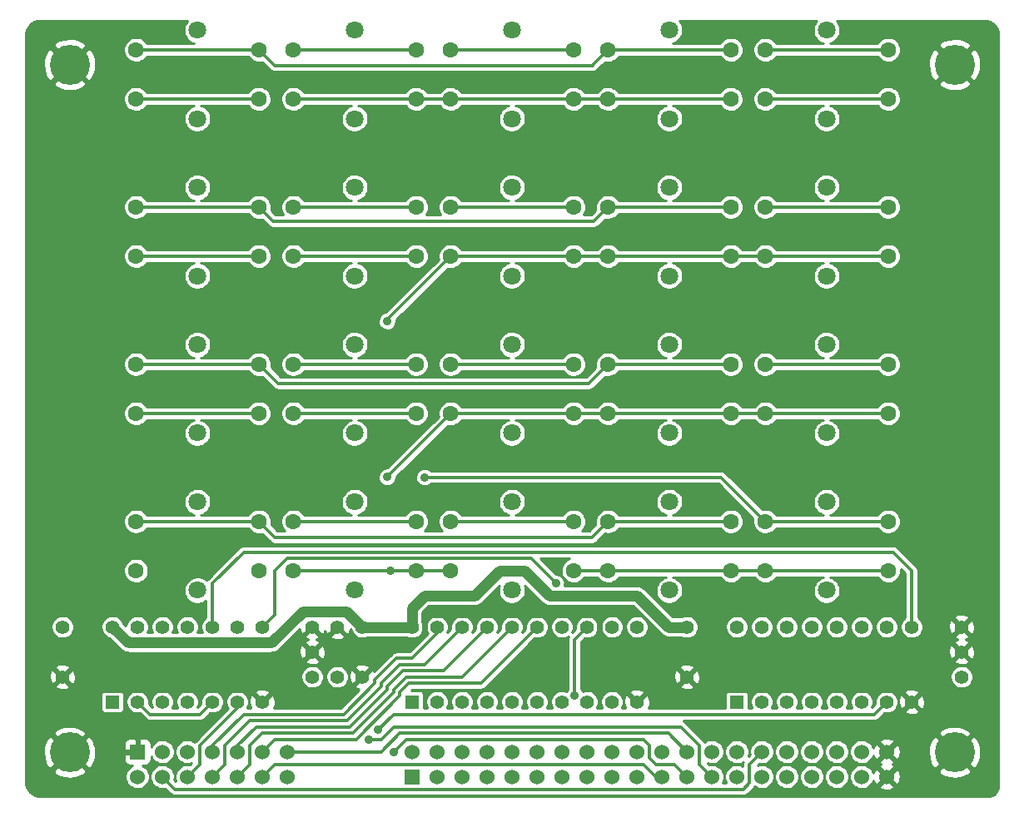
<source format=gtl>
G04 #@! TF.FileFunction,Copper,L1,Top,Signal*
%FSLAX46Y46*%
G04 Gerber Fmt 4.6, Leading zero omitted, Abs format (unit mm)*
G04 Created by KiCad (PCBNEW 4.0.7-e2-6376~58~ubuntu16.04.1) date Wed Jul 11 09:03:15 2018*
%MOMM*%
%LPD*%
G01*
G04 APERTURE LIST*
%ADD10C,0.150000*%
%ADD11R,1.524000X1.524000*%
%ADD12C,1.524000*%
%ADD13C,4.064000*%
%ADD14C,1.397000*%
%ADD15C,1.600000*%
%ADD16C,1.800000*%
%ADD17R,1.397000X1.397000*%
%ADD18C,0.889000*%
%ADD19C,0.355600*%
%ADD20C,0.609600*%
%ADD21C,1.117600*%
%ADD22C,0.254000*%
G04 APERTURE END LIST*
D10*
D11*
X142240000Y-128270000D03*
D12*
X142240000Y-125730000D03*
X144780000Y-128270000D03*
X144780000Y-125730000D03*
X147320000Y-128270000D03*
X147320000Y-125730000D03*
X149860000Y-128270000D03*
X149860000Y-125730000D03*
X152400000Y-128270000D03*
X152400000Y-125730000D03*
X154940000Y-128270000D03*
X154940000Y-125730000D03*
X157480000Y-128270000D03*
X157480000Y-125730000D03*
X160020000Y-128270000D03*
X160020000Y-125730000D03*
X162560000Y-128270000D03*
X162560000Y-125730000D03*
X165100000Y-128270000D03*
X165100000Y-125730000D03*
X167640000Y-128270000D03*
X167640000Y-125730000D03*
X170180000Y-128270000D03*
X170180000Y-125730000D03*
X172720000Y-128270000D03*
X172720000Y-125730000D03*
X175260000Y-125730000D03*
X175260000Y-128270000D03*
X177800000Y-125730000D03*
X177800000Y-128270000D03*
X180340000Y-128270000D03*
X180340000Y-125730000D03*
X182880000Y-128270000D03*
X182880000Y-125730000D03*
X185420000Y-128270000D03*
X185420000Y-125730000D03*
X187960000Y-128270000D03*
X187960000Y-125730000D03*
X190500000Y-128270000D03*
X190500000Y-125730000D03*
D13*
X197400000Y-125800000D03*
X107400000Y-125800000D03*
X197400000Y-55800000D03*
X107400000Y-55800000D03*
D14*
X137160000Y-113030000D03*
X137160000Y-118110000D03*
X170180000Y-113030000D03*
X170180000Y-118110000D03*
X106680000Y-113030000D03*
X106680000Y-118110000D03*
X134620000Y-118110000D03*
X134620000Y-113030000D03*
X132080000Y-115570000D03*
X132080000Y-118110000D03*
X132080000Y-113030000D03*
X198120000Y-115570000D03*
X198120000Y-118110000D03*
X198120000Y-113030000D03*
D11*
X114300000Y-125730000D03*
D12*
X114300000Y-128270000D03*
X116840000Y-125730000D03*
X116840000Y-128270000D03*
X119380000Y-125730000D03*
X119380000Y-128270000D03*
X121920000Y-125730000D03*
X121920000Y-128270000D03*
X124460000Y-125730000D03*
X124460000Y-128270000D03*
X127000000Y-125730000D03*
X127000000Y-128270000D03*
X129540000Y-125730000D03*
X129540000Y-128270000D03*
D15*
X190650000Y-54300000D03*
X190650000Y-59300000D03*
X178150000Y-54300000D03*
X178150000Y-59300000D03*
D16*
X184400000Y-61300000D03*
X184400000Y-52300000D03*
D15*
X190650000Y-70300000D03*
X190650000Y-75300000D03*
X178150000Y-70300000D03*
X178150000Y-75300000D03*
D16*
X184400000Y-77300000D03*
X184400000Y-68300000D03*
D15*
X174650000Y-70300000D03*
X174650000Y-75300000D03*
X162150000Y-70300000D03*
X162150000Y-75300000D03*
D16*
X168400000Y-77300000D03*
X168400000Y-68300000D03*
D15*
X158650000Y-70300000D03*
X158650000Y-75300000D03*
X146150000Y-70300000D03*
X146150000Y-75300000D03*
D16*
X152400000Y-77300000D03*
X152400000Y-68300000D03*
D15*
X190650000Y-86300000D03*
X190650000Y-91300000D03*
X178150000Y-86300000D03*
X178150000Y-91300000D03*
D16*
X184400000Y-93300000D03*
X184400000Y-84300000D03*
D15*
X174650000Y-86300000D03*
X174650000Y-91300000D03*
X162150000Y-86300000D03*
X162150000Y-91300000D03*
D16*
X168400000Y-93300000D03*
X168400000Y-84300000D03*
D15*
X158650000Y-86300000D03*
X158650000Y-91300000D03*
X146150000Y-86300000D03*
X146150000Y-91300000D03*
D16*
X152400000Y-93300000D03*
X152400000Y-84300000D03*
D15*
X190650000Y-102300000D03*
X190650000Y-107300000D03*
X178150000Y-102300000D03*
X178150000Y-107300000D03*
D16*
X184400000Y-109300000D03*
X184400000Y-100300000D03*
D15*
X174650000Y-102300000D03*
X174650000Y-107300000D03*
X162150000Y-102300000D03*
X162150000Y-107300000D03*
D16*
X168400000Y-109300000D03*
X168400000Y-100300000D03*
D15*
X158650000Y-102300000D03*
X158650000Y-107300000D03*
X146150000Y-102300000D03*
X146150000Y-107300000D03*
D16*
X152400000Y-109300000D03*
X152400000Y-100300000D03*
D15*
X142650000Y-102300000D03*
X142650000Y-107300000D03*
X130150000Y-102300000D03*
X130150000Y-107300000D03*
D16*
X136400000Y-109300000D03*
X136400000Y-100300000D03*
D15*
X142650000Y-86300000D03*
X142650000Y-91300000D03*
X130150000Y-86300000D03*
X130150000Y-91300000D03*
D16*
X136400000Y-93300000D03*
X136400000Y-84300000D03*
D15*
X142650000Y-70300000D03*
X142650000Y-75300000D03*
X130150000Y-70300000D03*
X130150000Y-75300000D03*
D16*
X136400000Y-77300000D03*
X136400000Y-68300000D03*
D15*
X142650000Y-54300000D03*
X142650000Y-59300000D03*
X130150000Y-54300000D03*
X130150000Y-59300000D03*
D16*
X136400000Y-61300000D03*
X136400000Y-52300000D03*
D15*
X158650000Y-54300000D03*
X158650000Y-59300000D03*
X146150000Y-54300000D03*
X146150000Y-59300000D03*
D16*
X152400000Y-61300000D03*
X152400000Y-52300000D03*
D15*
X174650000Y-54300000D03*
X174650000Y-59300000D03*
X162150000Y-54300000D03*
X162150000Y-59300000D03*
D16*
X168400000Y-61300000D03*
X168400000Y-52300000D03*
D15*
X126650000Y-102300000D03*
X126650000Y-107300000D03*
X114150000Y-102300000D03*
X114150000Y-107300000D03*
D16*
X120400000Y-109300000D03*
X120400000Y-100300000D03*
D15*
X126650000Y-86300000D03*
X126650000Y-91300000D03*
X114150000Y-86300000D03*
X114150000Y-91300000D03*
D16*
X120400000Y-93300000D03*
X120400000Y-84300000D03*
D15*
X126650000Y-70300000D03*
X126650000Y-75300000D03*
X114150000Y-70300000D03*
X114150000Y-75300000D03*
D16*
X120400000Y-77300000D03*
X120400000Y-68300000D03*
D15*
X126650000Y-54300000D03*
X126650000Y-59300000D03*
X114150000Y-54300000D03*
X114150000Y-59300000D03*
D16*
X120400000Y-61300000D03*
X120400000Y-52300000D03*
D17*
X142240000Y-120650000D03*
D14*
X144780000Y-120650000D03*
X147320000Y-120650000D03*
X149860000Y-120650000D03*
X152400000Y-120650000D03*
X154940000Y-120650000D03*
X157480000Y-120650000D03*
X160020000Y-120650000D03*
X162560000Y-120650000D03*
X165100000Y-120650000D03*
X165100000Y-113030000D03*
X162560000Y-113030000D03*
X160020000Y-113030000D03*
X157480000Y-113030000D03*
X154940000Y-113030000D03*
X152400000Y-113030000D03*
X149860000Y-113030000D03*
X147320000Y-113030000D03*
X144780000Y-113030000D03*
X142240000Y-113030000D03*
D17*
X175260000Y-120650000D03*
D14*
X177800000Y-120650000D03*
X180340000Y-120650000D03*
X182880000Y-120650000D03*
X185420000Y-120650000D03*
X187960000Y-120650000D03*
X190500000Y-120650000D03*
X193040000Y-120650000D03*
X193040000Y-113030000D03*
X190500000Y-113030000D03*
X187960000Y-113030000D03*
X185420000Y-113030000D03*
X182880000Y-113030000D03*
X180340000Y-113030000D03*
X177800000Y-113030000D03*
X175260000Y-113030000D03*
D17*
X111760000Y-120650000D03*
D14*
X114300000Y-120650000D03*
X116840000Y-120650000D03*
X119380000Y-120650000D03*
X121920000Y-120650000D03*
X124460000Y-120650000D03*
X127000000Y-120650000D03*
X127000000Y-113030000D03*
X124460000Y-113030000D03*
X121920000Y-113030000D03*
X119380000Y-113030000D03*
X116840000Y-113030000D03*
X114300000Y-113030000D03*
X111760000Y-113030000D03*
D18*
X140335000Y-125730000D03*
X158750000Y-120015000D03*
X137795000Y-124460000D03*
X139700000Y-81915000D03*
X143510000Y-97790000D03*
X139700000Y-97764602D03*
X140017500Y-107315000D03*
X156845000Y-108585000D03*
X138747500Y-123507500D03*
D19*
X116840000Y-128270000D02*
X118110000Y-129540000D01*
X176530000Y-127000000D02*
X176530000Y-128905000D01*
X176530000Y-128905000D02*
X175895000Y-129540000D01*
X176530000Y-127000000D02*
X177800000Y-125730000D01*
X118110000Y-129540000D02*
X175895000Y-129540000D01*
X121920000Y-125730000D02*
X121920000Y-125095000D01*
X121920000Y-125095000D02*
X125095000Y-121920000D01*
X125095000Y-121920000D02*
X135255000Y-121920000D01*
X135255000Y-121920000D02*
X138430000Y-118745000D01*
X138430000Y-118427500D02*
X140652500Y-116205000D01*
X138430000Y-118427500D02*
X138430000Y-118745000D01*
X144780000Y-113665000D02*
X142240000Y-116205000D01*
X142240000Y-116205000D02*
X140652500Y-116205000D01*
X144780000Y-113030000D02*
X144780000Y-113665000D01*
X121920000Y-128270000D02*
X123190000Y-127000000D01*
X123190000Y-125095000D02*
X125730000Y-122555000D01*
X123190000Y-127000000D02*
X123190000Y-125095000D01*
X139065000Y-119062500D02*
X139065000Y-119087898D01*
X135597898Y-122555000D02*
X125730000Y-122555000D01*
X139065000Y-119087898D02*
X135597898Y-122555000D01*
X139065000Y-118745000D02*
X139065000Y-119062500D01*
X143510000Y-116840000D02*
X140970000Y-116840000D01*
X140970000Y-116840000D02*
X139065000Y-118745000D01*
X143510000Y-116840000D02*
X147320000Y-113030000D01*
X124460000Y-125730000D02*
X124460000Y-125095000D01*
X124460000Y-125095000D02*
X126365000Y-123190000D01*
X126365000Y-123190000D02*
X135890000Y-123190000D01*
X135890000Y-123190000D02*
X139700000Y-119380000D01*
X141287500Y-117475000D02*
X139700000Y-119062500D01*
X139700000Y-119062500D02*
X139700000Y-119380000D01*
X145415000Y-117475000D02*
X141287500Y-117475000D01*
X145415000Y-117475000D02*
X145415000Y-117475000D01*
X149860000Y-113030000D02*
X145415000Y-117475000D01*
X136207500Y-123825000D02*
X127000000Y-123825000D01*
X147320000Y-118110000D02*
X141605000Y-118110000D01*
X152400000Y-113030000D02*
X147320000Y-118110000D01*
X141605000Y-118110000D02*
X140335000Y-119380000D01*
X140335000Y-119380000D02*
X140335000Y-119697500D01*
X140335000Y-119697500D02*
X136207500Y-123825000D01*
X125730000Y-127000000D02*
X124460000Y-128270000D01*
X125730000Y-125095000D02*
X125730000Y-127000000D01*
X127000000Y-123825000D02*
X125730000Y-125095000D01*
X127000000Y-125730000D02*
X128270000Y-124460000D01*
X128270000Y-124460000D02*
X136525000Y-124460000D01*
X140970000Y-120015000D02*
X140970000Y-119697500D01*
X140970000Y-119697500D02*
X141922500Y-118745000D01*
X141922500Y-118745000D02*
X149225000Y-118745000D01*
X149225000Y-118745000D02*
X154940000Y-113030000D01*
X136525000Y-124460000D02*
X140970000Y-120015000D01*
X167640000Y-128270000D02*
X167005000Y-128270000D01*
X167005000Y-128270000D02*
X165735000Y-127000000D01*
X128270000Y-127000000D02*
X165735000Y-127000000D01*
X127000000Y-128270000D02*
X128270000Y-127000000D01*
X168275000Y-123825000D02*
X140970000Y-123825000D01*
X129540000Y-125730000D02*
X139065000Y-125730000D01*
X139065000Y-125730000D02*
X140970000Y-123825000D01*
X168275000Y-123825000D02*
X170180000Y-125730000D01*
X168910000Y-127000000D02*
X167005000Y-127000000D01*
X166370000Y-125095000D02*
X165735000Y-124460000D01*
X166370000Y-126365000D02*
X166370000Y-125095000D01*
X167005000Y-127000000D02*
X166370000Y-126365000D01*
X141605000Y-124460000D02*
X140335000Y-125730000D01*
X170180000Y-128270000D02*
X168910000Y-127000000D01*
X165735000Y-124460000D02*
X141605000Y-124460000D01*
X158750000Y-114300000D02*
X160020000Y-113030000D01*
X158750000Y-120015000D02*
X158750000Y-114300000D01*
X169545000Y-123190000D02*
X140335000Y-123190000D01*
X172720000Y-128270000D02*
X171450000Y-127000000D01*
X171450000Y-125095000D02*
X169545000Y-123190000D01*
X171450000Y-127000000D02*
X171450000Y-125095000D01*
X140335000Y-123190000D02*
X139065000Y-124460000D01*
X137795000Y-124460000D02*
X139065000Y-124460000D01*
X124460000Y-113030000D02*
X124485398Y-113030000D01*
D20*
X114300000Y-125730000D02*
X111125000Y-125730000D01*
X111125000Y-125730000D02*
X111125000Y-123825000D01*
X137160000Y-118110000D02*
X140970000Y-114300000D01*
X142875000Y-114300000D02*
X140970000Y-114300000D01*
X161290000Y-112395000D02*
X161290000Y-116840000D01*
X160655000Y-111760000D02*
X161290000Y-112395000D01*
X144145000Y-111760000D02*
X160655000Y-111760000D01*
X161290000Y-116840000D02*
X165100000Y-120650000D01*
X142875000Y-114300000D02*
X143510000Y-113665000D01*
X143510000Y-113665000D02*
X143510000Y-112395000D01*
X143510000Y-112395000D02*
X144145000Y-111760000D01*
X107400000Y-55800000D02*
X109385000Y-57785000D01*
X195415000Y-57785000D02*
X197400000Y-55800000D01*
X109385000Y-57785000D02*
X195415000Y-57785000D01*
X106680000Y-118110000D02*
X104140000Y-115570000D01*
X104140000Y-59060000D02*
X107400000Y-55800000D01*
X104140000Y-115570000D02*
X104140000Y-59060000D01*
X107400000Y-125800000D02*
X109375000Y-123825000D01*
X109375000Y-123825000D02*
X111125000Y-123825000D01*
X111125000Y-123825000D02*
X111125000Y-122555000D01*
X111125000Y-122555000D02*
X107950000Y-119380000D01*
X191770000Y-119380000D02*
X196850000Y-114300000D01*
X198120000Y-115570000D02*
X196850000Y-114300000D01*
X196850000Y-114300000D02*
X198120000Y-113030000D01*
X127000000Y-120650000D02*
X125730000Y-119380000D01*
X107950000Y-119380000D02*
X106680000Y-118110000D01*
X125730000Y-119380000D02*
X107950000Y-119380000D01*
X132080000Y-115570000D02*
X127000000Y-120650000D01*
X165100000Y-120650000D02*
X166370000Y-119380000D01*
X166370000Y-119380000D02*
X168910000Y-119380000D01*
X168910000Y-119380000D02*
X170180000Y-118110000D01*
X133350000Y-114300000D02*
X137160000Y-118110000D01*
X134620000Y-113030000D02*
X133350000Y-114300000D01*
X132080000Y-115570000D02*
X133350000Y-114300000D01*
X133350000Y-114300000D02*
X132080000Y-113030000D01*
X170180000Y-118110000D02*
X171450000Y-119380000D01*
X171450000Y-119380000D02*
X191770000Y-119380000D01*
X191770000Y-119380000D02*
X193040000Y-120650000D01*
X193040000Y-120650000D02*
X191770000Y-121920000D01*
X191770000Y-121920000D02*
X191770000Y-123190000D01*
X191770000Y-123190000D02*
X194790000Y-123190000D01*
X194790000Y-123190000D02*
X197400000Y-125800000D01*
X190500000Y-125730000D02*
X191770000Y-124460000D01*
X191770000Y-124460000D02*
X191770000Y-123190000D01*
X190500000Y-128270000D02*
X191770000Y-127000000D01*
X191770000Y-127000000D02*
X190500000Y-125730000D01*
D21*
X153670000Y-107315000D02*
X151130000Y-107315000D01*
X151130000Y-107315000D02*
X148590000Y-109855000D01*
X143510000Y-109855000D02*
X142240000Y-111125000D01*
X148590000Y-109855000D02*
X143510000Y-109855000D01*
X170180000Y-113030000D02*
X168275000Y-113030000D01*
X165100000Y-109855000D02*
X156210000Y-109855000D01*
X168275000Y-113030000D02*
X165100000Y-109855000D01*
X142240000Y-113030000D02*
X142240000Y-111125000D01*
X153670000Y-107315000D02*
X156210000Y-109855000D01*
X142240000Y-113030000D02*
X137160000Y-113030000D01*
X111760000Y-113030000D02*
X113347500Y-114617500D01*
X135572500Y-111442500D02*
X137160000Y-113030000D01*
X131127500Y-111442500D02*
X135572500Y-111442500D01*
X127952500Y-114617500D02*
X131127500Y-111442500D01*
X113347500Y-114617500D02*
X127952500Y-114617500D01*
D19*
X119380000Y-128270000D02*
X120650000Y-127000000D01*
X120650000Y-125095000D02*
X124460000Y-121285000D01*
X120650000Y-127000000D02*
X120650000Y-125095000D01*
X124460000Y-121285000D02*
X124460000Y-120650000D01*
X126650000Y-102300000D02*
X128270000Y-103920000D01*
X128270000Y-103920000D02*
X160530000Y-103920000D01*
X160530000Y-103920000D02*
X162150000Y-102300000D01*
X162150000Y-102300000D02*
X174650000Y-102300000D01*
X190650000Y-86300000D02*
X178150000Y-86300000D01*
X130150000Y-70300000D02*
X142650000Y-70300000D01*
X126650000Y-102300000D02*
X114150000Y-102300000D01*
X178150000Y-54300000D02*
X190650000Y-54300000D01*
X139700000Y-81750000D02*
X146150000Y-75300000D01*
X139700000Y-81915000D02*
X139700000Y-81750000D01*
X162150000Y-75300000D02*
X158650000Y-75300000D01*
X174650000Y-75300000D02*
X178150000Y-75300000D01*
X190650000Y-75300000D02*
X178150000Y-75300000D01*
X174650000Y-75300000D02*
X162150000Y-75300000D01*
X158650000Y-75300000D02*
X146150000Y-75300000D01*
X190650000Y-59300000D02*
X178150000Y-59300000D01*
X126650000Y-86300000D02*
X128615000Y-88265000D01*
X160185000Y-88265000D02*
X162150000Y-86300000D01*
X128615000Y-88265000D02*
X160185000Y-88265000D01*
X158650000Y-102300000D02*
X146150000Y-102300000D01*
X162150000Y-86300000D02*
X174650000Y-86300000D01*
X178150000Y-70300000D02*
X190650000Y-70300000D01*
X114150000Y-86300000D02*
X126650000Y-86300000D01*
X130150000Y-54300000D02*
X142650000Y-54300000D01*
X126650000Y-70300000D02*
X128105000Y-71755000D01*
X160695000Y-71755000D02*
X162150000Y-70300000D01*
X128105000Y-71755000D02*
X160695000Y-71755000D01*
X146150000Y-86300000D02*
X158650000Y-86300000D01*
X162150000Y-70300000D02*
X174650000Y-70300000D01*
X142650000Y-102300000D02*
X130150000Y-102300000D01*
X114150000Y-70300000D02*
X126650000Y-70300000D01*
X146150000Y-54300000D02*
X158650000Y-54300000D01*
X160612500Y-55837500D02*
X160570000Y-55880000D01*
X160612500Y-55837500D02*
X162150000Y-54300000D01*
X126650000Y-54300000D02*
X128230000Y-55880000D01*
X160570000Y-55880000D02*
X128230000Y-55880000D01*
X173640000Y-97790000D02*
X143510000Y-97790000D01*
X173640000Y-97790000D02*
X178150000Y-102300000D01*
X178150000Y-102300000D02*
X190650000Y-102300000D01*
X146150000Y-70300000D02*
X158650000Y-70300000D01*
X130150000Y-86300000D02*
X142650000Y-86300000D01*
X174650000Y-54300000D02*
X162150000Y-54300000D01*
X114150000Y-54300000D02*
X126650000Y-54300000D01*
X139700000Y-97764602D02*
X146150000Y-91314602D01*
X146150000Y-91314602D02*
X146150000Y-91300000D01*
X158650000Y-91300000D02*
X146150000Y-91300000D01*
X162150000Y-91300000D02*
X158650000Y-91300000D01*
X178150000Y-91300000D02*
X174650000Y-91300000D01*
X174650000Y-91300000D02*
X162150000Y-91300000D01*
X190650000Y-91300000D02*
X178150000Y-91300000D01*
X178150000Y-107300000D02*
X190650000Y-107300000D01*
X140017500Y-107315000D02*
X140017500Y-107300000D01*
X140017500Y-107300000D02*
X140017500Y-107315000D01*
X140017500Y-107315000D02*
X140017500Y-107300000D01*
X130150000Y-107300000D02*
X140017500Y-107300000D01*
X140017500Y-107300000D02*
X142650000Y-107300000D01*
X142650000Y-91300000D02*
X130150000Y-91300000D01*
X142650000Y-107300000D02*
X146150000Y-107300000D01*
X142635000Y-107315000D02*
X142650000Y-107300000D01*
X162150000Y-107300000D02*
X158650000Y-107300000D01*
X174650000Y-107300000D02*
X162150000Y-107300000D01*
X174650000Y-107300000D02*
X178150000Y-107300000D01*
X158650000Y-59300000D02*
X162150000Y-59300000D01*
X142650000Y-59300000D02*
X146150000Y-59300000D01*
X142650000Y-75300000D02*
X130150000Y-75300000D01*
X162150000Y-59300000D02*
X174650000Y-59300000D01*
X158650000Y-59300000D02*
X146150000Y-59300000D01*
X142650000Y-59300000D02*
X130150000Y-59300000D01*
X126650000Y-91300000D02*
X114150000Y-91300000D01*
X126650000Y-75300000D02*
X114150000Y-75300000D01*
X114150000Y-59300000D02*
X126650000Y-59300000D01*
X154305000Y-106045000D02*
X129540000Y-106045000D01*
X156845000Y-108585000D02*
X154305000Y-106045000D01*
X128270000Y-111760000D02*
X128270000Y-107315000D01*
X127000000Y-113030000D02*
X128270000Y-111760000D01*
X128270000Y-107315000D02*
X129540000Y-106045000D01*
X140335000Y-121920000D02*
X189230000Y-121920000D01*
X190500000Y-120650000D02*
X189230000Y-121920000D01*
X138747500Y-123507500D02*
X140335000Y-121920000D01*
X114300000Y-120650000D02*
X115570000Y-121920000D01*
X120650000Y-121920000D02*
X121920000Y-120650000D01*
X115570000Y-121920000D02*
X120650000Y-121920000D01*
X125095000Y-105410000D02*
X191135000Y-105410000D01*
X121920000Y-108585000D02*
X121920000Y-113030000D01*
X125095000Y-105410000D02*
X121920000Y-108585000D01*
X193040000Y-107315000D02*
X191135000Y-105410000D01*
X193040000Y-107315000D02*
X193040000Y-113030000D01*
D22*
G36*
X119335742Y-51406982D02*
X119182556Y-51630704D01*
X119075742Y-51879921D01*
X119019368Y-52145137D01*
X119015582Y-52416253D01*
X119064529Y-52682940D01*
X119164343Y-52935042D01*
X119311223Y-53162954D01*
X119499574Y-53357998D01*
X119722221Y-53512742D01*
X119970686Y-53621293D01*
X120053951Y-53639600D01*
X115251179Y-53639600D01*
X115148753Y-53485437D01*
X114971516Y-53306958D01*
X114762987Y-53166304D01*
X114531110Y-53068832D01*
X114284717Y-53018254D01*
X114033192Y-53016498D01*
X113786117Y-53063630D01*
X113552901Y-53157856D01*
X113342429Y-53295585D01*
X113162717Y-53471571D01*
X113020611Y-53679113D01*
X112921522Y-53910304D01*
X112869226Y-54156338D01*
X112865714Y-54407845D01*
X112911120Y-54655243D01*
X113003715Y-54889111D01*
X113139971Y-55100539D01*
X113314699Y-55281475D01*
X113521244Y-55425027D01*
X113751737Y-55525727D01*
X113997400Y-55579740D01*
X114248876Y-55585008D01*
X114496585Y-55541330D01*
X114731094Y-55450370D01*
X114943468Y-55315593D01*
X115125620Y-55142132D01*
X115253817Y-54960400D01*
X125549658Y-54960400D01*
X125639971Y-55100539D01*
X125814699Y-55281475D01*
X126021244Y-55425027D01*
X126251737Y-55525727D01*
X126497400Y-55579740D01*
X126748876Y-55585008D01*
X126963260Y-55547206D01*
X127763026Y-56346973D01*
X127810166Y-56385695D01*
X127856896Y-56424905D01*
X127859938Y-56426577D01*
X127862622Y-56428782D01*
X127916399Y-56457617D01*
X127969841Y-56486997D01*
X127973150Y-56488047D01*
X127976211Y-56489688D01*
X128034535Y-56507520D01*
X128092695Y-56525969D01*
X128096148Y-56526356D01*
X128099467Y-56527371D01*
X128160122Y-56533532D01*
X128220779Y-56540336D01*
X128227567Y-56540383D01*
X128227694Y-56540396D01*
X128227812Y-56540385D01*
X128230000Y-56540400D01*
X160570000Y-56540400D01*
X160630734Y-56534445D01*
X160691482Y-56529130D01*
X160694814Y-56528162D01*
X160698272Y-56527823D01*
X160756676Y-56510190D01*
X160815252Y-56493172D01*
X160818337Y-56491573D01*
X160821659Y-56490570D01*
X160875496Y-56461945D01*
X160929680Y-56433858D01*
X160932395Y-56431691D01*
X160935460Y-56430061D01*
X160982718Y-56391518D01*
X161030408Y-56353448D01*
X161035238Y-56348684D01*
X161035340Y-56348601D01*
X161035418Y-56348507D01*
X161036973Y-56346973D01*
X161562138Y-55821808D01*
X194720185Y-55821808D01*
X194775931Y-56344195D01*
X194932519Y-56845669D01*
X195159699Y-57270693D01*
X195529736Y-57490659D01*
X197220395Y-55800000D01*
X197579605Y-55800000D01*
X199270264Y-57490659D01*
X199640301Y-57270693D01*
X199884172Y-56805373D01*
X200032578Y-56301417D01*
X200079815Y-55778192D01*
X200024069Y-55255805D01*
X199867481Y-54754331D01*
X199640301Y-54329307D01*
X199270264Y-54109341D01*
X197579605Y-55800000D01*
X197220395Y-55800000D01*
X195529736Y-54109341D01*
X195159699Y-54329307D01*
X194915828Y-54794627D01*
X194767422Y-55298583D01*
X194720185Y-55821808D01*
X161562138Y-55821808D01*
X161839027Y-55544919D01*
X161997400Y-55579740D01*
X162248876Y-55585008D01*
X162496585Y-55541330D01*
X162731094Y-55450370D01*
X162943468Y-55315593D01*
X163125620Y-55142132D01*
X163253817Y-54960400D01*
X173549658Y-54960400D01*
X173639971Y-55100539D01*
X173814699Y-55281475D01*
X174021244Y-55425027D01*
X174251737Y-55525727D01*
X174497400Y-55579740D01*
X174748876Y-55585008D01*
X174996585Y-55541330D01*
X175231094Y-55450370D01*
X175443468Y-55315593D01*
X175625620Y-55142132D01*
X175770610Y-54936595D01*
X175872917Y-54706810D01*
X175928643Y-54461530D01*
X175932655Y-54174235D01*
X175883799Y-53927494D01*
X175787948Y-53694942D01*
X175648753Y-53485437D01*
X175471516Y-53306958D01*
X175262987Y-53166304D01*
X175031110Y-53068832D01*
X174784717Y-53018254D01*
X174533192Y-53016498D01*
X174286117Y-53063630D01*
X174052901Y-53157856D01*
X173842429Y-53295585D01*
X173662717Y-53471571D01*
X173547666Y-53639600D01*
X168765169Y-53639600D01*
X168773608Y-53638112D01*
X169026400Y-53540061D01*
X169255332Y-53394775D01*
X169451686Y-53207791D01*
X169607981Y-52986228D01*
X169718264Y-52738528D01*
X169778335Y-52474124D01*
X169782659Y-52164429D01*
X169729994Y-51898451D01*
X169626670Y-51647768D01*
X169476623Y-51421928D01*
X169387916Y-51332600D01*
X183411699Y-51332600D01*
X183335742Y-51406982D01*
X183182556Y-51630704D01*
X183075742Y-51879921D01*
X183019368Y-52145137D01*
X183015582Y-52416253D01*
X183064529Y-52682940D01*
X183164343Y-52935042D01*
X183311223Y-53162954D01*
X183499574Y-53357998D01*
X183722221Y-53512742D01*
X183970686Y-53621293D01*
X184053951Y-53639600D01*
X179251179Y-53639600D01*
X179148753Y-53485437D01*
X178971516Y-53306958D01*
X178762987Y-53166304D01*
X178531110Y-53068832D01*
X178284717Y-53018254D01*
X178033192Y-53016498D01*
X177786117Y-53063630D01*
X177552901Y-53157856D01*
X177342429Y-53295585D01*
X177162717Y-53471571D01*
X177020611Y-53679113D01*
X176921522Y-53910304D01*
X176869226Y-54156338D01*
X176865714Y-54407845D01*
X176911120Y-54655243D01*
X177003715Y-54889111D01*
X177139971Y-55100539D01*
X177314699Y-55281475D01*
X177521244Y-55425027D01*
X177751737Y-55525727D01*
X177997400Y-55579740D01*
X178248876Y-55585008D01*
X178496585Y-55541330D01*
X178731094Y-55450370D01*
X178943468Y-55315593D01*
X179125620Y-55142132D01*
X179253817Y-54960400D01*
X189549658Y-54960400D01*
X189639971Y-55100539D01*
X189814699Y-55281475D01*
X190021244Y-55425027D01*
X190251737Y-55525727D01*
X190497400Y-55579740D01*
X190748876Y-55585008D01*
X190996585Y-55541330D01*
X191231094Y-55450370D01*
X191443468Y-55315593D01*
X191625620Y-55142132D01*
X191770610Y-54936595D01*
X191872917Y-54706810D01*
X191928643Y-54461530D01*
X191932655Y-54174235D01*
X191884243Y-53929736D01*
X195709341Y-53929736D01*
X197400000Y-55620395D01*
X199090659Y-53929736D01*
X198870693Y-53559699D01*
X198405373Y-53315828D01*
X197901417Y-53167422D01*
X197378192Y-53120185D01*
X196855805Y-53175931D01*
X196354331Y-53332519D01*
X195929307Y-53559699D01*
X195709341Y-53929736D01*
X191884243Y-53929736D01*
X191883799Y-53927494D01*
X191787948Y-53694942D01*
X191648753Y-53485437D01*
X191471516Y-53306958D01*
X191262987Y-53166304D01*
X191031110Y-53068832D01*
X190784717Y-53018254D01*
X190533192Y-53016498D01*
X190286117Y-53063630D01*
X190052901Y-53157856D01*
X189842429Y-53295585D01*
X189662717Y-53471571D01*
X189547666Y-53639600D01*
X184765169Y-53639600D01*
X184773608Y-53638112D01*
X185026400Y-53540061D01*
X185255332Y-53394775D01*
X185451686Y-53207791D01*
X185607981Y-52986228D01*
X185718264Y-52738528D01*
X185778335Y-52474124D01*
X185782659Y-52164429D01*
X185729994Y-51898451D01*
X185626670Y-51647768D01*
X185476623Y-51421928D01*
X185387916Y-51332600D01*
X200373952Y-51332600D01*
X200684525Y-51363052D01*
X200958207Y-51445682D01*
X201210634Y-51579899D01*
X201432179Y-51760587D01*
X201614412Y-51980868D01*
X201750388Y-52232350D01*
X201834927Y-52505452D01*
X201867400Y-52814412D01*
X201867400Y-129173952D01*
X201844566Y-129406829D01*
X201784499Y-129605783D01*
X201686933Y-129789276D01*
X201555585Y-129950326D01*
X201395455Y-130082797D01*
X201212644Y-130181643D01*
X201014117Y-130243097D01*
X200782890Y-130267400D01*
X104426048Y-130267400D01*
X104115479Y-130236948D01*
X103841794Y-130154319D01*
X103589365Y-130020100D01*
X103367822Y-129839413D01*
X103185587Y-129619130D01*
X103049612Y-129367650D01*
X102965073Y-129094548D01*
X102932600Y-128785587D01*
X102932600Y-127670264D01*
X105709341Y-127670264D01*
X105929307Y-128040301D01*
X106394627Y-128284172D01*
X106898583Y-128432578D01*
X107421808Y-128479815D01*
X107944195Y-128424069D01*
X108445669Y-128267481D01*
X108870693Y-128040301D01*
X109090659Y-127670264D01*
X107400000Y-125979605D01*
X105709341Y-127670264D01*
X102932600Y-127670264D01*
X102932600Y-125821808D01*
X104720185Y-125821808D01*
X104775931Y-126344195D01*
X104932519Y-126845669D01*
X105159699Y-127270693D01*
X105529736Y-127490659D01*
X107220395Y-125800000D01*
X107579605Y-125800000D01*
X109270264Y-127490659D01*
X109640301Y-127270693D01*
X109884172Y-126805373D01*
X110032578Y-126301417D01*
X110058368Y-126015750D01*
X112903000Y-126015750D01*
X112903000Y-126554542D01*
X112927403Y-126677223D01*
X112975270Y-126792785D01*
X113044763Y-126896789D01*
X113133211Y-126985237D01*
X113237215Y-127054730D01*
X113352777Y-127102597D01*
X113475458Y-127127000D01*
X113806463Y-127127000D01*
X113720592Y-127161694D01*
X113516355Y-127295343D01*
X113341968Y-127466116D01*
X113204072Y-127667508D01*
X113107919Y-127891850D01*
X113057172Y-128130595D01*
X113053764Y-128374649D01*
X113097825Y-128614718D01*
X113187676Y-128841657D01*
X113319896Y-129046821D01*
X113489447Y-129222397D01*
X113689872Y-129361696D01*
X113913537Y-129459412D01*
X114151921Y-129511825D01*
X114395947Y-129516936D01*
X114636317Y-129474552D01*
X114863877Y-129386287D01*
X115069960Y-129255504D01*
X115246715Y-129087182D01*
X115387409Y-128887735D01*
X115486685Y-128664758D01*
X115540760Y-128426744D01*
X115541487Y-128374649D01*
X115593764Y-128374649D01*
X115637825Y-128614718D01*
X115727676Y-128841657D01*
X115859896Y-129046821D01*
X116029447Y-129222397D01*
X116229872Y-129361696D01*
X116453537Y-129459412D01*
X116691921Y-129511825D01*
X116935947Y-129516936D01*
X117120456Y-129484402D01*
X117643027Y-130006973D01*
X117690142Y-130045674D01*
X117736896Y-130084905D01*
X117739938Y-130086577D01*
X117742622Y-130088782D01*
X117796399Y-130117617D01*
X117849841Y-130146997D01*
X117853150Y-130148047D01*
X117856211Y-130149688D01*
X117914535Y-130167520D01*
X117972695Y-130185969D01*
X117976148Y-130186356D01*
X117979467Y-130187371D01*
X118040122Y-130193532D01*
X118100779Y-130200336D01*
X118107567Y-130200383D01*
X118107694Y-130200396D01*
X118107812Y-130200385D01*
X118110000Y-130200400D01*
X175895000Y-130200400D01*
X175955734Y-130194445D01*
X176016482Y-130189130D01*
X176019814Y-130188162D01*
X176023272Y-130187823D01*
X176081676Y-130170190D01*
X176140252Y-130153172D01*
X176143337Y-130151573D01*
X176146659Y-130150570D01*
X176200496Y-130121945D01*
X176254680Y-130093858D01*
X176257395Y-130091691D01*
X176260460Y-130090061D01*
X176307718Y-130051518D01*
X176355408Y-130013448D01*
X176360238Y-130008684D01*
X176360340Y-130008601D01*
X176360418Y-130008507D01*
X176361973Y-130006973D01*
X176996974Y-129371973D01*
X177035699Y-129324828D01*
X177072950Y-129280433D01*
X177189872Y-129361696D01*
X177413537Y-129459412D01*
X177651921Y-129511825D01*
X177895947Y-129516936D01*
X178136317Y-129474552D01*
X178363877Y-129386287D01*
X178569960Y-129255504D01*
X178746715Y-129087182D01*
X178887409Y-128887735D01*
X178986685Y-128664758D01*
X179040760Y-128426744D01*
X179041487Y-128374649D01*
X179093764Y-128374649D01*
X179137825Y-128614718D01*
X179227676Y-128841657D01*
X179359896Y-129046821D01*
X179529447Y-129222397D01*
X179729872Y-129361696D01*
X179953537Y-129459412D01*
X180191921Y-129511825D01*
X180435947Y-129516936D01*
X180676317Y-129474552D01*
X180903877Y-129386287D01*
X181109960Y-129255504D01*
X181286715Y-129087182D01*
X181427409Y-128887735D01*
X181526685Y-128664758D01*
X181580760Y-128426744D01*
X181581487Y-128374649D01*
X181633764Y-128374649D01*
X181677825Y-128614718D01*
X181767676Y-128841657D01*
X181899896Y-129046821D01*
X182069447Y-129222397D01*
X182269872Y-129361696D01*
X182493537Y-129459412D01*
X182731921Y-129511825D01*
X182975947Y-129516936D01*
X183216317Y-129474552D01*
X183443877Y-129386287D01*
X183649960Y-129255504D01*
X183826715Y-129087182D01*
X183967409Y-128887735D01*
X184066685Y-128664758D01*
X184120760Y-128426744D01*
X184121487Y-128374649D01*
X184173764Y-128374649D01*
X184217825Y-128614718D01*
X184307676Y-128841657D01*
X184439896Y-129046821D01*
X184609447Y-129222397D01*
X184809872Y-129361696D01*
X185033537Y-129459412D01*
X185271921Y-129511825D01*
X185515947Y-129516936D01*
X185756317Y-129474552D01*
X185983877Y-129386287D01*
X186189960Y-129255504D01*
X186366715Y-129087182D01*
X186507409Y-128887735D01*
X186606685Y-128664758D01*
X186660760Y-128426744D01*
X186661487Y-128374649D01*
X186713764Y-128374649D01*
X186757825Y-128614718D01*
X186847676Y-128841657D01*
X186979896Y-129046821D01*
X187149447Y-129222397D01*
X187349872Y-129361696D01*
X187573537Y-129459412D01*
X187811921Y-129511825D01*
X188055947Y-129516936D01*
X188296317Y-129474552D01*
X188523877Y-129386287D01*
X188729960Y-129255504D01*
X188750897Y-129235565D01*
X189714040Y-129235565D01*
X189781020Y-129475656D01*
X190030048Y-129592756D01*
X190297135Y-129659023D01*
X190572017Y-129671910D01*
X190844133Y-129630922D01*
X191103023Y-129537636D01*
X191218980Y-129475656D01*
X191285960Y-129235565D01*
X190500000Y-128449605D01*
X189714040Y-129235565D01*
X188750897Y-129235565D01*
X188906715Y-129087182D01*
X189047409Y-128887735D01*
X189146685Y-128664758D01*
X189150797Y-128646657D01*
X189232364Y-128873023D01*
X189294344Y-128988980D01*
X189534435Y-129055960D01*
X190320395Y-128270000D01*
X190679605Y-128270000D01*
X191465565Y-129055960D01*
X191705656Y-128988980D01*
X191822756Y-128739952D01*
X191889023Y-128472865D01*
X191901910Y-128197983D01*
X191860922Y-127925867D01*
X191768821Y-127670264D01*
X195709341Y-127670264D01*
X195929307Y-128040301D01*
X196394627Y-128284172D01*
X196898583Y-128432578D01*
X197421808Y-128479815D01*
X197944195Y-128424069D01*
X198445669Y-128267481D01*
X198870693Y-128040301D01*
X199090659Y-127670264D01*
X197400000Y-125979605D01*
X195709341Y-127670264D01*
X191768821Y-127670264D01*
X191767636Y-127666977D01*
X191705656Y-127551020D01*
X191465565Y-127484040D01*
X190679605Y-128270000D01*
X190320395Y-128270000D01*
X189534435Y-127484040D01*
X189294344Y-127551020D01*
X189177244Y-127800048D01*
X189152927Y-127898055D01*
X189064234Y-127682869D01*
X188929163Y-127479570D01*
X188757176Y-127306379D01*
X188554826Y-127169892D01*
X188329819Y-127075308D01*
X188090726Y-127026229D01*
X187846653Y-127024525D01*
X187606898Y-127070261D01*
X187380592Y-127161694D01*
X187176355Y-127295343D01*
X187001968Y-127466116D01*
X186864072Y-127667508D01*
X186767919Y-127891850D01*
X186717172Y-128130595D01*
X186713764Y-128374649D01*
X186661487Y-128374649D01*
X186664653Y-128147961D01*
X186617245Y-127908530D01*
X186524234Y-127682869D01*
X186389163Y-127479570D01*
X186217176Y-127306379D01*
X186014826Y-127169892D01*
X185789819Y-127075308D01*
X185550726Y-127026229D01*
X185306653Y-127024525D01*
X185066898Y-127070261D01*
X184840592Y-127161694D01*
X184636355Y-127295343D01*
X184461968Y-127466116D01*
X184324072Y-127667508D01*
X184227919Y-127891850D01*
X184177172Y-128130595D01*
X184173764Y-128374649D01*
X184121487Y-128374649D01*
X184124653Y-128147961D01*
X184077245Y-127908530D01*
X183984234Y-127682869D01*
X183849163Y-127479570D01*
X183677176Y-127306379D01*
X183474826Y-127169892D01*
X183249819Y-127075308D01*
X183010726Y-127026229D01*
X182766653Y-127024525D01*
X182526898Y-127070261D01*
X182300592Y-127161694D01*
X182096355Y-127295343D01*
X181921968Y-127466116D01*
X181784072Y-127667508D01*
X181687919Y-127891850D01*
X181637172Y-128130595D01*
X181633764Y-128374649D01*
X181581487Y-128374649D01*
X181584653Y-128147961D01*
X181537245Y-127908530D01*
X181444234Y-127682869D01*
X181309163Y-127479570D01*
X181137176Y-127306379D01*
X180934826Y-127169892D01*
X180709819Y-127075308D01*
X180470726Y-127026229D01*
X180226653Y-127024525D01*
X179986898Y-127070261D01*
X179760592Y-127161694D01*
X179556355Y-127295343D01*
X179381968Y-127466116D01*
X179244072Y-127667508D01*
X179147919Y-127891850D01*
X179097172Y-128130595D01*
X179093764Y-128374649D01*
X179041487Y-128374649D01*
X179044653Y-128147961D01*
X178997245Y-127908530D01*
X178904234Y-127682869D01*
X178769163Y-127479570D01*
X178597176Y-127306379D01*
X178394826Y-127169892D01*
X178169819Y-127075308D01*
X177930726Y-127026229D01*
X177686653Y-127024525D01*
X177446898Y-127070261D01*
X177357611Y-127106335D01*
X177520923Y-126943023D01*
X177651921Y-126971825D01*
X177895947Y-126976936D01*
X178136317Y-126934552D01*
X178363877Y-126846287D01*
X178569960Y-126715504D01*
X178746715Y-126547182D01*
X178887409Y-126347735D01*
X178986685Y-126124758D01*
X179040760Y-125886744D01*
X179041487Y-125834649D01*
X179093764Y-125834649D01*
X179137825Y-126074718D01*
X179227676Y-126301657D01*
X179359896Y-126506821D01*
X179529447Y-126682397D01*
X179729872Y-126821696D01*
X179953537Y-126919412D01*
X180191921Y-126971825D01*
X180435947Y-126976936D01*
X180676317Y-126934552D01*
X180903877Y-126846287D01*
X181109960Y-126715504D01*
X181286715Y-126547182D01*
X181427409Y-126347735D01*
X181526685Y-126124758D01*
X181580760Y-125886744D01*
X181581487Y-125834649D01*
X181633764Y-125834649D01*
X181677825Y-126074718D01*
X181767676Y-126301657D01*
X181899896Y-126506821D01*
X182069447Y-126682397D01*
X182269872Y-126821696D01*
X182493537Y-126919412D01*
X182731921Y-126971825D01*
X182975947Y-126976936D01*
X183216317Y-126934552D01*
X183443877Y-126846287D01*
X183649960Y-126715504D01*
X183826715Y-126547182D01*
X183967409Y-126347735D01*
X184066685Y-126124758D01*
X184120760Y-125886744D01*
X184121487Y-125834649D01*
X184173764Y-125834649D01*
X184217825Y-126074718D01*
X184307676Y-126301657D01*
X184439896Y-126506821D01*
X184609447Y-126682397D01*
X184809872Y-126821696D01*
X185033537Y-126919412D01*
X185271921Y-126971825D01*
X185515947Y-126976936D01*
X185756317Y-126934552D01*
X185983877Y-126846287D01*
X186189960Y-126715504D01*
X186366715Y-126547182D01*
X186507409Y-126347735D01*
X186606685Y-126124758D01*
X186660760Y-125886744D01*
X186661487Y-125834649D01*
X186713764Y-125834649D01*
X186757825Y-126074718D01*
X186847676Y-126301657D01*
X186979896Y-126506821D01*
X187149447Y-126682397D01*
X187349872Y-126821696D01*
X187573537Y-126919412D01*
X187811921Y-126971825D01*
X188055947Y-126976936D01*
X188296317Y-126934552D01*
X188523877Y-126846287D01*
X188729960Y-126715504D01*
X188750897Y-126695565D01*
X189714040Y-126695565D01*
X189781020Y-126935656D01*
X189911644Y-126997079D01*
X189896977Y-127002364D01*
X189781020Y-127064344D01*
X189714040Y-127304435D01*
X190500000Y-128090395D01*
X191285960Y-127304435D01*
X191218980Y-127064344D01*
X191088356Y-127002921D01*
X191103023Y-126997636D01*
X191218980Y-126935656D01*
X191285960Y-126695565D01*
X190500000Y-125909605D01*
X189714040Y-126695565D01*
X188750897Y-126695565D01*
X188906715Y-126547182D01*
X189047409Y-126347735D01*
X189146685Y-126124758D01*
X189150797Y-126106657D01*
X189232364Y-126333023D01*
X189294344Y-126448980D01*
X189534435Y-126515960D01*
X190320395Y-125730000D01*
X190679605Y-125730000D01*
X191465565Y-126515960D01*
X191705656Y-126448980D01*
X191822756Y-126199952D01*
X191889023Y-125932865D01*
X191894229Y-125821808D01*
X194720185Y-125821808D01*
X194775931Y-126344195D01*
X194932519Y-126845669D01*
X195159699Y-127270693D01*
X195529736Y-127490659D01*
X197220395Y-125800000D01*
X197579605Y-125800000D01*
X199270264Y-127490659D01*
X199640301Y-127270693D01*
X199884172Y-126805373D01*
X200032578Y-126301417D01*
X200079815Y-125778192D01*
X200024069Y-125255805D01*
X199867481Y-124754331D01*
X199640301Y-124329307D01*
X199270264Y-124109341D01*
X197579605Y-125800000D01*
X197220395Y-125800000D01*
X195529736Y-124109341D01*
X195159699Y-124329307D01*
X194915828Y-124794627D01*
X194767422Y-125298583D01*
X194720185Y-125821808D01*
X191894229Y-125821808D01*
X191901910Y-125657983D01*
X191860922Y-125385867D01*
X191767636Y-125126977D01*
X191705656Y-125011020D01*
X191465565Y-124944040D01*
X190679605Y-125730000D01*
X190320395Y-125730000D01*
X189534435Y-124944040D01*
X189294344Y-125011020D01*
X189177244Y-125260048D01*
X189152927Y-125358055D01*
X189064234Y-125142869D01*
X188929163Y-124939570D01*
X188757176Y-124766379D01*
X188754294Y-124764435D01*
X189714040Y-124764435D01*
X190500000Y-125550395D01*
X191285960Y-124764435D01*
X191218980Y-124524344D01*
X190969952Y-124407244D01*
X190702865Y-124340977D01*
X190427983Y-124328090D01*
X190155867Y-124369078D01*
X189896977Y-124462364D01*
X189781020Y-124524344D01*
X189714040Y-124764435D01*
X188754294Y-124764435D01*
X188554826Y-124629892D01*
X188329819Y-124535308D01*
X188090726Y-124486229D01*
X187846653Y-124484525D01*
X187606898Y-124530261D01*
X187380592Y-124621694D01*
X187176355Y-124755343D01*
X187001968Y-124926116D01*
X186864072Y-125127508D01*
X186767919Y-125351850D01*
X186717172Y-125590595D01*
X186713764Y-125834649D01*
X186661487Y-125834649D01*
X186664653Y-125607961D01*
X186617245Y-125368530D01*
X186524234Y-125142869D01*
X186389163Y-124939570D01*
X186217176Y-124766379D01*
X186014826Y-124629892D01*
X185789819Y-124535308D01*
X185550726Y-124486229D01*
X185306653Y-124484525D01*
X185066898Y-124530261D01*
X184840592Y-124621694D01*
X184636355Y-124755343D01*
X184461968Y-124926116D01*
X184324072Y-125127508D01*
X184227919Y-125351850D01*
X184177172Y-125590595D01*
X184173764Y-125834649D01*
X184121487Y-125834649D01*
X184124653Y-125607961D01*
X184077245Y-125368530D01*
X183984234Y-125142869D01*
X183849163Y-124939570D01*
X183677176Y-124766379D01*
X183474826Y-124629892D01*
X183249819Y-124535308D01*
X183010726Y-124486229D01*
X182766653Y-124484525D01*
X182526898Y-124530261D01*
X182300592Y-124621694D01*
X182096355Y-124755343D01*
X181921968Y-124926116D01*
X181784072Y-125127508D01*
X181687919Y-125351850D01*
X181637172Y-125590595D01*
X181633764Y-125834649D01*
X181581487Y-125834649D01*
X181584653Y-125607961D01*
X181537245Y-125368530D01*
X181444234Y-125142869D01*
X181309163Y-124939570D01*
X181137176Y-124766379D01*
X180934826Y-124629892D01*
X180709819Y-124535308D01*
X180470726Y-124486229D01*
X180226653Y-124484525D01*
X179986898Y-124530261D01*
X179760592Y-124621694D01*
X179556355Y-124755343D01*
X179381968Y-124926116D01*
X179244072Y-125127508D01*
X179147919Y-125351850D01*
X179097172Y-125590595D01*
X179093764Y-125834649D01*
X179041487Y-125834649D01*
X179044653Y-125607961D01*
X178997245Y-125368530D01*
X178904234Y-125142869D01*
X178769163Y-124939570D01*
X178597176Y-124766379D01*
X178394826Y-124629892D01*
X178169819Y-124535308D01*
X177930726Y-124486229D01*
X177686653Y-124484525D01*
X177446898Y-124530261D01*
X177220592Y-124621694D01*
X177016355Y-124755343D01*
X176841968Y-124926116D01*
X176704072Y-125127508D01*
X176607919Y-125351850D01*
X176557172Y-125590595D01*
X176553764Y-125834649D01*
X176585964Y-126010090D01*
X176426933Y-126169121D01*
X176446685Y-126124758D01*
X176500760Y-125886744D01*
X176504653Y-125607961D01*
X176457245Y-125368530D01*
X176364234Y-125142869D01*
X176229163Y-124939570D01*
X176057176Y-124766379D01*
X175854826Y-124629892D01*
X175629819Y-124535308D01*
X175390726Y-124486229D01*
X175146653Y-124484525D01*
X174906898Y-124530261D01*
X174680592Y-124621694D01*
X174476355Y-124755343D01*
X174301968Y-124926116D01*
X174164072Y-125127508D01*
X174067919Y-125351850D01*
X174017172Y-125590595D01*
X174013764Y-125834649D01*
X174057825Y-126074718D01*
X174147676Y-126301657D01*
X174279896Y-126506821D01*
X174449447Y-126682397D01*
X174649872Y-126821696D01*
X174873537Y-126919412D01*
X175111921Y-126971825D01*
X175355947Y-126976936D01*
X175596317Y-126934552D01*
X175823877Y-126846287D01*
X175905565Y-126794447D01*
X175902485Y-126804521D01*
X175884031Y-126862695D01*
X175883644Y-126866148D01*
X175882629Y-126869467D01*
X175876468Y-126930122D01*
X175869664Y-126990779D01*
X175869617Y-126997567D01*
X175869604Y-126997694D01*
X175869615Y-126997812D01*
X175869600Y-127000000D01*
X175869600Y-127179857D01*
X175854826Y-127169892D01*
X175629819Y-127075308D01*
X175390726Y-127026229D01*
X175146653Y-127024525D01*
X174906898Y-127070261D01*
X174680592Y-127161694D01*
X174476355Y-127295343D01*
X174301968Y-127466116D01*
X174164072Y-127667508D01*
X174067919Y-127891850D01*
X174017172Y-128130595D01*
X174013764Y-128374649D01*
X174057825Y-128614718D01*
X174147676Y-128841657D01*
X174172129Y-128879600D01*
X173811031Y-128879600D01*
X173906685Y-128664758D01*
X173960760Y-128426744D01*
X173964653Y-128147961D01*
X173917245Y-127908530D01*
X173824234Y-127682869D01*
X173689163Y-127479570D01*
X173517176Y-127306379D01*
X173314826Y-127169892D01*
X173089819Y-127075308D01*
X172850726Y-127026229D01*
X172606653Y-127024525D01*
X172440220Y-127056274D01*
X172279944Y-126895998D01*
X172333537Y-126919412D01*
X172571921Y-126971825D01*
X172815947Y-126976936D01*
X173056317Y-126934552D01*
X173283877Y-126846287D01*
X173489960Y-126715504D01*
X173666715Y-126547182D01*
X173807409Y-126347735D01*
X173906685Y-126124758D01*
X173960760Y-125886744D01*
X173964653Y-125607961D01*
X173917245Y-125368530D01*
X173824234Y-125142869D01*
X173689163Y-124939570D01*
X173517176Y-124766379D01*
X173314826Y-124629892D01*
X173089819Y-124535308D01*
X172850726Y-124486229D01*
X172606653Y-124484525D01*
X172366898Y-124530261D01*
X172140592Y-124621694D01*
X171991614Y-124719183D01*
X171961518Y-124682282D01*
X171923448Y-124634592D01*
X171918684Y-124629762D01*
X171918601Y-124629660D01*
X171918507Y-124629582D01*
X171916973Y-124628027D01*
X171218682Y-123929736D01*
X195709341Y-123929736D01*
X197400000Y-125620395D01*
X199090659Y-123929736D01*
X198870693Y-123559699D01*
X198405373Y-123315828D01*
X197901417Y-123167422D01*
X197378192Y-123120185D01*
X196855805Y-123175931D01*
X196354331Y-123332519D01*
X195929307Y-123559699D01*
X195709341Y-123929736D01*
X171218682Y-123929736D01*
X170011973Y-122723027D01*
X169964858Y-122684326D01*
X169918104Y-122645095D01*
X169915062Y-122643423D01*
X169912378Y-122641218D01*
X169858620Y-122612393D01*
X169805159Y-122583003D01*
X169801848Y-122581953D01*
X169798952Y-122580400D01*
X189230000Y-122580400D01*
X189290734Y-122574445D01*
X189351482Y-122569130D01*
X189354814Y-122568162D01*
X189358272Y-122567823D01*
X189416676Y-122550190D01*
X189475252Y-122533172D01*
X189478337Y-122531573D01*
X189481659Y-122530570D01*
X189535496Y-122501945D01*
X189589680Y-122473858D01*
X189592395Y-122471691D01*
X189595460Y-122470061D01*
X189642718Y-122431518D01*
X189690408Y-122393448D01*
X189695238Y-122388684D01*
X189695340Y-122388601D01*
X189695418Y-122388507D01*
X189696973Y-122386973D01*
X190274224Y-121809722D01*
X190359476Y-121828466D01*
X190591051Y-121833317D01*
X190819158Y-121793096D01*
X191035108Y-121709334D01*
X191230676Y-121585223D01*
X191246454Y-121570197D01*
X192299408Y-121570197D01*
X192358686Y-121803812D01*
X192596875Y-121914559D01*
X192852093Y-121976711D01*
X193114533Y-121987876D01*
X193374107Y-121947629D01*
X193620842Y-121857514D01*
X193721314Y-121803812D01*
X193780592Y-121570197D01*
X193040000Y-120829605D01*
X192299408Y-121570197D01*
X191246454Y-121570197D01*
X191398413Y-121425489D01*
X191531930Y-121236218D01*
X191626140Y-121024617D01*
X191677457Y-120798747D01*
X191678493Y-120724533D01*
X191702124Y-120724533D01*
X191742371Y-120984107D01*
X191832486Y-121230842D01*
X191886188Y-121331314D01*
X192119803Y-121390592D01*
X192860395Y-120650000D01*
X193219605Y-120650000D01*
X193960197Y-121390592D01*
X194193812Y-121331314D01*
X194304559Y-121093125D01*
X194366711Y-120837907D01*
X194377876Y-120575467D01*
X194337629Y-120315893D01*
X194247514Y-120069158D01*
X194193812Y-119968686D01*
X193960197Y-119909408D01*
X193219605Y-120650000D01*
X192860395Y-120650000D01*
X192119803Y-119909408D01*
X191886188Y-119968686D01*
X191775441Y-120206875D01*
X191713289Y-120462093D01*
X191702124Y-120724533D01*
X191678493Y-120724533D01*
X191681151Y-120534187D01*
X191636161Y-120306973D01*
X191547895Y-120092824D01*
X191419716Y-119899898D01*
X191256504Y-119735543D01*
X191247995Y-119729803D01*
X192299408Y-119729803D01*
X193040000Y-120470395D01*
X193780592Y-119729803D01*
X193721314Y-119496188D01*
X193483125Y-119385441D01*
X193227907Y-119323289D01*
X192965467Y-119312124D01*
X192705893Y-119352371D01*
X192459158Y-119442486D01*
X192358686Y-119496188D01*
X192299408Y-119729803D01*
X191247995Y-119729803D01*
X191064478Y-119606020D01*
X190850951Y-119516261D01*
X190624056Y-119469686D01*
X190392436Y-119468069D01*
X190164913Y-119511472D01*
X189950153Y-119598240D01*
X189756337Y-119725070D01*
X189590847Y-119887130D01*
X189459986Y-120078248D01*
X189368739Y-120291143D01*
X189320581Y-120517707D01*
X189317347Y-120749310D01*
X189340514Y-120875540D01*
X189001636Y-121214418D01*
X189086140Y-121024617D01*
X189137457Y-120798747D01*
X189141151Y-120534187D01*
X189096161Y-120306973D01*
X189007895Y-120092824D01*
X188879716Y-119899898D01*
X188716504Y-119735543D01*
X188524478Y-119606020D01*
X188310951Y-119516261D01*
X188084056Y-119469686D01*
X187852436Y-119468069D01*
X187624913Y-119511472D01*
X187410153Y-119598240D01*
X187216337Y-119725070D01*
X187050847Y-119887130D01*
X186919986Y-120078248D01*
X186828739Y-120291143D01*
X186780581Y-120517707D01*
X186777347Y-120749310D01*
X186819160Y-120977131D01*
X186904427Y-121192491D01*
X186947676Y-121259600D01*
X186435436Y-121259600D01*
X186451930Y-121236218D01*
X186546140Y-121024617D01*
X186597457Y-120798747D01*
X186601151Y-120534187D01*
X186556161Y-120306973D01*
X186467895Y-120092824D01*
X186339716Y-119899898D01*
X186176504Y-119735543D01*
X185984478Y-119606020D01*
X185770951Y-119516261D01*
X185544056Y-119469686D01*
X185312436Y-119468069D01*
X185084913Y-119511472D01*
X184870153Y-119598240D01*
X184676337Y-119725070D01*
X184510847Y-119887130D01*
X184379986Y-120078248D01*
X184288739Y-120291143D01*
X184240581Y-120517707D01*
X184237347Y-120749310D01*
X184279160Y-120977131D01*
X184364427Y-121192491D01*
X184407676Y-121259600D01*
X183895436Y-121259600D01*
X183911930Y-121236218D01*
X184006140Y-121024617D01*
X184057457Y-120798747D01*
X184061151Y-120534187D01*
X184016161Y-120306973D01*
X183927895Y-120092824D01*
X183799716Y-119899898D01*
X183636504Y-119735543D01*
X183444478Y-119606020D01*
X183230951Y-119516261D01*
X183004056Y-119469686D01*
X182772436Y-119468069D01*
X182544913Y-119511472D01*
X182330153Y-119598240D01*
X182136337Y-119725070D01*
X181970847Y-119887130D01*
X181839986Y-120078248D01*
X181748739Y-120291143D01*
X181700581Y-120517707D01*
X181697347Y-120749310D01*
X181739160Y-120977131D01*
X181824427Y-121192491D01*
X181867676Y-121259600D01*
X181355436Y-121259600D01*
X181371930Y-121236218D01*
X181466140Y-121024617D01*
X181517457Y-120798747D01*
X181521151Y-120534187D01*
X181476161Y-120306973D01*
X181387895Y-120092824D01*
X181259716Y-119899898D01*
X181096504Y-119735543D01*
X180904478Y-119606020D01*
X180690951Y-119516261D01*
X180464056Y-119469686D01*
X180232436Y-119468069D01*
X180004913Y-119511472D01*
X179790153Y-119598240D01*
X179596337Y-119725070D01*
X179430847Y-119887130D01*
X179299986Y-120078248D01*
X179208739Y-120291143D01*
X179160581Y-120517707D01*
X179157347Y-120749310D01*
X179199160Y-120977131D01*
X179284427Y-121192491D01*
X179327676Y-121259600D01*
X178815436Y-121259600D01*
X178831930Y-121236218D01*
X178926140Y-121024617D01*
X178977457Y-120798747D01*
X178981151Y-120534187D01*
X178936161Y-120306973D01*
X178847895Y-120092824D01*
X178719716Y-119899898D01*
X178556504Y-119735543D01*
X178364478Y-119606020D01*
X178150951Y-119516261D01*
X177924056Y-119469686D01*
X177692436Y-119468069D01*
X177464913Y-119511472D01*
X177250153Y-119598240D01*
X177056337Y-119725070D01*
X176890847Y-119887130D01*
X176759986Y-120078248D01*
X176668739Y-120291143D01*
X176620581Y-120517707D01*
X176617347Y-120749310D01*
X176659160Y-120977131D01*
X176744427Y-121192491D01*
X176787676Y-121259600D01*
X176443435Y-121259600D01*
X176443435Y-119951500D01*
X176437307Y-119874648D01*
X176396940Y-119744298D01*
X176321856Y-119630355D01*
X176218002Y-119541841D01*
X176093600Y-119485764D01*
X175958500Y-119466565D01*
X174561500Y-119466565D01*
X174484648Y-119472693D01*
X174354298Y-119513060D01*
X174240355Y-119588144D01*
X174151841Y-119691998D01*
X174095764Y-119816400D01*
X174076565Y-119951500D01*
X174076565Y-121259600D01*
X166287156Y-121259600D01*
X166364559Y-121093125D01*
X166426711Y-120837907D01*
X166437876Y-120575467D01*
X166397629Y-120315893D01*
X166307514Y-120069158D01*
X166253812Y-119968686D01*
X166020197Y-119909408D01*
X165279605Y-120650000D01*
X165293748Y-120664143D01*
X165114143Y-120843748D01*
X165100000Y-120829605D01*
X165085858Y-120843748D01*
X164906253Y-120664143D01*
X164920395Y-120650000D01*
X164179803Y-119909408D01*
X163946188Y-119968686D01*
X163835441Y-120206875D01*
X163773289Y-120462093D01*
X163762124Y-120724533D01*
X163802371Y-120984107D01*
X163892486Y-121230842D01*
X163907857Y-121259600D01*
X163575436Y-121259600D01*
X163591930Y-121236218D01*
X163686140Y-121024617D01*
X163737457Y-120798747D01*
X163741151Y-120534187D01*
X163696161Y-120306973D01*
X163607895Y-120092824D01*
X163479716Y-119899898D01*
X163316504Y-119735543D01*
X163307995Y-119729803D01*
X164359408Y-119729803D01*
X165100000Y-120470395D01*
X165840592Y-119729803D01*
X165781314Y-119496188D01*
X165543125Y-119385441D01*
X165287907Y-119323289D01*
X165025467Y-119312124D01*
X164765893Y-119352371D01*
X164519158Y-119442486D01*
X164418686Y-119496188D01*
X164359408Y-119729803D01*
X163307995Y-119729803D01*
X163124478Y-119606020D01*
X162910951Y-119516261D01*
X162684056Y-119469686D01*
X162452436Y-119468069D01*
X162224913Y-119511472D01*
X162010153Y-119598240D01*
X161816337Y-119725070D01*
X161650847Y-119887130D01*
X161519986Y-120078248D01*
X161428739Y-120291143D01*
X161380581Y-120517707D01*
X161377347Y-120749310D01*
X161419160Y-120977131D01*
X161504427Y-121192491D01*
X161547676Y-121259600D01*
X161035436Y-121259600D01*
X161051930Y-121236218D01*
X161146140Y-121024617D01*
X161197457Y-120798747D01*
X161201151Y-120534187D01*
X161156161Y-120306973D01*
X161067895Y-120092824D01*
X160939716Y-119899898D01*
X160776504Y-119735543D01*
X160584478Y-119606020D01*
X160370951Y-119516261D01*
X160144056Y-119469686D01*
X159912436Y-119468069D01*
X159684913Y-119511472D01*
X159561660Y-119561269D01*
X159471927Y-119426210D01*
X159410400Y-119364252D01*
X159410400Y-119030197D01*
X169439408Y-119030197D01*
X169498686Y-119263812D01*
X169736875Y-119374559D01*
X169992093Y-119436711D01*
X170254533Y-119447876D01*
X170514107Y-119407629D01*
X170760842Y-119317514D01*
X170861314Y-119263812D01*
X170920592Y-119030197D01*
X170180000Y-118289605D01*
X169439408Y-119030197D01*
X159410400Y-119030197D01*
X159410400Y-118184533D01*
X168842124Y-118184533D01*
X168882371Y-118444107D01*
X168972486Y-118690842D01*
X169026188Y-118791314D01*
X169259803Y-118850592D01*
X170000395Y-118110000D01*
X170359605Y-118110000D01*
X171100197Y-118850592D01*
X171333812Y-118791314D01*
X171444559Y-118553125D01*
X171506711Y-118297907D01*
X171510480Y-118209310D01*
X196937347Y-118209310D01*
X196979160Y-118437131D01*
X197064427Y-118652491D01*
X197189901Y-118847188D01*
X197350802Y-119013805D01*
X197541001Y-119145997D01*
X197753254Y-119238728D01*
X197979476Y-119288466D01*
X198211051Y-119293317D01*
X198439158Y-119253096D01*
X198655108Y-119169334D01*
X198850676Y-119045223D01*
X199018413Y-118885489D01*
X199151930Y-118696218D01*
X199246140Y-118484617D01*
X199297457Y-118258747D01*
X199301151Y-117994187D01*
X199256161Y-117766973D01*
X199167895Y-117552824D01*
X199039716Y-117359898D01*
X198876504Y-117195543D01*
X198684478Y-117066020D01*
X198470951Y-116976261D01*
X198244056Y-116929686D01*
X198012436Y-116928069D01*
X197784913Y-116971472D01*
X197570153Y-117058240D01*
X197376337Y-117185070D01*
X197210847Y-117347130D01*
X197079986Y-117538248D01*
X196988739Y-117751143D01*
X196940581Y-117977707D01*
X196937347Y-118209310D01*
X171510480Y-118209310D01*
X171517876Y-118035467D01*
X171477629Y-117775893D01*
X171387514Y-117529158D01*
X171333812Y-117428686D01*
X171100197Y-117369408D01*
X170359605Y-118110000D01*
X170000395Y-118110000D01*
X169259803Y-117369408D01*
X169026188Y-117428686D01*
X168915441Y-117666875D01*
X168853289Y-117922093D01*
X168842124Y-118184533D01*
X159410400Y-118184533D01*
X159410400Y-117189803D01*
X169439408Y-117189803D01*
X170180000Y-117930395D01*
X170920592Y-117189803D01*
X170861314Y-116956188D01*
X170623125Y-116845441D01*
X170367907Y-116783289D01*
X170105467Y-116772124D01*
X169845893Y-116812371D01*
X169599158Y-116902486D01*
X169498686Y-116956188D01*
X169439408Y-117189803D01*
X159410400Y-117189803D01*
X159410400Y-116490197D01*
X197379408Y-116490197D01*
X197438686Y-116723812D01*
X197676875Y-116834559D01*
X197932093Y-116896711D01*
X198194533Y-116907876D01*
X198454107Y-116867629D01*
X198700842Y-116777514D01*
X198801314Y-116723812D01*
X198860592Y-116490197D01*
X198120000Y-115749605D01*
X197379408Y-116490197D01*
X159410400Y-116490197D01*
X159410400Y-115644533D01*
X196782124Y-115644533D01*
X196822371Y-115904107D01*
X196912486Y-116150842D01*
X196966188Y-116251314D01*
X197199803Y-116310592D01*
X197940395Y-115570000D01*
X198299605Y-115570000D01*
X199040197Y-116310592D01*
X199273812Y-116251314D01*
X199384559Y-116013125D01*
X199446711Y-115757907D01*
X199457876Y-115495467D01*
X199417629Y-115235893D01*
X199327514Y-114989158D01*
X199273812Y-114888686D01*
X199040197Y-114829408D01*
X198299605Y-115570000D01*
X197940395Y-115570000D01*
X197199803Y-114829408D01*
X196966188Y-114888686D01*
X196855441Y-115126875D01*
X196793289Y-115382093D01*
X196782124Y-115644533D01*
X159410400Y-115644533D01*
X159410400Y-114573546D01*
X159794224Y-114189722D01*
X159879476Y-114208466D01*
X160111051Y-114213317D01*
X160339158Y-114173096D01*
X160555108Y-114089334D01*
X160750676Y-113965223D01*
X160918413Y-113805489D01*
X161051930Y-113616218D01*
X161146140Y-113404617D01*
X161197457Y-113178747D01*
X161198147Y-113129310D01*
X161377347Y-113129310D01*
X161419160Y-113357131D01*
X161504427Y-113572491D01*
X161629901Y-113767188D01*
X161790802Y-113933805D01*
X161981001Y-114065997D01*
X162193254Y-114158728D01*
X162419476Y-114208466D01*
X162651051Y-114213317D01*
X162879158Y-114173096D01*
X163095108Y-114089334D01*
X163290676Y-113965223D01*
X163458413Y-113805489D01*
X163591930Y-113616218D01*
X163686140Y-113404617D01*
X163737457Y-113178747D01*
X163738147Y-113129310D01*
X163917347Y-113129310D01*
X163959160Y-113357131D01*
X164044427Y-113572491D01*
X164169901Y-113767188D01*
X164330802Y-113933805D01*
X164521001Y-114065997D01*
X164733254Y-114158728D01*
X164959476Y-114208466D01*
X165191051Y-114213317D01*
X165419158Y-114173096D01*
X165635108Y-114089334D01*
X165830676Y-113965223D01*
X165998413Y-113805489D01*
X166131930Y-113616218D01*
X166226140Y-113404617D01*
X166277457Y-113178747D01*
X166281151Y-112914187D01*
X166236161Y-112686973D01*
X166147895Y-112472824D01*
X166019716Y-112279898D01*
X165856504Y-112115543D01*
X165664478Y-111986020D01*
X165450951Y-111896261D01*
X165224056Y-111849686D01*
X164992436Y-111848069D01*
X164764913Y-111891472D01*
X164550153Y-111978240D01*
X164356337Y-112105070D01*
X164190847Y-112267130D01*
X164059986Y-112458248D01*
X163968739Y-112671143D01*
X163920581Y-112897707D01*
X163917347Y-113129310D01*
X163738147Y-113129310D01*
X163741151Y-112914187D01*
X163696161Y-112686973D01*
X163607895Y-112472824D01*
X163479716Y-112279898D01*
X163316504Y-112115543D01*
X163124478Y-111986020D01*
X162910951Y-111896261D01*
X162684056Y-111849686D01*
X162452436Y-111848069D01*
X162224913Y-111891472D01*
X162010153Y-111978240D01*
X161816337Y-112105070D01*
X161650847Y-112267130D01*
X161519986Y-112458248D01*
X161428739Y-112671143D01*
X161380581Y-112897707D01*
X161377347Y-113129310D01*
X161198147Y-113129310D01*
X161201151Y-112914187D01*
X161156161Y-112686973D01*
X161067895Y-112472824D01*
X160939716Y-112279898D01*
X160776504Y-112115543D01*
X160584478Y-111986020D01*
X160370951Y-111896261D01*
X160144056Y-111849686D01*
X159912436Y-111848069D01*
X159684913Y-111891472D01*
X159470153Y-111978240D01*
X159276337Y-112105070D01*
X159110847Y-112267130D01*
X158979986Y-112458248D01*
X158888739Y-112671143D01*
X158840581Y-112897707D01*
X158837347Y-113129310D01*
X158860514Y-113255540D01*
X158521636Y-113594418D01*
X158606140Y-113404617D01*
X158657457Y-113178747D01*
X158661151Y-112914187D01*
X158616161Y-112686973D01*
X158527895Y-112472824D01*
X158399716Y-112279898D01*
X158236504Y-112115543D01*
X158044478Y-111986020D01*
X157830951Y-111896261D01*
X157604056Y-111849686D01*
X157372436Y-111848069D01*
X157144913Y-111891472D01*
X156930153Y-111978240D01*
X156736337Y-112105070D01*
X156570847Y-112267130D01*
X156439986Y-112458248D01*
X156348739Y-112671143D01*
X156300581Y-112897707D01*
X156297347Y-113129310D01*
X156339160Y-113357131D01*
X156424427Y-113572491D01*
X156549901Y-113767188D01*
X156710802Y-113933805D01*
X156901001Y-114065997D01*
X157113254Y-114158728D01*
X157339476Y-114208466D01*
X157571051Y-114213317D01*
X157799158Y-114173096D01*
X158015108Y-114089334D01*
X158169744Y-113991199D01*
X158143003Y-114039841D01*
X158141953Y-114043152D01*
X158140312Y-114046212D01*
X158122485Y-114104521D01*
X158104031Y-114162695D01*
X158103644Y-114166148D01*
X158102629Y-114169467D01*
X158096468Y-114230122D01*
X158089664Y-114290779D01*
X158089617Y-114297567D01*
X158089604Y-114297694D01*
X158089615Y-114297812D01*
X158089600Y-114300000D01*
X158089600Y-119364056D01*
X158036364Y-119416188D01*
X157937247Y-119560944D01*
X157830951Y-119516261D01*
X157604056Y-119469686D01*
X157372436Y-119468069D01*
X157144913Y-119511472D01*
X156930153Y-119598240D01*
X156736337Y-119725070D01*
X156570847Y-119887130D01*
X156439986Y-120078248D01*
X156348739Y-120291143D01*
X156300581Y-120517707D01*
X156297347Y-120749310D01*
X156339160Y-120977131D01*
X156424427Y-121192491D01*
X156467676Y-121259600D01*
X155955436Y-121259600D01*
X155971930Y-121236218D01*
X156066140Y-121024617D01*
X156117457Y-120798747D01*
X156121151Y-120534187D01*
X156076161Y-120306973D01*
X155987895Y-120092824D01*
X155859716Y-119899898D01*
X155696504Y-119735543D01*
X155504478Y-119606020D01*
X155290951Y-119516261D01*
X155064056Y-119469686D01*
X154832436Y-119468069D01*
X154604913Y-119511472D01*
X154390153Y-119598240D01*
X154196337Y-119725070D01*
X154030847Y-119887130D01*
X153899986Y-120078248D01*
X153808739Y-120291143D01*
X153760581Y-120517707D01*
X153757347Y-120749310D01*
X153799160Y-120977131D01*
X153884427Y-121192491D01*
X153927676Y-121259600D01*
X153415436Y-121259600D01*
X153431930Y-121236218D01*
X153526140Y-121024617D01*
X153577457Y-120798747D01*
X153581151Y-120534187D01*
X153536161Y-120306973D01*
X153447895Y-120092824D01*
X153319716Y-119899898D01*
X153156504Y-119735543D01*
X152964478Y-119606020D01*
X152750951Y-119516261D01*
X152524056Y-119469686D01*
X152292436Y-119468069D01*
X152064913Y-119511472D01*
X151850153Y-119598240D01*
X151656337Y-119725070D01*
X151490847Y-119887130D01*
X151359986Y-120078248D01*
X151268739Y-120291143D01*
X151220581Y-120517707D01*
X151217347Y-120749310D01*
X151259160Y-120977131D01*
X151344427Y-121192491D01*
X151387676Y-121259600D01*
X150875436Y-121259600D01*
X150891930Y-121236218D01*
X150986140Y-121024617D01*
X151037457Y-120798747D01*
X151041151Y-120534187D01*
X150996161Y-120306973D01*
X150907895Y-120092824D01*
X150779716Y-119899898D01*
X150616504Y-119735543D01*
X150424478Y-119606020D01*
X150210951Y-119516261D01*
X149984056Y-119469686D01*
X149752436Y-119468069D01*
X149524913Y-119511472D01*
X149310153Y-119598240D01*
X149116337Y-119725070D01*
X148950847Y-119887130D01*
X148819986Y-120078248D01*
X148728739Y-120291143D01*
X148680581Y-120517707D01*
X148677347Y-120749310D01*
X148719160Y-120977131D01*
X148804427Y-121192491D01*
X148847676Y-121259600D01*
X148335436Y-121259600D01*
X148351930Y-121236218D01*
X148446140Y-121024617D01*
X148497457Y-120798747D01*
X148501151Y-120534187D01*
X148456161Y-120306973D01*
X148367895Y-120092824D01*
X148239716Y-119899898D01*
X148076504Y-119735543D01*
X147884478Y-119606020D01*
X147670951Y-119516261D01*
X147444056Y-119469686D01*
X147212436Y-119468069D01*
X146984913Y-119511472D01*
X146770153Y-119598240D01*
X146576337Y-119725070D01*
X146410847Y-119887130D01*
X146279986Y-120078248D01*
X146188739Y-120291143D01*
X146140581Y-120517707D01*
X146137347Y-120749310D01*
X146179160Y-120977131D01*
X146264427Y-121192491D01*
X146307676Y-121259600D01*
X145795436Y-121259600D01*
X145811930Y-121236218D01*
X145906140Y-121024617D01*
X145957457Y-120798747D01*
X145961151Y-120534187D01*
X145916161Y-120306973D01*
X145827895Y-120092824D01*
X145699716Y-119899898D01*
X145536504Y-119735543D01*
X145344478Y-119606020D01*
X145130951Y-119516261D01*
X144904056Y-119469686D01*
X144672436Y-119468069D01*
X144444913Y-119511472D01*
X144230153Y-119598240D01*
X144036337Y-119725070D01*
X143870847Y-119887130D01*
X143739986Y-120078248D01*
X143648739Y-120291143D01*
X143600581Y-120517707D01*
X143597347Y-120749310D01*
X143639160Y-120977131D01*
X143724427Y-121192491D01*
X143767676Y-121259600D01*
X143423435Y-121259600D01*
X143423435Y-119951500D01*
X143417307Y-119874648D01*
X143376940Y-119744298D01*
X143301856Y-119630355D01*
X143198002Y-119541841D01*
X143073600Y-119485764D01*
X142938500Y-119466565D01*
X142134882Y-119466565D01*
X142196047Y-119405400D01*
X149225000Y-119405400D01*
X149285734Y-119399445D01*
X149346482Y-119394130D01*
X149349814Y-119393162D01*
X149353272Y-119392823D01*
X149411676Y-119375190D01*
X149470252Y-119358172D01*
X149473337Y-119356573D01*
X149476659Y-119355570D01*
X149530496Y-119326945D01*
X149584680Y-119298858D01*
X149587395Y-119296691D01*
X149590460Y-119295061D01*
X149637718Y-119256518D01*
X149685408Y-119218448D01*
X149690238Y-119213684D01*
X149690340Y-119213601D01*
X149690418Y-119213507D01*
X149691973Y-119211973D01*
X154714225Y-114189722D01*
X154799476Y-114208466D01*
X155031051Y-114213317D01*
X155259158Y-114173096D01*
X155475108Y-114089334D01*
X155670676Y-113965223D01*
X155838413Y-113805489D01*
X155971930Y-113616218D01*
X156066140Y-113404617D01*
X156117457Y-113178747D01*
X156121151Y-112914187D01*
X156076161Y-112686973D01*
X155987895Y-112472824D01*
X155859716Y-112279898D01*
X155696504Y-112115543D01*
X155504478Y-111986020D01*
X155290951Y-111896261D01*
X155064056Y-111849686D01*
X154832436Y-111848069D01*
X154604913Y-111891472D01*
X154390153Y-111978240D01*
X154196337Y-112105070D01*
X154030847Y-112267130D01*
X153899986Y-112458248D01*
X153808739Y-112671143D01*
X153760581Y-112897707D01*
X153757347Y-113129310D01*
X153780514Y-113255539D01*
X153441636Y-113594417D01*
X153526140Y-113404617D01*
X153577457Y-113178747D01*
X153581151Y-112914187D01*
X153536161Y-112686973D01*
X153447895Y-112472824D01*
X153319716Y-112279898D01*
X153156504Y-112115543D01*
X152964478Y-111986020D01*
X152750951Y-111896261D01*
X152524056Y-111849686D01*
X152292436Y-111848069D01*
X152064913Y-111891472D01*
X151850153Y-111978240D01*
X151656337Y-112105070D01*
X151490847Y-112267130D01*
X151359986Y-112458248D01*
X151268739Y-112671143D01*
X151220581Y-112897707D01*
X151217347Y-113129310D01*
X151240514Y-113255540D01*
X150901636Y-113594418D01*
X150986140Y-113404617D01*
X151037457Y-113178747D01*
X151041151Y-112914187D01*
X150996161Y-112686973D01*
X150907895Y-112472824D01*
X150779716Y-112279898D01*
X150616504Y-112115543D01*
X150424478Y-111986020D01*
X150210951Y-111896261D01*
X149984056Y-111849686D01*
X149752436Y-111848069D01*
X149524913Y-111891472D01*
X149310153Y-111978240D01*
X149116337Y-112105070D01*
X148950847Y-112267130D01*
X148819986Y-112458248D01*
X148728739Y-112671143D01*
X148680581Y-112897707D01*
X148677347Y-113129310D01*
X148700514Y-113255539D01*
X148361636Y-113594417D01*
X148446140Y-113404617D01*
X148497457Y-113178747D01*
X148501151Y-112914187D01*
X148456161Y-112686973D01*
X148367895Y-112472824D01*
X148239716Y-112279898D01*
X148076504Y-112115543D01*
X147884478Y-111986020D01*
X147670951Y-111896261D01*
X147444056Y-111849686D01*
X147212436Y-111848069D01*
X146984913Y-111891472D01*
X146770153Y-111978240D01*
X146576337Y-112105070D01*
X146410847Y-112267130D01*
X146279986Y-112458248D01*
X146188739Y-112671143D01*
X146140581Y-112897707D01*
X146137347Y-113129310D01*
X146160514Y-113255539D01*
X145821636Y-113594417D01*
X145906140Y-113404617D01*
X145957457Y-113178747D01*
X145961151Y-112914187D01*
X145916161Y-112686973D01*
X145827895Y-112472824D01*
X145699716Y-112279898D01*
X145536504Y-112115543D01*
X145344478Y-111986020D01*
X145130951Y-111896261D01*
X144904056Y-111849686D01*
X144672436Y-111848069D01*
X144444913Y-111891472D01*
X144230153Y-111978240D01*
X144036337Y-112105070D01*
X143870847Y-112267130D01*
X143739986Y-112458248D01*
X143648739Y-112671143D01*
X143600581Y-112897707D01*
X143597347Y-113129310D01*
X143639160Y-113357131D01*
X143724427Y-113572491D01*
X143808346Y-113702707D01*
X141966454Y-115544600D01*
X140652500Y-115544600D01*
X140591811Y-115550551D01*
X140531019Y-115555869D01*
X140527683Y-115556838D01*
X140524228Y-115557177D01*
X140465840Y-115574806D01*
X140407249Y-115591828D01*
X140404166Y-115593426D01*
X140400841Y-115594430D01*
X140347025Y-115623044D01*
X140292820Y-115651141D01*
X140290101Y-115653311D01*
X140287040Y-115654939D01*
X140239840Y-115693435D01*
X140192092Y-115731551D01*
X140187256Y-115736321D01*
X140187160Y-115736399D01*
X140187086Y-115736488D01*
X140185527Y-115738026D01*
X138374705Y-117548848D01*
X138367514Y-117529158D01*
X138313812Y-117428686D01*
X138080197Y-117369408D01*
X137339605Y-118110000D01*
X137353748Y-118124143D01*
X137174143Y-118303748D01*
X137160000Y-118289605D01*
X136419408Y-119030197D01*
X136478686Y-119263812D01*
X136716875Y-119374559D01*
X136837194Y-119403860D01*
X134981454Y-121259600D01*
X128187156Y-121259600D01*
X128264559Y-121093125D01*
X128326711Y-120837907D01*
X128337876Y-120575467D01*
X128297629Y-120315893D01*
X128207514Y-120069158D01*
X128153812Y-119968686D01*
X127920197Y-119909408D01*
X127179605Y-120650000D01*
X127193748Y-120664143D01*
X127014143Y-120843748D01*
X127000000Y-120829605D01*
X126985858Y-120843748D01*
X126806253Y-120664143D01*
X126820395Y-120650000D01*
X126079803Y-119909408D01*
X125846188Y-119968686D01*
X125735441Y-120206875D01*
X125673289Y-120462093D01*
X125662124Y-120724533D01*
X125702371Y-120984107D01*
X125792486Y-121230842D01*
X125807857Y-121259600D01*
X125475436Y-121259600D01*
X125491930Y-121236218D01*
X125586140Y-121024617D01*
X125637457Y-120798747D01*
X125641151Y-120534187D01*
X125596161Y-120306973D01*
X125507895Y-120092824D01*
X125379716Y-119899898D01*
X125216504Y-119735543D01*
X125207995Y-119729803D01*
X126259408Y-119729803D01*
X127000000Y-120470395D01*
X127740592Y-119729803D01*
X127681314Y-119496188D01*
X127443125Y-119385441D01*
X127187907Y-119323289D01*
X126925467Y-119312124D01*
X126665893Y-119352371D01*
X126419158Y-119442486D01*
X126318686Y-119496188D01*
X126259408Y-119729803D01*
X125207995Y-119729803D01*
X125024478Y-119606020D01*
X124810951Y-119516261D01*
X124584056Y-119469686D01*
X124352436Y-119468069D01*
X124124913Y-119511472D01*
X123910153Y-119598240D01*
X123716337Y-119725070D01*
X123550847Y-119887130D01*
X123419986Y-120078248D01*
X123328739Y-120291143D01*
X123280581Y-120517707D01*
X123277347Y-120749310D01*
X123319160Y-120977131D01*
X123404427Y-121192491D01*
X123488346Y-121322707D01*
X120183027Y-124628027D01*
X120144326Y-124675142D01*
X120107311Y-124719255D01*
X119974826Y-124629892D01*
X119749819Y-124535308D01*
X119510726Y-124486229D01*
X119266653Y-124484525D01*
X119026898Y-124530261D01*
X118800592Y-124621694D01*
X118596355Y-124755343D01*
X118421968Y-124926116D01*
X118284072Y-125127508D01*
X118187919Y-125351850D01*
X118137172Y-125590595D01*
X118133764Y-125834649D01*
X118177825Y-126074718D01*
X118267676Y-126301657D01*
X118399896Y-126506821D01*
X118569447Y-126682397D01*
X118769872Y-126821696D01*
X118993537Y-126919412D01*
X119231921Y-126971825D01*
X119475947Y-126976936D01*
X119716317Y-126934552D01*
X119822807Y-126893247D01*
X119659322Y-127056732D01*
X119510726Y-127026229D01*
X119266653Y-127024525D01*
X119026898Y-127070261D01*
X118800592Y-127161694D01*
X118596355Y-127295343D01*
X118421968Y-127466116D01*
X118284072Y-127667508D01*
X118187919Y-127891850D01*
X118137172Y-128130595D01*
X118133764Y-128374649D01*
X118177825Y-128614718D01*
X118216601Y-128712655D01*
X118052977Y-128549031D01*
X118080760Y-128426744D01*
X118084653Y-128147961D01*
X118037245Y-127908530D01*
X117944234Y-127682869D01*
X117809163Y-127479570D01*
X117637176Y-127306379D01*
X117434826Y-127169892D01*
X117209819Y-127075308D01*
X116970726Y-127026229D01*
X116726653Y-127024525D01*
X116486898Y-127070261D01*
X116260592Y-127161694D01*
X116056355Y-127295343D01*
X115881968Y-127466116D01*
X115744072Y-127667508D01*
X115647919Y-127891850D01*
X115597172Y-128130595D01*
X115593764Y-128374649D01*
X115541487Y-128374649D01*
X115544653Y-128147961D01*
X115497245Y-127908530D01*
X115404234Y-127682869D01*
X115269163Y-127479570D01*
X115097176Y-127306379D01*
X114894826Y-127169892D01*
X114792790Y-127127000D01*
X115124542Y-127127000D01*
X115247223Y-127102597D01*
X115362785Y-127054730D01*
X115466789Y-126985237D01*
X115555237Y-126896789D01*
X115624730Y-126792785D01*
X115672597Y-126677223D01*
X115697000Y-126554542D01*
X115697000Y-126224178D01*
X115727676Y-126301657D01*
X115859896Y-126506821D01*
X116029447Y-126682397D01*
X116229872Y-126821696D01*
X116453537Y-126919412D01*
X116691921Y-126971825D01*
X116935947Y-126976936D01*
X117176317Y-126934552D01*
X117403877Y-126846287D01*
X117609960Y-126715504D01*
X117786715Y-126547182D01*
X117927409Y-126347735D01*
X118026685Y-126124758D01*
X118080760Y-125886744D01*
X118084653Y-125607961D01*
X118037245Y-125368530D01*
X117944234Y-125142869D01*
X117809163Y-124939570D01*
X117637176Y-124766379D01*
X117434826Y-124629892D01*
X117209819Y-124535308D01*
X116970726Y-124486229D01*
X116726653Y-124484525D01*
X116486898Y-124530261D01*
X116260592Y-124621694D01*
X116056355Y-124755343D01*
X115881968Y-124926116D01*
X115744072Y-125127508D01*
X115697000Y-125237335D01*
X115697000Y-124905458D01*
X115672597Y-124782777D01*
X115624730Y-124667215D01*
X115555237Y-124563211D01*
X115466789Y-124474763D01*
X115362785Y-124405270D01*
X115247223Y-124357403D01*
X115124542Y-124333000D01*
X114585750Y-124333000D01*
X114427000Y-124491750D01*
X114427000Y-125603000D01*
X114447000Y-125603000D01*
X114447000Y-125857000D01*
X114427000Y-125857000D01*
X114427000Y-125877000D01*
X114173000Y-125877000D01*
X114173000Y-125857000D01*
X113061750Y-125857000D01*
X112903000Y-126015750D01*
X110058368Y-126015750D01*
X110079815Y-125778192D01*
X110024069Y-125255805D01*
X109914672Y-124905458D01*
X112903000Y-124905458D01*
X112903000Y-125444250D01*
X113061750Y-125603000D01*
X114173000Y-125603000D01*
X114173000Y-124491750D01*
X114014250Y-124333000D01*
X113475458Y-124333000D01*
X113352777Y-124357403D01*
X113237215Y-124405270D01*
X113133211Y-124474763D01*
X113044763Y-124563211D01*
X112975270Y-124667215D01*
X112927403Y-124782777D01*
X112903000Y-124905458D01*
X109914672Y-124905458D01*
X109867481Y-124754331D01*
X109640301Y-124329307D01*
X109270264Y-124109341D01*
X107579605Y-125800000D01*
X107220395Y-125800000D01*
X105529736Y-124109341D01*
X105159699Y-124329307D01*
X104915828Y-124794627D01*
X104767422Y-125298583D01*
X104720185Y-125821808D01*
X102932600Y-125821808D01*
X102932600Y-123929736D01*
X105709341Y-123929736D01*
X107400000Y-125620395D01*
X109090659Y-123929736D01*
X108870693Y-123559699D01*
X108405373Y-123315828D01*
X107901417Y-123167422D01*
X107378192Y-123120185D01*
X106855805Y-123175931D01*
X106354331Y-123332519D01*
X105929307Y-123559699D01*
X105709341Y-123929736D01*
X102932600Y-123929736D01*
X102932600Y-119951500D01*
X110576565Y-119951500D01*
X110576565Y-121348500D01*
X110582693Y-121425352D01*
X110623060Y-121555702D01*
X110698144Y-121669645D01*
X110801998Y-121758159D01*
X110926400Y-121814236D01*
X111061500Y-121833435D01*
X112458500Y-121833435D01*
X112535352Y-121827307D01*
X112665702Y-121786940D01*
X112779645Y-121711856D01*
X112868159Y-121608002D01*
X112924236Y-121483600D01*
X112943435Y-121348500D01*
X112943435Y-120749310D01*
X113117347Y-120749310D01*
X113159160Y-120977131D01*
X113244427Y-121192491D01*
X113369901Y-121387188D01*
X113530802Y-121553805D01*
X113721001Y-121685997D01*
X113933254Y-121778728D01*
X114159476Y-121828466D01*
X114391051Y-121833317D01*
X114525640Y-121809586D01*
X115103027Y-122386973D01*
X115150142Y-122425674D01*
X115196896Y-122464905D01*
X115199938Y-122466577D01*
X115202622Y-122468782D01*
X115256399Y-122497617D01*
X115309841Y-122526997D01*
X115313150Y-122528047D01*
X115316211Y-122529688D01*
X115374535Y-122547520D01*
X115432695Y-122565969D01*
X115436148Y-122566356D01*
X115439467Y-122567371D01*
X115500122Y-122573532D01*
X115560779Y-122580336D01*
X115567567Y-122580383D01*
X115567694Y-122580396D01*
X115567812Y-122580385D01*
X115570000Y-122580400D01*
X120650000Y-122580400D01*
X120710734Y-122574445D01*
X120771482Y-122569130D01*
X120774814Y-122568162D01*
X120778272Y-122567823D01*
X120836676Y-122550190D01*
X120895252Y-122533172D01*
X120898337Y-122531573D01*
X120901659Y-122530570D01*
X120955496Y-122501945D01*
X121009680Y-122473858D01*
X121012395Y-122471691D01*
X121015460Y-122470061D01*
X121062718Y-122431518D01*
X121110408Y-122393448D01*
X121115238Y-122388684D01*
X121115340Y-122388601D01*
X121115418Y-122388507D01*
X121116973Y-122386973D01*
X121694224Y-121809722D01*
X121779476Y-121828466D01*
X122011051Y-121833317D01*
X122239158Y-121793096D01*
X122455108Y-121709334D01*
X122650676Y-121585223D01*
X122818413Y-121425489D01*
X122951930Y-121236218D01*
X123046140Y-121024617D01*
X123097457Y-120798747D01*
X123101151Y-120534187D01*
X123056161Y-120306973D01*
X122967895Y-120092824D01*
X122839716Y-119899898D01*
X122676504Y-119735543D01*
X122484478Y-119606020D01*
X122270951Y-119516261D01*
X122044056Y-119469686D01*
X121812436Y-119468069D01*
X121584913Y-119511472D01*
X121370153Y-119598240D01*
X121176337Y-119725070D01*
X121010847Y-119887130D01*
X120879986Y-120078248D01*
X120788739Y-120291143D01*
X120740581Y-120517707D01*
X120737347Y-120749310D01*
X120760514Y-120875540D01*
X120421636Y-121214418D01*
X120506140Y-121024617D01*
X120557457Y-120798747D01*
X120561151Y-120534187D01*
X120516161Y-120306973D01*
X120427895Y-120092824D01*
X120299716Y-119899898D01*
X120136504Y-119735543D01*
X119944478Y-119606020D01*
X119730951Y-119516261D01*
X119504056Y-119469686D01*
X119272436Y-119468069D01*
X119044913Y-119511472D01*
X118830153Y-119598240D01*
X118636337Y-119725070D01*
X118470847Y-119887130D01*
X118339986Y-120078248D01*
X118248739Y-120291143D01*
X118200581Y-120517707D01*
X118197347Y-120749310D01*
X118239160Y-120977131D01*
X118324427Y-121192491D01*
X118367676Y-121259600D01*
X117855436Y-121259600D01*
X117871930Y-121236218D01*
X117966140Y-121024617D01*
X118017457Y-120798747D01*
X118021151Y-120534187D01*
X117976161Y-120306973D01*
X117887895Y-120092824D01*
X117759716Y-119899898D01*
X117596504Y-119735543D01*
X117404478Y-119606020D01*
X117190951Y-119516261D01*
X116964056Y-119469686D01*
X116732436Y-119468069D01*
X116504913Y-119511472D01*
X116290153Y-119598240D01*
X116096337Y-119725070D01*
X115930847Y-119887130D01*
X115799986Y-120078248D01*
X115708739Y-120291143D01*
X115660581Y-120517707D01*
X115657347Y-120749310D01*
X115699160Y-120977131D01*
X115784427Y-121192491D01*
X115798910Y-121214964D01*
X115459913Y-120875967D01*
X115477457Y-120798747D01*
X115481151Y-120534187D01*
X115436161Y-120306973D01*
X115347895Y-120092824D01*
X115219716Y-119899898D01*
X115056504Y-119735543D01*
X114864478Y-119606020D01*
X114650951Y-119516261D01*
X114424056Y-119469686D01*
X114192436Y-119468069D01*
X113964913Y-119511472D01*
X113750153Y-119598240D01*
X113556337Y-119725070D01*
X113390847Y-119887130D01*
X113259986Y-120078248D01*
X113168739Y-120291143D01*
X113120581Y-120517707D01*
X113117347Y-120749310D01*
X112943435Y-120749310D01*
X112943435Y-119951500D01*
X112937307Y-119874648D01*
X112896940Y-119744298D01*
X112821856Y-119630355D01*
X112718002Y-119541841D01*
X112593600Y-119485764D01*
X112458500Y-119466565D01*
X111061500Y-119466565D01*
X110984648Y-119472693D01*
X110854298Y-119513060D01*
X110740355Y-119588144D01*
X110651841Y-119691998D01*
X110595764Y-119816400D01*
X110576565Y-119951500D01*
X102932600Y-119951500D01*
X102932600Y-119030197D01*
X105939408Y-119030197D01*
X105998686Y-119263812D01*
X106236875Y-119374559D01*
X106492093Y-119436711D01*
X106754533Y-119447876D01*
X107014107Y-119407629D01*
X107260842Y-119317514D01*
X107361314Y-119263812D01*
X107420592Y-119030197D01*
X106680000Y-118289605D01*
X105939408Y-119030197D01*
X102932600Y-119030197D01*
X102932600Y-118184533D01*
X105342124Y-118184533D01*
X105382371Y-118444107D01*
X105472486Y-118690842D01*
X105526188Y-118791314D01*
X105759803Y-118850592D01*
X106500395Y-118110000D01*
X106859605Y-118110000D01*
X107600197Y-118850592D01*
X107833812Y-118791314D01*
X107944559Y-118553125D01*
X108006711Y-118297907D01*
X108010480Y-118209310D01*
X130897347Y-118209310D01*
X130939160Y-118437131D01*
X131024427Y-118652491D01*
X131149901Y-118847188D01*
X131310802Y-119013805D01*
X131501001Y-119145997D01*
X131713254Y-119238728D01*
X131939476Y-119288466D01*
X132171051Y-119293317D01*
X132399158Y-119253096D01*
X132615108Y-119169334D01*
X132810676Y-119045223D01*
X132978413Y-118885489D01*
X133111930Y-118696218D01*
X133206140Y-118484617D01*
X133257457Y-118258747D01*
X133258147Y-118209310D01*
X133437347Y-118209310D01*
X133479160Y-118437131D01*
X133564427Y-118652491D01*
X133689901Y-118847188D01*
X133850802Y-119013805D01*
X134041001Y-119145997D01*
X134253254Y-119238728D01*
X134479476Y-119288466D01*
X134711051Y-119293317D01*
X134939158Y-119253096D01*
X135155108Y-119169334D01*
X135350676Y-119045223D01*
X135518413Y-118885489D01*
X135651930Y-118696218D01*
X135746140Y-118484617D01*
X135797457Y-118258747D01*
X135798493Y-118184533D01*
X135822124Y-118184533D01*
X135862371Y-118444107D01*
X135952486Y-118690842D01*
X136006188Y-118791314D01*
X136239803Y-118850592D01*
X136980395Y-118110000D01*
X136239803Y-117369408D01*
X136006188Y-117428686D01*
X135895441Y-117666875D01*
X135833289Y-117922093D01*
X135822124Y-118184533D01*
X135798493Y-118184533D01*
X135801151Y-117994187D01*
X135756161Y-117766973D01*
X135667895Y-117552824D01*
X135539716Y-117359898D01*
X135376504Y-117195543D01*
X135367995Y-117189803D01*
X136419408Y-117189803D01*
X137160000Y-117930395D01*
X137900592Y-117189803D01*
X137841314Y-116956188D01*
X137603125Y-116845441D01*
X137347907Y-116783289D01*
X137085467Y-116772124D01*
X136825893Y-116812371D01*
X136579158Y-116902486D01*
X136478686Y-116956188D01*
X136419408Y-117189803D01*
X135367995Y-117189803D01*
X135184478Y-117066020D01*
X134970951Y-116976261D01*
X134744056Y-116929686D01*
X134512436Y-116928069D01*
X134284913Y-116971472D01*
X134070153Y-117058240D01*
X133876337Y-117185070D01*
X133710847Y-117347130D01*
X133579986Y-117538248D01*
X133488739Y-117751143D01*
X133440581Y-117977707D01*
X133437347Y-118209310D01*
X133258147Y-118209310D01*
X133261151Y-117994187D01*
X133216161Y-117766973D01*
X133127895Y-117552824D01*
X132999716Y-117359898D01*
X132836504Y-117195543D01*
X132644478Y-117066020D01*
X132430951Y-116976261D01*
X132204056Y-116929686D01*
X131972436Y-116928069D01*
X131744913Y-116971472D01*
X131530153Y-117058240D01*
X131336337Y-117185070D01*
X131170847Y-117347130D01*
X131039986Y-117538248D01*
X130948739Y-117751143D01*
X130900581Y-117977707D01*
X130897347Y-118209310D01*
X108010480Y-118209310D01*
X108017876Y-118035467D01*
X107977629Y-117775893D01*
X107887514Y-117529158D01*
X107833812Y-117428686D01*
X107600197Y-117369408D01*
X106859605Y-118110000D01*
X106500395Y-118110000D01*
X105759803Y-117369408D01*
X105526188Y-117428686D01*
X105415441Y-117666875D01*
X105353289Y-117922093D01*
X105342124Y-118184533D01*
X102932600Y-118184533D01*
X102932600Y-117189803D01*
X105939408Y-117189803D01*
X106680000Y-117930395D01*
X107420592Y-117189803D01*
X107361314Y-116956188D01*
X107123125Y-116845441D01*
X106867907Y-116783289D01*
X106605467Y-116772124D01*
X106345893Y-116812371D01*
X106099158Y-116902486D01*
X105998686Y-116956188D01*
X105939408Y-117189803D01*
X102932600Y-117189803D01*
X102932600Y-116490197D01*
X131339408Y-116490197D01*
X131398686Y-116723812D01*
X131636875Y-116834559D01*
X131892093Y-116896711D01*
X132154533Y-116907876D01*
X132414107Y-116867629D01*
X132660842Y-116777514D01*
X132761314Y-116723812D01*
X132820592Y-116490197D01*
X132080000Y-115749605D01*
X131339408Y-116490197D01*
X102932600Y-116490197D01*
X102932600Y-113129310D01*
X105497347Y-113129310D01*
X105539160Y-113357131D01*
X105624427Y-113572491D01*
X105749901Y-113767188D01*
X105910802Y-113933805D01*
X106101001Y-114065997D01*
X106313254Y-114158728D01*
X106539476Y-114208466D01*
X106771051Y-114213317D01*
X106999158Y-114173096D01*
X107215108Y-114089334D01*
X107410676Y-113965223D01*
X107578413Y-113805489D01*
X107711930Y-113616218D01*
X107806140Y-113404617D01*
X107857457Y-113178747D01*
X107858147Y-113129310D01*
X110577347Y-113129310D01*
X110619160Y-113357131D01*
X110704427Y-113572491D01*
X110829901Y-113767188D01*
X110990802Y-113933805D01*
X111181001Y-114065997D01*
X111393254Y-114158728D01*
X111422367Y-114165129D01*
X112611119Y-115353881D01*
X112685472Y-115414956D01*
X112759143Y-115476773D01*
X112763940Y-115479410D01*
X112768174Y-115482888D01*
X112852954Y-115528346D01*
X112937249Y-115574688D01*
X112942471Y-115576345D01*
X112947295Y-115578931D01*
X113039241Y-115607042D01*
X113130981Y-115636143D01*
X113136426Y-115636754D01*
X113141660Y-115638354D01*
X113237379Y-115648077D01*
X113332960Y-115658798D01*
X113343659Y-115658873D01*
X113343865Y-115658894D01*
X113344057Y-115658876D01*
X113347500Y-115658900D01*
X127952500Y-115658900D01*
X128048244Y-115649512D01*
X128105157Y-115644533D01*
X130742124Y-115644533D01*
X130782371Y-115904107D01*
X130872486Y-116150842D01*
X130926188Y-116251314D01*
X131159803Y-116310592D01*
X131900395Y-115570000D01*
X132259605Y-115570000D01*
X133000197Y-116310592D01*
X133233812Y-116251314D01*
X133344559Y-116013125D01*
X133406711Y-115757907D01*
X133417876Y-115495467D01*
X133377629Y-115235893D01*
X133287514Y-114989158D01*
X133233812Y-114888686D01*
X133000197Y-114829408D01*
X132259605Y-115570000D01*
X131900395Y-115570000D01*
X131159803Y-114829408D01*
X130926188Y-114888686D01*
X130815441Y-115126875D01*
X130753289Y-115382093D01*
X130742124Y-115644533D01*
X128105157Y-115644533D01*
X128144067Y-115641129D01*
X128149325Y-115639601D01*
X128154776Y-115639067D01*
X128246872Y-115611261D01*
X128339243Y-115584425D01*
X128344105Y-115581905D01*
X128349347Y-115580322D01*
X128434292Y-115535156D01*
X128519687Y-115490891D01*
X128523965Y-115487476D01*
X128528802Y-115484904D01*
X128603375Y-115424084D01*
X128678528Y-115364090D01*
X128686149Y-115356575D01*
X128686306Y-115356447D01*
X128686426Y-115356301D01*
X128688881Y-115353881D01*
X130092565Y-113950197D01*
X131339408Y-113950197D01*
X131398686Y-114183812D01*
X131636875Y-114294559D01*
X131665834Y-114301611D01*
X131499158Y-114362486D01*
X131398686Y-114416188D01*
X131339408Y-114649803D01*
X132080000Y-115390395D01*
X132820592Y-114649803D01*
X132761314Y-114416188D01*
X132523125Y-114305441D01*
X132494166Y-114298389D01*
X132660842Y-114237514D01*
X132761314Y-114183812D01*
X132820592Y-113950197D01*
X133879408Y-113950197D01*
X133938686Y-114183812D01*
X134176875Y-114294559D01*
X134432093Y-114356711D01*
X134694533Y-114367876D01*
X134954107Y-114327629D01*
X135200842Y-114237514D01*
X135301314Y-114183812D01*
X135360592Y-113950197D01*
X134620000Y-113209605D01*
X133879408Y-113950197D01*
X132820592Y-113950197D01*
X132080000Y-113209605D01*
X131339408Y-113950197D01*
X130092565Y-113950197D01*
X130768449Y-113274313D01*
X130782371Y-113364107D01*
X130872486Y-113610842D01*
X130926188Y-113711314D01*
X131159803Y-113770592D01*
X131900395Y-113030000D01*
X131886253Y-113015858D01*
X132065858Y-112836253D01*
X132080000Y-112850395D01*
X132094143Y-112836253D01*
X132273748Y-113015858D01*
X132259605Y-113030000D01*
X133000197Y-113770592D01*
X133233812Y-113711314D01*
X133344559Y-113473125D01*
X133351611Y-113444166D01*
X133412486Y-113610842D01*
X133466188Y-113711314D01*
X133699803Y-113770592D01*
X134440395Y-113030000D01*
X134426253Y-113015858D01*
X134605858Y-112836253D01*
X134620000Y-112850395D01*
X134634143Y-112836253D01*
X134813748Y-113015858D01*
X134799605Y-113030000D01*
X135540197Y-113770592D01*
X135773812Y-113711314D01*
X135884559Y-113473125D01*
X135932696Y-113275458D01*
X136022300Y-113365062D01*
X136104427Y-113572491D01*
X136229901Y-113767188D01*
X136390802Y-113933805D01*
X136581001Y-114065997D01*
X136793254Y-114158728D01*
X137019476Y-114208466D01*
X137251051Y-114213317D01*
X137479158Y-114173096D01*
X137695108Y-114089334D01*
X137723368Y-114071400D01*
X141673368Y-114071400D01*
X141873254Y-114158728D01*
X142099476Y-114208466D01*
X142331051Y-114213317D01*
X142559158Y-114173096D01*
X142775108Y-114089334D01*
X142970676Y-113965223D01*
X143138413Y-113805489D01*
X143271930Y-113616218D01*
X143366140Y-113404617D01*
X143417457Y-113178747D01*
X143421151Y-112914187D01*
X143376161Y-112686973D01*
X143287895Y-112472824D01*
X143281400Y-112463048D01*
X143281400Y-111556362D01*
X143941362Y-110896400D01*
X148590000Y-110896400D01*
X148685744Y-110887012D01*
X148781567Y-110878629D01*
X148786825Y-110877101D01*
X148792276Y-110876567D01*
X148884372Y-110848761D01*
X148976743Y-110821925D01*
X148981605Y-110819405D01*
X148986847Y-110817822D01*
X149071792Y-110772656D01*
X149157187Y-110728391D01*
X149161465Y-110724976D01*
X149166302Y-110722404D01*
X149240875Y-110661584D01*
X149316028Y-110601590D01*
X149323649Y-110594075D01*
X149323806Y-110593947D01*
X149323926Y-110593801D01*
X149326381Y-110591381D01*
X151104171Y-108813591D01*
X151075742Y-108879921D01*
X151019368Y-109145137D01*
X151015582Y-109416253D01*
X151064529Y-109682940D01*
X151164343Y-109935042D01*
X151311223Y-110162954D01*
X151499574Y-110357998D01*
X151722221Y-110512742D01*
X151970686Y-110621293D01*
X152235503Y-110679517D01*
X152506585Y-110685195D01*
X152773608Y-110638112D01*
X153026400Y-110540061D01*
X153255332Y-110394775D01*
X153451686Y-110207791D01*
X153607981Y-109986228D01*
X153718264Y-109738528D01*
X153778335Y-109474124D01*
X153782659Y-109164429D01*
X153729994Y-108898451D01*
X153694448Y-108812210D01*
X155473619Y-110591381D01*
X155547967Y-110652452D01*
X155621643Y-110714273D01*
X155626441Y-110716911D01*
X155630673Y-110720387D01*
X155715436Y-110765836D01*
X155799749Y-110812188D01*
X155804971Y-110813845D01*
X155809795Y-110816431D01*
X155901753Y-110844546D01*
X155993481Y-110873643D01*
X155998924Y-110874254D01*
X156004159Y-110875854D01*
X156099844Y-110885573D01*
X156195460Y-110896298D01*
X156206168Y-110896373D01*
X156206364Y-110896393D01*
X156206546Y-110896376D01*
X156210000Y-110896400D01*
X164668638Y-110896400D01*
X167538619Y-113766381D01*
X167612972Y-113827456D01*
X167686643Y-113889273D01*
X167691440Y-113891910D01*
X167695674Y-113895388D01*
X167780454Y-113940846D01*
X167864749Y-113987188D01*
X167869971Y-113988845D01*
X167874795Y-113991431D01*
X167966741Y-114019542D01*
X168058481Y-114048643D01*
X168063926Y-114049254D01*
X168069160Y-114050854D01*
X168164879Y-114060577D01*
X168260460Y-114071298D01*
X168271159Y-114071373D01*
X168271365Y-114071394D01*
X168271557Y-114071376D01*
X168275000Y-114071400D01*
X169613368Y-114071400D01*
X169813254Y-114158728D01*
X170039476Y-114208466D01*
X170271051Y-114213317D01*
X170499158Y-114173096D01*
X170715108Y-114089334D01*
X170910676Y-113965223D01*
X171078413Y-113805489D01*
X171211930Y-113616218D01*
X171306140Y-113404617D01*
X171357457Y-113178747D01*
X171358147Y-113129310D01*
X174077347Y-113129310D01*
X174119160Y-113357131D01*
X174204427Y-113572491D01*
X174329901Y-113767188D01*
X174490802Y-113933805D01*
X174681001Y-114065997D01*
X174893254Y-114158728D01*
X175119476Y-114208466D01*
X175351051Y-114213317D01*
X175579158Y-114173096D01*
X175795108Y-114089334D01*
X175990676Y-113965223D01*
X176158413Y-113805489D01*
X176291930Y-113616218D01*
X176386140Y-113404617D01*
X176437457Y-113178747D01*
X176438147Y-113129310D01*
X176617347Y-113129310D01*
X176659160Y-113357131D01*
X176744427Y-113572491D01*
X176869901Y-113767188D01*
X177030802Y-113933805D01*
X177221001Y-114065997D01*
X177433254Y-114158728D01*
X177659476Y-114208466D01*
X177891051Y-114213317D01*
X178119158Y-114173096D01*
X178335108Y-114089334D01*
X178530676Y-113965223D01*
X178698413Y-113805489D01*
X178831930Y-113616218D01*
X178926140Y-113404617D01*
X178977457Y-113178747D01*
X178978147Y-113129310D01*
X179157347Y-113129310D01*
X179199160Y-113357131D01*
X179284427Y-113572491D01*
X179409901Y-113767188D01*
X179570802Y-113933805D01*
X179761001Y-114065997D01*
X179973254Y-114158728D01*
X180199476Y-114208466D01*
X180431051Y-114213317D01*
X180659158Y-114173096D01*
X180875108Y-114089334D01*
X181070676Y-113965223D01*
X181238413Y-113805489D01*
X181371930Y-113616218D01*
X181466140Y-113404617D01*
X181517457Y-113178747D01*
X181518147Y-113129310D01*
X181697347Y-113129310D01*
X181739160Y-113357131D01*
X181824427Y-113572491D01*
X181949901Y-113767188D01*
X182110802Y-113933805D01*
X182301001Y-114065997D01*
X182513254Y-114158728D01*
X182739476Y-114208466D01*
X182971051Y-114213317D01*
X183199158Y-114173096D01*
X183415108Y-114089334D01*
X183610676Y-113965223D01*
X183778413Y-113805489D01*
X183911930Y-113616218D01*
X184006140Y-113404617D01*
X184057457Y-113178747D01*
X184058147Y-113129310D01*
X184237347Y-113129310D01*
X184279160Y-113357131D01*
X184364427Y-113572491D01*
X184489901Y-113767188D01*
X184650802Y-113933805D01*
X184841001Y-114065997D01*
X185053254Y-114158728D01*
X185279476Y-114208466D01*
X185511051Y-114213317D01*
X185739158Y-114173096D01*
X185955108Y-114089334D01*
X186150676Y-113965223D01*
X186318413Y-113805489D01*
X186451930Y-113616218D01*
X186546140Y-113404617D01*
X186597457Y-113178747D01*
X186598147Y-113129310D01*
X186777347Y-113129310D01*
X186819160Y-113357131D01*
X186904427Y-113572491D01*
X187029901Y-113767188D01*
X187190802Y-113933805D01*
X187381001Y-114065997D01*
X187593254Y-114158728D01*
X187819476Y-114208466D01*
X188051051Y-114213317D01*
X188279158Y-114173096D01*
X188495108Y-114089334D01*
X188690676Y-113965223D01*
X188858413Y-113805489D01*
X188991930Y-113616218D01*
X189086140Y-113404617D01*
X189137457Y-113178747D01*
X189138147Y-113129310D01*
X189317347Y-113129310D01*
X189359160Y-113357131D01*
X189444427Y-113572491D01*
X189569901Y-113767188D01*
X189730802Y-113933805D01*
X189921001Y-114065997D01*
X190133254Y-114158728D01*
X190359476Y-114208466D01*
X190591051Y-114213317D01*
X190819158Y-114173096D01*
X191035108Y-114089334D01*
X191230676Y-113965223D01*
X191398413Y-113805489D01*
X191531930Y-113616218D01*
X191626140Y-113404617D01*
X191677457Y-113178747D01*
X191681151Y-112914187D01*
X191636161Y-112686973D01*
X191547895Y-112472824D01*
X191419716Y-112279898D01*
X191256504Y-112115543D01*
X191064478Y-111986020D01*
X190850951Y-111896261D01*
X190624056Y-111849686D01*
X190392436Y-111848069D01*
X190164913Y-111891472D01*
X189950153Y-111978240D01*
X189756337Y-112105070D01*
X189590847Y-112267130D01*
X189459986Y-112458248D01*
X189368739Y-112671143D01*
X189320581Y-112897707D01*
X189317347Y-113129310D01*
X189138147Y-113129310D01*
X189141151Y-112914187D01*
X189096161Y-112686973D01*
X189007895Y-112472824D01*
X188879716Y-112279898D01*
X188716504Y-112115543D01*
X188524478Y-111986020D01*
X188310951Y-111896261D01*
X188084056Y-111849686D01*
X187852436Y-111848069D01*
X187624913Y-111891472D01*
X187410153Y-111978240D01*
X187216337Y-112105070D01*
X187050847Y-112267130D01*
X186919986Y-112458248D01*
X186828739Y-112671143D01*
X186780581Y-112897707D01*
X186777347Y-113129310D01*
X186598147Y-113129310D01*
X186601151Y-112914187D01*
X186556161Y-112686973D01*
X186467895Y-112472824D01*
X186339716Y-112279898D01*
X186176504Y-112115543D01*
X185984478Y-111986020D01*
X185770951Y-111896261D01*
X185544056Y-111849686D01*
X185312436Y-111848069D01*
X185084913Y-111891472D01*
X184870153Y-111978240D01*
X184676337Y-112105070D01*
X184510847Y-112267130D01*
X184379986Y-112458248D01*
X184288739Y-112671143D01*
X184240581Y-112897707D01*
X184237347Y-113129310D01*
X184058147Y-113129310D01*
X184061151Y-112914187D01*
X184016161Y-112686973D01*
X183927895Y-112472824D01*
X183799716Y-112279898D01*
X183636504Y-112115543D01*
X183444478Y-111986020D01*
X183230951Y-111896261D01*
X183004056Y-111849686D01*
X182772436Y-111848069D01*
X182544913Y-111891472D01*
X182330153Y-111978240D01*
X182136337Y-112105070D01*
X181970847Y-112267130D01*
X181839986Y-112458248D01*
X181748739Y-112671143D01*
X181700581Y-112897707D01*
X181697347Y-113129310D01*
X181518147Y-113129310D01*
X181521151Y-112914187D01*
X181476161Y-112686973D01*
X181387895Y-112472824D01*
X181259716Y-112279898D01*
X181096504Y-112115543D01*
X180904478Y-111986020D01*
X180690951Y-111896261D01*
X180464056Y-111849686D01*
X180232436Y-111848069D01*
X180004913Y-111891472D01*
X179790153Y-111978240D01*
X179596337Y-112105070D01*
X179430847Y-112267130D01*
X179299986Y-112458248D01*
X179208739Y-112671143D01*
X179160581Y-112897707D01*
X179157347Y-113129310D01*
X178978147Y-113129310D01*
X178981151Y-112914187D01*
X178936161Y-112686973D01*
X178847895Y-112472824D01*
X178719716Y-112279898D01*
X178556504Y-112115543D01*
X178364478Y-111986020D01*
X178150951Y-111896261D01*
X177924056Y-111849686D01*
X177692436Y-111848069D01*
X177464913Y-111891472D01*
X177250153Y-111978240D01*
X177056337Y-112105070D01*
X176890847Y-112267130D01*
X176759986Y-112458248D01*
X176668739Y-112671143D01*
X176620581Y-112897707D01*
X176617347Y-113129310D01*
X176438147Y-113129310D01*
X176441151Y-112914187D01*
X176396161Y-112686973D01*
X176307895Y-112472824D01*
X176179716Y-112279898D01*
X176016504Y-112115543D01*
X175824478Y-111986020D01*
X175610951Y-111896261D01*
X175384056Y-111849686D01*
X175152436Y-111848069D01*
X174924913Y-111891472D01*
X174710153Y-111978240D01*
X174516337Y-112105070D01*
X174350847Y-112267130D01*
X174219986Y-112458248D01*
X174128739Y-112671143D01*
X174080581Y-112897707D01*
X174077347Y-113129310D01*
X171358147Y-113129310D01*
X171361151Y-112914187D01*
X171316161Y-112686973D01*
X171227895Y-112472824D01*
X171099716Y-112279898D01*
X170936504Y-112115543D01*
X170744478Y-111986020D01*
X170530951Y-111896261D01*
X170304056Y-111849686D01*
X170072436Y-111848069D01*
X169844913Y-111891472D01*
X169630153Y-111978240D01*
X169614321Y-111988600D01*
X168706362Y-111988600D01*
X165836381Y-109118619D01*
X165762028Y-109057544D01*
X165688357Y-108995727D01*
X165683560Y-108993090D01*
X165679326Y-108989612D01*
X165594546Y-108944154D01*
X165510251Y-108897812D01*
X165505029Y-108896155D01*
X165500205Y-108893569D01*
X165408259Y-108865458D01*
X165316519Y-108836357D01*
X165311074Y-108835746D01*
X165305840Y-108834146D01*
X165210121Y-108824423D01*
X165114540Y-108813702D01*
X165103841Y-108813627D01*
X165103635Y-108813606D01*
X165103443Y-108813624D01*
X165100000Y-108813600D01*
X157743831Y-108813600D01*
X157769240Y-108701759D01*
X157772140Y-108494093D01*
X157736825Y-108315742D01*
X157667542Y-108147647D01*
X157566927Y-107996210D01*
X157438815Y-107867201D01*
X157288085Y-107765532D01*
X157120477Y-107695076D01*
X156942377Y-107658517D01*
X156851832Y-107657885D01*
X155264346Y-106070400D01*
X158269361Y-106070400D01*
X158052901Y-106157856D01*
X157842429Y-106295585D01*
X157662717Y-106471571D01*
X157520611Y-106679113D01*
X157421522Y-106910304D01*
X157369226Y-107156338D01*
X157365714Y-107407845D01*
X157411120Y-107655243D01*
X157503715Y-107889111D01*
X157639971Y-108100539D01*
X157814699Y-108281475D01*
X158021244Y-108425027D01*
X158251737Y-108525727D01*
X158497400Y-108579740D01*
X158748876Y-108585008D01*
X158996585Y-108541330D01*
X159231094Y-108450370D01*
X159443468Y-108315593D01*
X159625620Y-108142132D01*
X159753817Y-107960400D01*
X161049658Y-107960400D01*
X161139971Y-108100539D01*
X161314699Y-108281475D01*
X161521244Y-108425027D01*
X161751737Y-108525727D01*
X161997400Y-108579740D01*
X162248876Y-108585008D01*
X162496585Y-108541330D01*
X162731094Y-108450370D01*
X162943468Y-108315593D01*
X163125620Y-108142132D01*
X163253817Y-107960400D01*
X168043576Y-107960400D01*
X168007746Y-107967235D01*
X167756347Y-108068806D01*
X167529466Y-108217274D01*
X167335742Y-108406982D01*
X167182556Y-108630704D01*
X167075742Y-108879921D01*
X167019368Y-109145137D01*
X167015582Y-109416253D01*
X167064529Y-109682940D01*
X167164343Y-109935042D01*
X167311223Y-110162954D01*
X167499574Y-110357998D01*
X167722221Y-110512742D01*
X167970686Y-110621293D01*
X168235503Y-110679517D01*
X168506585Y-110685195D01*
X168773608Y-110638112D01*
X169026400Y-110540061D01*
X169255332Y-110394775D01*
X169451686Y-110207791D01*
X169607981Y-109986228D01*
X169718264Y-109738528D01*
X169778335Y-109474124D01*
X169782659Y-109164429D01*
X169729994Y-108898451D01*
X169626670Y-108647768D01*
X169476623Y-108421928D01*
X169285567Y-108229534D01*
X169060780Y-108077913D01*
X168810824Y-107972841D01*
X168750215Y-107960400D01*
X173549658Y-107960400D01*
X173639971Y-108100539D01*
X173814699Y-108281475D01*
X174021244Y-108425027D01*
X174251737Y-108525727D01*
X174497400Y-108579740D01*
X174748876Y-108585008D01*
X174996585Y-108541330D01*
X175231094Y-108450370D01*
X175443468Y-108315593D01*
X175625620Y-108142132D01*
X175753817Y-107960400D01*
X177049658Y-107960400D01*
X177139971Y-108100539D01*
X177314699Y-108281475D01*
X177521244Y-108425027D01*
X177751737Y-108525727D01*
X177997400Y-108579740D01*
X178248876Y-108585008D01*
X178496585Y-108541330D01*
X178731094Y-108450370D01*
X178943468Y-108315593D01*
X179125620Y-108142132D01*
X179253817Y-107960400D01*
X184043576Y-107960400D01*
X184007746Y-107967235D01*
X183756347Y-108068806D01*
X183529466Y-108217274D01*
X183335742Y-108406982D01*
X183182556Y-108630704D01*
X183075742Y-108879921D01*
X183019368Y-109145137D01*
X183015582Y-109416253D01*
X183064529Y-109682940D01*
X183164343Y-109935042D01*
X183311223Y-110162954D01*
X183499574Y-110357998D01*
X183722221Y-110512742D01*
X183970686Y-110621293D01*
X184235503Y-110679517D01*
X184506585Y-110685195D01*
X184773608Y-110638112D01*
X185026400Y-110540061D01*
X185255332Y-110394775D01*
X185451686Y-110207791D01*
X185607981Y-109986228D01*
X185718264Y-109738528D01*
X185778335Y-109474124D01*
X185782659Y-109164429D01*
X185729994Y-108898451D01*
X185626670Y-108647768D01*
X185476623Y-108421928D01*
X185285567Y-108229534D01*
X185060780Y-108077913D01*
X184810824Y-107972841D01*
X184750215Y-107960400D01*
X189549658Y-107960400D01*
X189639971Y-108100539D01*
X189814699Y-108281475D01*
X190021244Y-108425027D01*
X190251737Y-108525727D01*
X190497400Y-108579740D01*
X190748876Y-108585008D01*
X190996585Y-108541330D01*
X191231094Y-108450370D01*
X191443468Y-108315593D01*
X191625620Y-108142132D01*
X191770610Y-107936595D01*
X191872917Y-107706810D01*
X191928643Y-107461530D01*
X191932655Y-107174235D01*
X191924598Y-107133544D01*
X192379600Y-107588546D01*
X192379600Y-112050584D01*
X192296337Y-112105070D01*
X192130847Y-112267130D01*
X191999986Y-112458248D01*
X191908739Y-112671143D01*
X191860581Y-112897707D01*
X191857347Y-113129310D01*
X191899160Y-113357131D01*
X191984427Y-113572491D01*
X192109901Y-113767188D01*
X192270802Y-113933805D01*
X192461001Y-114065997D01*
X192673254Y-114158728D01*
X192899476Y-114208466D01*
X193131051Y-114213317D01*
X193359158Y-114173096D01*
X193575108Y-114089334D01*
X193770676Y-113965223D01*
X193786454Y-113950197D01*
X197379408Y-113950197D01*
X197438686Y-114183812D01*
X197676875Y-114294559D01*
X197705834Y-114301611D01*
X197539158Y-114362486D01*
X197438686Y-114416188D01*
X197379408Y-114649803D01*
X198120000Y-115390395D01*
X198860592Y-114649803D01*
X198801314Y-114416188D01*
X198563125Y-114305441D01*
X198534166Y-114298389D01*
X198700842Y-114237514D01*
X198801314Y-114183812D01*
X198860592Y-113950197D01*
X198120000Y-113209605D01*
X197379408Y-113950197D01*
X193786454Y-113950197D01*
X193938413Y-113805489D01*
X194071930Y-113616218D01*
X194166140Y-113404617D01*
X194217457Y-113178747D01*
X194218493Y-113104533D01*
X196782124Y-113104533D01*
X196822371Y-113364107D01*
X196912486Y-113610842D01*
X196966188Y-113711314D01*
X197199803Y-113770592D01*
X197940395Y-113030000D01*
X198299605Y-113030000D01*
X199040197Y-113770592D01*
X199273812Y-113711314D01*
X199384559Y-113473125D01*
X199446711Y-113217907D01*
X199457876Y-112955467D01*
X199417629Y-112695893D01*
X199327514Y-112449158D01*
X199273812Y-112348686D01*
X199040197Y-112289408D01*
X198299605Y-113030000D01*
X197940395Y-113030000D01*
X197199803Y-112289408D01*
X196966188Y-112348686D01*
X196855441Y-112586875D01*
X196793289Y-112842093D01*
X196782124Y-113104533D01*
X194218493Y-113104533D01*
X194221151Y-112914187D01*
X194176161Y-112686973D01*
X194087895Y-112472824D01*
X193959716Y-112279898D01*
X193796504Y-112115543D01*
X193787995Y-112109803D01*
X197379408Y-112109803D01*
X198120000Y-112850395D01*
X198860592Y-112109803D01*
X198801314Y-111876188D01*
X198563125Y-111765441D01*
X198307907Y-111703289D01*
X198045467Y-111692124D01*
X197785893Y-111732371D01*
X197539158Y-111822486D01*
X197438686Y-111876188D01*
X197379408Y-112109803D01*
X193787995Y-112109803D01*
X193700400Y-112050720D01*
X193700400Y-107315000D01*
X193694450Y-107254315D01*
X193689131Y-107193518D01*
X193688162Y-107190181D01*
X193687823Y-107186728D01*
X193670198Y-107128352D01*
X193653172Y-107069749D01*
X193651574Y-107066666D01*
X193650570Y-107063341D01*
X193621935Y-107009486D01*
X193593858Y-106955320D01*
X193591691Y-106952605D01*
X193590061Y-106949540D01*
X193551518Y-106902282D01*
X193513448Y-106854592D01*
X193508684Y-106849762D01*
X193508601Y-106849660D01*
X193508507Y-106849582D01*
X193506973Y-106848027D01*
X191601973Y-104943027D01*
X191554858Y-104904326D01*
X191508104Y-104865095D01*
X191505062Y-104863423D01*
X191502378Y-104861218D01*
X191448620Y-104832393D01*
X191395159Y-104803003D01*
X191391848Y-104801953D01*
X191388788Y-104800312D01*
X191330479Y-104782485D01*
X191272305Y-104764031D01*
X191268852Y-104763644D01*
X191265533Y-104762629D01*
X191204878Y-104756468D01*
X191144221Y-104749664D01*
X191137433Y-104749617D01*
X191137306Y-104749604D01*
X191137188Y-104749615D01*
X191135000Y-104749600D01*
X125095000Y-104749600D01*
X125034269Y-104755555D01*
X124973518Y-104760870D01*
X124970186Y-104761838D01*
X124966728Y-104762177D01*
X124908324Y-104779810D01*
X124849748Y-104796828D01*
X124846663Y-104798427D01*
X124843341Y-104799430D01*
X124789504Y-104828055D01*
X124735320Y-104856142D01*
X124732605Y-104858309D01*
X124729540Y-104859939D01*
X124682282Y-104898482D01*
X124634592Y-104936552D01*
X124629762Y-104941316D01*
X124629660Y-104941399D01*
X124629582Y-104941493D01*
X124628027Y-104943027D01*
X121453027Y-108118027D01*
X121414326Y-108165142D01*
X121375095Y-108211896D01*
X121373423Y-108214938D01*
X121371218Y-108217622D01*
X121342393Y-108271380D01*
X121336952Y-108281279D01*
X121285567Y-108229534D01*
X121060780Y-108077913D01*
X120810824Y-107972841D01*
X120545220Y-107918321D01*
X120274085Y-107916428D01*
X120007746Y-107967235D01*
X119756347Y-108068806D01*
X119529466Y-108217274D01*
X119335742Y-108406982D01*
X119182556Y-108630704D01*
X119075742Y-108879921D01*
X119019368Y-109145137D01*
X119015582Y-109416253D01*
X119064529Y-109682940D01*
X119164343Y-109935042D01*
X119311223Y-110162954D01*
X119499574Y-110357998D01*
X119722221Y-110512742D01*
X119970686Y-110621293D01*
X120235503Y-110679517D01*
X120506585Y-110685195D01*
X120773608Y-110638112D01*
X121026400Y-110540061D01*
X121255332Y-110394775D01*
X121259600Y-110390711D01*
X121259600Y-112050584D01*
X121176337Y-112105070D01*
X121010847Y-112267130D01*
X120879986Y-112458248D01*
X120788739Y-112671143D01*
X120740581Y-112897707D01*
X120737347Y-113129310D01*
X120779160Y-113357131D01*
X120864427Y-113572491D01*
X120866753Y-113576100D01*
X120429792Y-113576100D01*
X120506140Y-113404617D01*
X120557457Y-113178747D01*
X120561151Y-112914187D01*
X120516161Y-112686973D01*
X120427895Y-112472824D01*
X120299716Y-112279898D01*
X120136504Y-112115543D01*
X119944478Y-111986020D01*
X119730951Y-111896261D01*
X119504056Y-111849686D01*
X119272436Y-111848069D01*
X119044913Y-111891472D01*
X118830153Y-111978240D01*
X118636337Y-112105070D01*
X118470847Y-112267130D01*
X118339986Y-112458248D01*
X118248739Y-112671143D01*
X118200581Y-112897707D01*
X118197347Y-113129310D01*
X118239160Y-113357131D01*
X118324427Y-113572491D01*
X118326753Y-113576100D01*
X117889792Y-113576100D01*
X117966140Y-113404617D01*
X118017457Y-113178747D01*
X118021151Y-112914187D01*
X117976161Y-112686973D01*
X117887895Y-112472824D01*
X117759716Y-112279898D01*
X117596504Y-112115543D01*
X117404478Y-111986020D01*
X117190951Y-111896261D01*
X116964056Y-111849686D01*
X116732436Y-111848069D01*
X116504913Y-111891472D01*
X116290153Y-111978240D01*
X116096337Y-112105070D01*
X115930847Y-112267130D01*
X115799986Y-112458248D01*
X115708739Y-112671143D01*
X115660581Y-112897707D01*
X115657347Y-113129310D01*
X115699160Y-113357131D01*
X115784427Y-113572491D01*
X115786753Y-113576100D01*
X115349792Y-113576100D01*
X115426140Y-113404617D01*
X115477457Y-113178747D01*
X115481151Y-112914187D01*
X115436161Y-112686973D01*
X115347895Y-112472824D01*
X115219716Y-112279898D01*
X115056504Y-112115543D01*
X114864478Y-111986020D01*
X114650951Y-111896261D01*
X114424056Y-111849686D01*
X114192436Y-111848069D01*
X113964913Y-111891472D01*
X113750153Y-111978240D01*
X113556337Y-112105070D01*
X113390847Y-112267130D01*
X113259986Y-112458248D01*
X113168739Y-112671143D01*
X113120581Y-112897707D01*
X113120304Y-112917542D01*
X112897748Y-112694986D01*
X112896161Y-112686973D01*
X112807895Y-112472824D01*
X112679716Y-112279898D01*
X112516504Y-112115543D01*
X112324478Y-111986020D01*
X112110951Y-111896261D01*
X111884056Y-111849686D01*
X111652436Y-111848069D01*
X111424913Y-111891472D01*
X111210153Y-111978240D01*
X111016337Y-112105070D01*
X110850847Y-112267130D01*
X110719986Y-112458248D01*
X110628739Y-112671143D01*
X110580581Y-112897707D01*
X110577347Y-113129310D01*
X107858147Y-113129310D01*
X107861151Y-112914187D01*
X107816161Y-112686973D01*
X107727895Y-112472824D01*
X107599716Y-112279898D01*
X107436504Y-112115543D01*
X107244478Y-111986020D01*
X107030951Y-111896261D01*
X106804056Y-111849686D01*
X106572436Y-111848069D01*
X106344913Y-111891472D01*
X106130153Y-111978240D01*
X105936337Y-112105070D01*
X105770847Y-112267130D01*
X105639986Y-112458248D01*
X105548739Y-112671143D01*
X105500581Y-112897707D01*
X105497347Y-113129310D01*
X102932600Y-113129310D01*
X102932600Y-107407845D01*
X112865714Y-107407845D01*
X112911120Y-107655243D01*
X113003715Y-107889111D01*
X113139971Y-108100539D01*
X113314699Y-108281475D01*
X113521244Y-108425027D01*
X113751737Y-108525727D01*
X113997400Y-108579740D01*
X114248876Y-108585008D01*
X114496585Y-108541330D01*
X114731094Y-108450370D01*
X114943468Y-108315593D01*
X115125620Y-108142132D01*
X115270610Y-107936595D01*
X115372917Y-107706810D01*
X115428643Y-107461530D01*
X115432655Y-107174235D01*
X115383799Y-106927494D01*
X115287948Y-106694942D01*
X115148753Y-106485437D01*
X114971516Y-106306958D01*
X114762987Y-106166304D01*
X114531110Y-106068832D01*
X114284717Y-106018254D01*
X114033192Y-106016498D01*
X113786117Y-106063630D01*
X113552901Y-106157856D01*
X113342429Y-106295585D01*
X113162717Y-106471571D01*
X113020611Y-106679113D01*
X112921522Y-106910304D01*
X112869226Y-107156338D01*
X112865714Y-107407845D01*
X102932600Y-107407845D01*
X102932600Y-102407845D01*
X112865714Y-102407845D01*
X112911120Y-102655243D01*
X113003715Y-102889111D01*
X113139971Y-103100539D01*
X113314699Y-103281475D01*
X113521244Y-103425027D01*
X113751737Y-103525727D01*
X113997400Y-103579740D01*
X114248876Y-103585008D01*
X114496585Y-103541330D01*
X114731094Y-103450370D01*
X114943468Y-103315593D01*
X115125620Y-103142132D01*
X115253817Y-102960400D01*
X125549658Y-102960400D01*
X125639971Y-103100539D01*
X125814699Y-103281475D01*
X126021244Y-103425027D01*
X126251737Y-103525727D01*
X126497400Y-103579740D01*
X126748876Y-103585008D01*
X126963260Y-103547206D01*
X127803027Y-104386973D01*
X127850142Y-104425674D01*
X127896896Y-104464905D01*
X127899938Y-104466577D01*
X127902622Y-104468782D01*
X127956380Y-104497607D01*
X128009841Y-104526997D01*
X128013152Y-104528047D01*
X128016212Y-104529688D01*
X128074521Y-104547515D01*
X128132695Y-104565969D01*
X128136148Y-104566356D01*
X128139467Y-104567371D01*
X128200122Y-104573532D01*
X128260779Y-104580336D01*
X128267567Y-104580383D01*
X128267694Y-104580396D01*
X128267812Y-104580385D01*
X128270000Y-104580400D01*
X160530000Y-104580400D01*
X160590734Y-104574445D01*
X160651482Y-104569130D01*
X160654814Y-104568162D01*
X160658272Y-104567823D01*
X160716676Y-104550190D01*
X160775252Y-104533172D01*
X160778337Y-104531573D01*
X160781659Y-104530570D01*
X160835496Y-104501945D01*
X160889680Y-104473858D01*
X160892395Y-104471691D01*
X160895460Y-104470061D01*
X160942718Y-104431518D01*
X160990408Y-104393448D01*
X160995238Y-104388684D01*
X160995340Y-104388601D01*
X160995418Y-104388507D01*
X160996973Y-104386973D01*
X161839027Y-103544919D01*
X161997400Y-103579740D01*
X162248876Y-103585008D01*
X162496585Y-103541330D01*
X162731094Y-103450370D01*
X162943468Y-103315593D01*
X163125620Y-103142132D01*
X163253817Y-102960400D01*
X173549658Y-102960400D01*
X173639971Y-103100539D01*
X173814699Y-103281475D01*
X174021244Y-103425027D01*
X174251737Y-103525727D01*
X174497400Y-103579740D01*
X174748876Y-103585008D01*
X174996585Y-103541330D01*
X175231094Y-103450370D01*
X175443468Y-103315593D01*
X175625620Y-103142132D01*
X175770610Y-102936595D01*
X175872917Y-102706810D01*
X175928643Y-102461530D01*
X175932655Y-102174235D01*
X175883799Y-101927494D01*
X175787948Y-101694942D01*
X175648753Y-101485437D01*
X175471516Y-101306958D01*
X175262987Y-101166304D01*
X175031110Y-101068832D01*
X174784717Y-101018254D01*
X174533192Y-101016498D01*
X174286117Y-101063630D01*
X174052901Y-101157856D01*
X173842429Y-101295585D01*
X173662717Y-101471571D01*
X173547666Y-101639600D01*
X168765169Y-101639600D01*
X168773608Y-101638112D01*
X169026400Y-101540061D01*
X169255332Y-101394775D01*
X169451686Y-101207791D01*
X169607981Y-100986228D01*
X169718264Y-100738528D01*
X169778335Y-100474124D01*
X169782659Y-100164429D01*
X169729994Y-99898451D01*
X169626670Y-99647768D01*
X169476623Y-99421928D01*
X169285567Y-99229534D01*
X169060780Y-99077913D01*
X168810824Y-98972841D01*
X168545220Y-98918321D01*
X168274085Y-98916428D01*
X168007746Y-98967235D01*
X167756347Y-99068806D01*
X167529466Y-99217274D01*
X167335742Y-99406982D01*
X167182556Y-99630704D01*
X167075742Y-99879921D01*
X167019368Y-100145137D01*
X167015582Y-100416253D01*
X167064529Y-100682940D01*
X167164343Y-100935042D01*
X167311223Y-101162954D01*
X167499574Y-101357998D01*
X167722221Y-101512742D01*
X167970686Y-101621293D01*
X168053951Y-101639600D01*
X163251179Y-101639600D01*
X163148753Y-101485437D01*
X162971516Y-101306958D01*
X162762987Y-101166304D01*
X162531110Y-101068832D01*
X162284717Y-101018254D01*
X162033192Y-101016498D01*
X161786117Y-101063630D01*
X161552901Y-101157856D01*
X161342429Y-101295585D01*
X161162717Y-101471571D01*
X161020611Y-101679113D01*
X160921522Y-101910304D01*
X160869226Y-102156338D01*
X160865714Y-102407845D01*
X160903318Y-102612736D01*
X160256454Y-103259600D01*
X159502266Y-103259600D01*
X159625620Y-103142132D01*
X159770610Y-102936595D01*
X159872917Y-102706810D01*
X159928643Y-102461530D01*
X159932655Y-102174235D01*
X159883799Y-101927494D01*
X159787948Y-101694942D01*
X159648753Y-101485437D01*
X159471516Y-101306958D01*
X159262987Y-101166304D01*
X159031110Y-101068832D01*
X158784717Y-101018254D01*
X158533192Y-101016498D01*
X158286117Y-101063630D01*
X158052901Y-101157856D01*
X157842429Y-101295585D01*
X157662717Y-101471571D01*
X157547666Y-101639600D01*
X152765169Y-101639600D01*
X152773608Y-101638112D01*
X153026400Y-101540061D01*
X153255332Y-101394775D01*
X153451686Y-101207791D01*
X153607981Y-100986228D01*
X153718264Y-100738528D01*
X153778335Y-100474124D01*
X153782659Y-100164429D01*
X153729994Y-99898451D01*
X153626670Y-99647768D01*
X153476623Y-99421928D01*
X153285567Y-99229534D01*
X153060780Y-99077913D01*
X152810824Y-98972841D01*
X152545220Y-98918321D01*
X152274085Y-98916428D01*
X152007746Y-98967235D01*
X151756347Y-99068806D01*
X151529466Y-99217274D01*
X151335742Y-99406982D01*
X151182556Y-99630704D01*
X151075742Y-99879921D01*
X151019368Y-100145137D01*
X151015582Y-100416253D01*
X151064529Y-100682940D01*
X151164343Y-100935042D01*
X151311223Y-101162954D01*
X151499574Y-101357998D01*
X151722221Y-101512742D01*
X151970686Y-101621293D01*
X152053951Y-101639600D01*
X147251179Y-101639600D01*
X147148753Y-101485437D01*
X146971516Y-101306958D01*
X146762987Y-101166304D01*
X146531110Y-101068832D01*
X146284717Y-101018254D01*
X146033192Y-101016498D01*
X145786117Y-101063630D01*
X145552901Y-101157856D01*
X145342429Y-101295585D01*
X145162717Y-101471571D01*
X145020611Y-101679113D01*
X144921522Y-101910304D01*
X144869226Y-102156338D01*
X144865714Y-102407845D01*
X144911120Y-102655243D01*
X145003715Y-102889111D01*
X145139971Y-103100539D01*
X145293575Y-103259600D01*
X143502266Y-103259600D01*
X143625620Y-103142132D01*
X143770610Y-102936595D01*
X143872917Y-102706810D01*
X143928643Y-102461530D01*
X143932655Y-102174235D01*
X143883799Y-101927494D01*
X143787948Y-101694942D01*
X143648753Y-101485437D01*
X143471516Y-101306958D01*
X143262987Y-101166304D01*
X143031110Y-101068832D01*
X142784717Y-101018254D01*
X142533192Y-101016498D01*
X142286117Y-101063630D01*
X142052901Y-101157856D01*
X141842429Y-101295585D01*
X141662717Y-101471571D01*
X141547666Y-101639600D01*
X136765169Y-101639600D01*
X136773608Y-101638112D01*
X137026400Y-101540061D01*
X137255332Y-101394775D01*
X137451686Y-101207791D01*
X137607981Y-100986228D01*
X137718264Y-100738528D01*
X137778335Y-100474124D01*
X137782659Y-100164429D01*
X137729994Y-99898451D01*
X137626670Y-99647768D01*
X137476623Y-99421928D01*
X137285567Y-99229534D01*
X137060780Y-99077913D01*
X136810824Y-98972841D01*
X136545220Y-98918321D01*
X136274085Y-98916428D01*
X136007746Y-98967235D01*
X135756347Y-99068806D01*
X135529466Y-99217274D01*
X135335742Y-99406982D01*
X135182556Y-99630704D01*
X135075742Y-99879921D01*
X135019368Y-100145137D01*
X135015582Y-100416253D01*
X135064529Y-100682940D01*
X135164343Y-100935042D01*
X135311223Y-101162954D01*
X135499574Y-101357998D01*
X135722221Y-101512742D01*
X135970686Y-101621293D01*
X136053951Y-101639600D01*
X131251179Y-101639600D01*
X131148753Y-101485437D01*
X130971516Y-101306958D01*
X130762987Y-101166304D01*
X130531110Y-101068832D01*
X130284717Y-101018254D01*
X130033192Y-101016498D01*
X129786117Y-101063630D01*
X129552901Y-101157856D01*
X129342429Y-101295585D01*
X129162717Y-101471571D01*
X129020611Y-101679113D01*
X128921522Y-101910304D01*
X128869226Y-102156338D01*
X128865714Y-102407845D01*
X128911120Y-102655243D01*
X129003715Y-102889111D01*
X129139971Y-103100539D01*
X129293575Y-103259600D01*
X128543546Y-103259600D01*
X127894733Y-102610787D01*
X127928643Y-102461530D01*
X127932655Y-102174235D01*
X127883799Y-101927494D01*
X127787948Y-101694942D01*
X127648753Y-101485437D01*
X127471516Y-101306958D01*
X127262987Y-101166304D01*
X127031110Y-101068832D01*
X126784717Y-101018254D01*
X126533192Y-101016498D01*
X126286117Y-101063630D01*
X126052901Y-101157856D01*
X125842429Y-101295585D01*
X125662717Y-101471571D01*
X125547666Y-101639600D01*
X120765169Y-101639600D01*
X120773608Y-101638112D01*
X121026400Y-101540061D01*
X121255332Y-101394775D01*
X121451686Y-101207791D01*
X121607981Y-100986228D01*
X121718264Y-100738528D01*
X121778335Y-100474124D01*
X121782659Y-100164429D01*
X121729994Y-99898451D01*
X121626670Y-99647768D01*
X121476623Y-99421928D01*
X121285567Y-99229534D01*
X121060780Y-99077913D01*
X120810824Y-98972841D01*
X120545220Y-98918321D01*
X120274085Y-98916428D01*
X120007746Y-98967235D01*
X119756347Y-99068806D01*
X119529466Y-99217274D01*
X119335742Y-99406982D01*
X119182556Y-99630704D01*
X119075742Y-99879921D01*
X119019368Y-100145137D01*
X119015582Y-100416253D01*
X119064529Y-100682940D01*
X119164343Y-100935042D01*
X119311223Y-101162954D01*
X119499574Y-101357998D01*
X119722221Y-101512742D01*
X119970686Y-101621293D01*
X120053951Y-101639600D01*
X115251179Y-101639600D01*
X115148753Y-101485437D01*
X114971516Y-101306958D01*
X114762987Y-101166304D01*
X114531110Y-101068832D01*
X114284717Y-101018254D01*
X114033192Y-101016498D01*
X113786117Y-101063630D01*
X113552901Y-101157856D01*
X113342429Y-101295585D01*
X113162717Y-101471571D01*
X113020611Y-101679113D01*
X112921522Y-101910304D01*
X112869226Y-102156338D01*
X112865714Y-102407845D01*
X102932600Y-102407845D01*
X102932600Y-97842555D01*
X138771681Y-97842555D01*
X138804502Y-98021382D01*
X138871432Y-98190428D01*
X138969922Y-98343255D01*
X139096221Y-98474040D01*
X139245517Y-98577804D01*
X139412124Y-98650593D01*
X139589697Y-98689635D01*
X139771470Y-98693442D01*
X139950522Y-98661871D01*
X140120031Y-98596122D01*
X140273542Y-98498702D01*
X140405206Y-98373319D01*
X140510009Y-98224751D01*
X140583960Y-98058656D01*
X140624240Y-97881361D01*
X140624427Y-97867953D01*
X142581681Y-97867953D01*
X142614502Y-98046780D01*
X142681432Y-98215826D01*
X142779922Y-98368653D01*
X142906221Y-98499438D01*
X143055517Y-98603202D01*
X143222124Y-98675991D01*
X143399697Y-98715033D01*
X143581470Y-98718840D01*
X143760522Y-98687269D01*
X143930031Y-98621520D01*
X144083542Y-98524100D01*
X144160934Y-98450400D01*
X173366454Y-98450400D01*
X176904840Y-101988786D01*
X176869226Y-102156338D01*
X176865714Y-102407845D01*
X176911120Y-102655243D01*
X177003715Y-102889111D01*
X177139971Y-103100539D01*
X177314699Y-103281475D01*
X177521244Y-103425027D01*
X177751737Y-103525727D01*
X177997400Y-103579740D01*
X178248876Y-103585008D01*
X178496585Y-103541330D01*
X178731094Y-103450370D01*
X178943468Y-103315593D01*
X179125620Y-103142132D01*
X179253817Y-102960400D01*
X189549658Y-102960400D01*
X189639971Y-103100539D01*
X189814699Y-103281475D01*
X190021244Y-103425027D01*
X190251737Y-103525727D01*
X190497400Y-103579740D01*
X190748876Y-103585008D01*
X190996585Y-103541330D01*
X191231094Y-103450370D01*
X191443468Y-103315593D01*
X191625620Y-103142132D01*
X191770610Y-102936595D01*
X191872917Y-102706810D01*
X191928643Y-102461530D01*
X191932655Y-102174235D01*
X191883799Y-101927494D01*
X191787948Y-101694942D01*
X191648753Y-101485437D01*
X191471516Y-101306958D01*
X191262987Y-101166304D01*
X191031110Y-101068832D01*
X190784717Y-101018254D01*
X190533192Y-101016498D01*
X190286117Y-101063630D01*
X190052901Y-101157856D01*
X189842429Y-101295585D01*
X189662717Y-101471571D01*
X189547666Y-101639600D01*
X184765169Y-101639600D01*
X184773608Y-101638112D01*
X185026400Y-101540061D01*
X185255332Y-101394775D01*
X185451686Y-101207791D01*
X185607981Y-100986228D01*
X185718264Y-100738528D01*
X185778335Y-100474124D01*
X185782659Y-100164429D01*
X185729994Y-99898451D01*
X185626670Y-99647768D01*
X185476623Y-99421928D01*
X185285567Y-99229534D01*
X185060780Y-99077913D01*
X184810824Y-98972841D01*
X184545220Y-98918321D01*
X184274085Y-98916428D01*
X184007746Y-98967235D01*
X183756347Y-99068806D01*
X183529466Y-99217274D01*
X183335742Y-99406982D01*
X183182556Y-99630704D01*
X183075742Y-99879921D01*
X183019368Y-100145137D01*
X183015582Y-100416253D01*
X183064529Y-100682940D01*
X183164343Y-100935042D01*
X183311223Y-101162954D01*
X183499574Y-101357998D01*
X183722221Y-101512742D01*
X183970686Y-101621293D01*
X184053951Y-101639600D01*
X179251179Y-101639600D01*
X179148753Y-101485437D01*
X178971516Y-101306958D01*
X178762987Y-101166304D01*
X178531110Y-101068832D01*
X178284717Y-101018254D01*
X178033192Y-101016498D01*
X177837730Y-101053784D01*
X174106973Y-97323027D01*
X174059858Y-97284326D01*
X174013104Y-97245095D01*
X174010062Y-97243423D01*
X174007378Y-97241218D01*
X173953620Y-97212393D01*
X173900159Y-97183003D01*
X173896848Y-97181953D01*
X173893788Y-97180312D01*
X173835479Y-97162485D01*
X173777305Y-97144031D01*
X173773852Y-97143644D01*
X173770533Y-97142629D01*
X173709878Y-97136468D01*
X173649221Y-97129664D01*
X173642433Y-97129617D01*
X173642306Y-97129604D01*
X173642188Y-97129615D01*
X173640000Y-97129600D01*
X144160815Y-97129600D01*
X144103815Y-97072201D01*
X143953085Y-96970532D01*
X143785477Y-96900076D01*
X143607377Y-96863517D01*
X143425568Y-96862248D01*
X143246975Y-96896317D01*
X143078400Y-96964425D01*
X142926265Y-97063980D01*
X142796364Y-97191188D01*
X142693645Y-97341205D01*
X142622021Y-97508316D01*
X142584220Y-97686157D01*
X142581681Y-97867953D01*
X140624427Y-97867953D01*
X140625756Y-97772792D01*
X145850998Y-92547551D01*
X145997400Y-92579740D01*
X146248876Y-92585008D01*
X146496585Y-92541330D01*
X146731094Y-92450370D01*
X146943468Y-92315593D01*
X147125620Y-92142132D01*
X147253817Y-91960400D01*
X152043576Y-91960400D01*
X152007746Y-91967235D01*
X151756347Y-92068806D01*
X151529466Y-92217274D01*
X151335742Y-92406982D01*
X151182556Y-92630704D01*
X151075742Y-92879921D01*
X151019368Y-93145137D01*
X151015582Y-93416253D01*
X151064529Y-93682940D01*
X151164343Y-93935042D01*
X151311223Y-94162954D01*
X151499574Y-94357998D01*
X151722221Y-94512742D01*
X151970686Y-94621293D01*
X152235503Y-94679517D01*
X152506585Y-94685195D01*
X152773608Y-94638112D01*
X153026400Y-94540061D01*
X153255332Y-94394775D01*
X153451686Y-94207791D01*
X153607981Y-93986228D01*
X153718264Y-93738528D01*
X153778335Y-93474124D01*
X153782659Y-93164429D01*
X153729994Y-92898451D01*
X153626670Y-92647768D01*
X153476623Y-92421928D01*
X153285567Y-92229534D01*
X153060780Y-92077913D01*
X152810824Y-91972841D01*
X152750215Y-91960400D01*
X157549658Y-91960400D01*
X157639971Y-92100539D01*
X157814699Y-92281475D01*
X158021244Y-92425027D01*
X158251737Y-92525727D01*
X158497400Y-92579740D01*
X158748876Y-92585008D01*
X158996585Y-92541330D01*
X159231094Y-92450370D01*
X159443468Y-92315593D01*
X159625620Y-92142132D01*
X159753817Y-91960400D01*
X161049658Y-91960400D01*
X161139971Y-92100539D01*
X161314699Y-92281475D01*
X161521244Y-92425027D01*
X161751737Y-92525727D01*
X161997400Y-92579740D01*
X162248876Y-92585008D01*
X162496585Y-92541330D01*
X162731094Y-92450370D01*
X162943468Y-92315593D01*
X163125620Y-92142132D01*
X163253817Y-91960400D01*
X168043576Y-91960400D01*
X168007746Y-91967235D01*
X167756347Y-92068806D01*
X167529466Y-92217274D01*
X167335742Y-92406982D01*
X167182556Y-92630704D01*
X167075742Y-92879921D01*
X167019368Y-93145137D01*
X167015582Y-93416253D01*
X167064529Y-93682940D01*
X167164343Y-93935042D01*
X167311223Y-94162954D01*
X167499574Y-94357998D01*
X167722221Y-94512742D01*
X167970686Y-94621293D01*
X168235503Y-94679517D01*
X168506585Y-94685195D01*
X168773608Y-94638112D01*
X169026400Y-94540061D01*
X169255332Y-94394775D01*
X169451686Y-94207791D01*
X169607981Y-93986228D01*
X169718264Y-93738528D01*
X169778335Y-93474124D01*
X169782659Y-93164429D01*
X169729994Y-92898451D01*
X169626670Y-92647768D01*
X169476623Y-92421928D01*
X169285567Y-92229534D01*
X169060780Y-92077913D01*
X168810824Y-91972841D01*
X168750215Y-91960400D01*
X173549658Y-91960400D01*
X173639971Y-92100539D01*
X173814699Y-92281475D01*
X174021244Y-92425027D01*
X174251737Y-92525727D01*
X174497400Y-92579740D01*
X174748876Y-92585008D01*
X174996585Y-92541330D01*
X175231094Y-92450370D01*
X175443468Y-92315593D01*
X175625620Y-92142132D01*
X175753817Y-91960400D01*
X177049658Y-91960400D01*
X177139971Y-92100539D01*
X177314699Y-92281475D01*
X177521244Y-92425027D01*
X177751737Y-92525727D01*
X177997400Y-92579740D01*
X178248876Y-92585008D01*
X178496585Y-92541330D01*
X178731094Y-92450370D01*
X178943468Y-92315593D01*
X179125620Y-92142132D01*
X179253817Y-91960400D01*
X184043576Y-91960400D01*
X184007746Y-91967235D01*
X183756347Y-92068806D01*
X183529466Y-92217274D01*
X183335742Y-92406982D01*
X183182556Y-92630704D01*
X183075742Y-92879921D01*
X183019368Y-93145137D01*
X183015582Y-93416253D01*
X183064529Y-93682940D01*
X183164343Y-93935042D01*
X183311223Y-94162954D01*
X183499574Y-94357998D01*
X183722221Y-94512742D01*
X183970686Y-94621293D01*
X184235503Y-94679517D01*
X184506585Y-94685195D01*
X184773608Y-94638112D01*
X185026400Y-94540061D01*
X185255332Y-94394775D01*
X185451686Y-94207791D01*
X185607981Y-93986228D01*
X185718264Y-93738528D01*
X185778335Y-93474124D01*
X185782659Y-93164429D01*
X185729994Y-92898451D01*
X185626670Y-92647768D01*
X185476623Y-92421928D01*
X185285567Y-92229534D01*
X185060780Y-92077913D01*
X184810824Y-91972841D01*
X184750215Y-91960400D01*
X189549658Y-91960400D01*
X189639971Y-92100539D01*
X189814699Y-92281475D01*
X190021244Y-92425027D01*
X190251737Y-92525727D01*
X190497400Y-92579740D01*
X190748876Y-92585008D01*
X190996585Y-92541330D01*
X191231094Y-92450370D01*
X191443468Y-92315593D01*
X191625620Y-92142132D01*
X191770610Y-91936595D01*
X191872917Y-91706810D01*
X191928643Y-91461530D01*
X191932655Y-91174235D01*
X191883799Y-90927494D01*
X191787948Y-90694942D01*
X191648753Y-90485437D01*
X191471516Y-90306958D01*
X191262987Y-90166304D01*
X191031110Y-90068832D01*
X190784717Y-90018254D01*
X190533192Y-90016498D01*
X190286117Y-90063630D01*
X190052901Y-90157856D01*
X189842429Y-90295585D01*
X189662717Y-90471571D01*
X189547666Y-90639600D01*
X179251179Y-90639600D01*
X179148753Y-90485437D01*
X178971516Y-90306958D01*
X178762987Y-90166304D01*
X178531110Y-90068832D01*
X178284717Y-90018254D01*
X178033192Y-90016498D01*
X177786117Y-90063630D01*
X177552901Y-90157856D01*
X177342429Y-90295585D01*
X177162717Y-90471571D01*
X177047666Y-90639600D01*
X175751179Y-90639600D01*
X175648753Y-90485437D01*
X175471516Y-90306958D01*
X175262987Y-90166304D01*
X175031110Y-90068832D01*
X174784717Y-90018254D01*
X174533192Y-90016498D01*
X174286117Y-90063630D01*
X174052901Y-90157856D01*
X173842429Y-90295585D01*
X173662717Y-90471571D01*
X173547666Y-90639600D01*
X163251179Y-90639600D01*
X163148753Y-90485437D01*
X162971516Y-90306958D01*
X162762987Y-90166304D01*
X162531110Y-90068832D01*
X162284717Y-90018254D01*
X162033192Y-90016498D01*
X161786117Y-90063630D01*
X161552901Y-90157856D01*
X161342429Y-90295585D01*
X161162717Y-90471571D01*
X161047666Y-90639600D01*
X159751179Y-90639600D01*
X159648753Y-90485437D01*
X159471516Y-90306958D01*
X159262987Y-90166304D01*
X159031110Y-90068832D01*
X158784717Y-90018254D01*
X158533192Y-90016498D01*
X158286117Y-90063630D01*
X158052901Y-90157856D01*
X157842429Y-90295585D01*
X157662717Y-90471571D01*
X157547666Y-90639600D01*
X147251179Y-90639600D01*
X147148753Y-90485437D01*
X146971516Y-90306958D01*
X146762987Y-90166304D01*
X146531110Y-90068832D01*
X146284717Y-90018254D01*
X146033192Y-90016498D01*
X145786117Y-90063630D01*
X145552901Y-90157856D01*
X145342429Y-90295585D01*
X145162717Y-90471571D01*
X145020611Y-90679113D01*
X144921522Y-90910304D01*
X144869226Y-91156338D01*
X144865714Y-91407845D01*
X144905583Y-91625072D01*
X139693264Y-96837392D01*
X139615568Y-96836850D01*
X139436975Y-96870919D01*
X139268400Y-96939027D01*
X139116265Y-97038582D01*
X138986364Y-97165790D01*
X138883645Y-97315807D01*
X138812021Y-97482918D01*
X138774220Y-97660759D01*
X138771681Y-97842555D01*
X102932600Y-97842555D01*
X102932600Y-91407845D01*
X112865714Y-91407845D01*
X112911120Y-91655243D01*
X113003715Y-91889111D01*
X113139971Y-92100539D01*
X113314699Y-92281475D01*
X113521244Y-92425027D01*
X113751737Y-92525727D01*
X113997400Y-92579740D01*
X114248876Y-92585008D01*
X114496585Y-92541330D01*
X114731094Y-92450370D01*
X114943468Y-92315593D01*
X115125620Y-92142132D01*
X115253817Y-91960400D01*
X120043576Y-91960400D01*
X120007746Y-91967235D01*
X119756347Y-92068806D01*
X119529466Y-92217274D01*
X119335742Y-92406982D01*
X119182556Y-92630704D01*
X119075742Y-92879921D01*
X119019368Y-93145137D01*
X119015582Y-93416253D01*
X119064529Y-93682940D01*
X119164343Y-93935042D01*
X119311223Y-94162954D01*
X119499574Y-94357998D01*
X119722221Y-94512742D01*
X119970686Y-94621293D01*
X120235503Y-94679517D01*
X120506585Y-94685195D01*
X120773608Y-94638112D01*
X121026400Y-94540061D01*
X121255332Y-94394775D01*
X121451686Y-94207791D01*
X121607981Y-93986228D01*
X121718264Y-93738528D01*
X121778335Y-93474124D01*
X121782659Y-93164429D01*
X121729994Y-92898451D01*
X121626670Y-92647768D01*
X121476623Y-92421928D01*
X121285567Y-92229534D01*
X121060780Y-92077913D01*
X120810824Y-91972841D01*
X120750215Y-91960400D01*
X125549658Y-91960400D01*
X125639971Y-92100539D01*
X125814699Y-92281475D01*
X126021244Y-92425027D01*
X126251737Y-92525727D01*
X126497400Y-92579740D01*
X126748876Y-92585008D01*
X126996585Y-92541330D01*
X127231094Y-92450370D01*
X127443468Y-92315593D01*
X127625620Y-92142132D01*
X127770610Y-91936595D01*
X127872917Y-91706810D01*
X127928643Y-91461530D01*
X127929392Y-91407845D01*
X128865714Y-91407845D01*
X128911120Y-91655243D01*
X129003715Y-91889111D01*
X129139971Y-92100539D01*
X129314699Y-92281475D01*
X129521244Y-92425027D01*
X129751737Y-92525727D01*
X129997400Y-92579740D01*
X130248876Y-92585008D01*
X130496585Y-92541330D01*
X130731094Y-92450370D01*
X130943468Y-92315593D01*
X131125620Y-92142132D01*
X131253817Y-91960400D01*
X136043576Y-91960400D01*
X136007746Y-91967235D01*
X135756347Y-92068806D01*
X135529466Y-92217274D01*
X135335742Y-92406982D01*
X135182556Y-92630704D01*
X135075742Y-92879921D01*
X135019368Y-93145137D01*
X135015582Y-93416253D01*
X135064529Y-93682940D01*
X135164343Y-93935042D01*
X135311223Y-94162954D01*
X135499574Y-94357998D01*
X135722221Y-94512742D01*
X135970686Y-94621293D01*
X136235503Y-94679517D01*
X136506585Y-94685195D01*
X136773608Y-94638112D01*
X137026400Y-94540061D01*
X137255332Y-94394775D01*
X137451686Y-94207791D01*
X137607981Y-93986228D01*
X137718264Y-93738528D01*
X137778335Y-93474124D01*
X137782659Y-93164429D01*
X137729994Y-92898451D01*
X137626670Y-92647768D01*
X137476623Y-92421928D01*
X137285567Y-92229534D01*
X137060780Y-92077913D01*
X136810824Y-91972841D01*
X136750215Y-91960400D01*
X141549658Y-91960400D01*
X141639971Y-92100539D01*
X141814699Y-92281475D01*
X142021244Y-92425027D01*
X142251737Y-92525727D01*
X142497400Y-92579740D01*
X142748876Y-92585008D01*
X142996585Y-92541330D01*
X143231094Y-92450370D01*
X143443468Y-92315593D01*
X143625620Y-92142132D01*
X143770610Y-91936595D01*
X143872917Y-91706810D01*
X143928643Y-91461530D01*
X143932655Y-91174235D01*
X143883799Y-90927494D01*
X143787948Y-90694942D01*
X143648753Y-90485437D01*
X143471516Y-90306958D01*
X143262987Y-90166304D01*
X143031110Y-90068832D01*
X142784717Y-90018254D01*
X142533192Y-90016498D01*
X142286117Y-90063630D01*
X142052901Y-90157856D01*
X141842429Y-90295585D01*
X141662717Y-90471571D01*
X141547666Y-90639600D01*
X131251179Y-90639600D01*
X131148753Y-90485437D01*
X130971516Y-90306958D01*
X130762987Y-90166304D01*
X130531110Y-90068832D01*
X130284717Y-90018254D01*
X130033192Y-90016498D01*
X129786117Y-90063630D01*
X129552901Y-90157856D01*
X129342429Y-90295585D01*
X129162717Y-90471571D01*
X129020611Y-90679113D01*
X128921522Y-90910304D01*
X128869226Y-91156338D01*
X128865714Y-91407845D01*
X127929392Y-91407845D01*
X127932655Y-91174235D01*
X127883799Y-90927494D01*
X127787948Y-90694942D01*
X127648753Y-90485437D01*
X127471516Y-90306958D01*
X127262987Y-90166304D01*
X127031110Y-90068832D01*
X126784717Y-90018254D01*
X126533192Y-90016498D01*
X126286117Y-90063630D01*
X126052901Y-90157856D01*
X125842429Y-90295585D01*
X125662717Y-90471571D01*
X125547666Y-90639600D01*
X115251179Y-90639600D01*
X115148753Y-90485437D01*
X114971516Y-90306958D01*
X114762987Y-90166304D01*
X114531110Y-90068832D01*
X114284717Y-90018254D01*
X114033192Y-90016498D01*
X113786117Y-90063630D01*
X113552901Y-90157856D01*
X113342429Y-90295585D01*
X113162717Y-90471571D01*
X113020611Y-90679113D01*
X112921522Y-90910304D01*
X112869226Y-91156338D01*
X112865714Y-91407845D01*
X102932600Y-91407845D01*
X102932600Y-86407845D01*
X112865714Y-86407845D01*
X112911120Y-86655243D01*
X113003715Y-86889111D01*
X113139971Y-87100539D01*
X113314699Y-87281475D01*
X113521244Y-87425027D01*
X113751737Y-87525727D01*
X113997400Y-87579740D01*
X114248876Y-87585008D01*
X114496585Y-87541330D01*
X114731094Y-87450370D01*
X114943468Y-87315593D01*
X115125620Y-87142132D01*
X115253817Y-86960400D01*
X125549658Y-86960400D01*
X125639971Y-87100539D01*
X125814699Y-87281475D01*
X126021244Y-87425027D01*
X126251737Y-87525727D01*
X126497400Y-87579740D01*
X126748876Y-87585008D01*
X126963260Y-87547206D01*
X128148027Y-88731974D01*
X128195172Y-88770699D01*
X128241896Y-88809905D01*
X128244938Y-88811577D01*
X128247622Y-88813782D01*
X128301380Y-88842607D01*
X128354841Y-88871997D01*
X128358152Y-88873047D01*
X128361212Y-88874688D01*
X128419509Y-88892511D01*
X128477695Y-88910969D01*
X128481150Y-88911357D01*
X128484468Y-88912371D01*
X128545117Y-88918532D01*
X128605779Y-88925336D01*
X128612567Y-88925383D01*
X128612694Y-88925396D01*
X128612812Y-88925385D01*
X128615000Y-88925400D01*
X160185000Y-88925400D01*
X160245734Y-88919445D01*
X160306482Y-88914130D01*
X160309814Y-88913162D01*
X160313272Y-88912823D01*
X160371676Y-88895190D01*
X160430252Y-88878172D01*
X160433337Y-88876573D01*
X160436659Y-88875570D01*
X160490496Y-88846945D01*
X160544680Y-88818858D01*
X160547395Y-88816691D01*
X160550460Y-88815061D01*
X160597718Y-88776518D01*
X160645408Y-88738448D01*
X160650238Y-88733684D01*
X160650340Y-88733601D01*
X160650418Y-88733507D01*
X160651973Y-88731973D01*
X161839027Y-87544919D01*
X161997400Y-87579740D01*
X162248876Y-87585008D01*
X162496585Y-87541330D01*
X162731094Y-87450370D01*
X162943468Y-87315593D01*
X163125620Y-87142132D01*
X163253817Y-86960400D01*
X173549658Y-86960400D01*
X173639971Y-87100539D01*
X173814699Y-87281475D01*
X174021244Y-87425027D01*
X174251737Y-87525727D01*
X174497400Y-87579740D01*
X174748876Y-87585008D01*
X174996585Y-87541330D01*
X175231094Y-87450370D01*
X175443468Y-87315593D01*
X175625620Y-87142132D01*
X175770610Y-86936595D01*
X175872917Y-86706810D01*
X175928643Y-86461530D01*
X175929392Y-86407845D01*
X176865714Y-86407845D01*
X176911120Y-86655243D01*
X177003715Y-86889111D01*
X177139971Y-87100539D01*
X177314699Y-87281475D01*
X177521244Y-87425027D01*
X177751737Y-87525727D01*
X177997400Y-87579740D01*
X178248876Y-87585008D01*
X178496585Y-87541330D01*
X178731094Y-87450370D01*
X178943468Y-87315593D01*
X179125620Y-87142132D01*
X179253817Y-86960400D01*
X189549658Y-86960400D01*
X189639971Y-87100539D01*
X189814699Y-87281475D01*
X190021244Y-87425027D01*
X190251737Y-87525727D01*
X190497400Y-87579740D01*
X190748876Y-87585008D01*
X190996585Y-87541330D01*
X191231094Y-87450370D01*
X191443468Y-87315593D01*
X191625620Y-87142132D01*
X191770610Y-86936595D01*
X191872917Y-86706810D01*
X191928643Y-86461530D01*
X191932655Y-86174235D01*
X191883799Y-85927494D01*
X191787948Y-85694942D01*
X191648753Y-85485437D01*
X191471516Y-85306958D01*
X191262987Y-85166304D01*
X191031110Y-85068832D01*
X190784717Y-85018254D01*
X190533192Y-85016498D01*
X190286117Y-85063630D01*
X190052901Y-85157856D01*
X189842429Y-85295585D01*
X189662717Y-85471571D01*
X189547666Y-85639600D01*
X184765169Y-85639600D01*
X184773608Y-85638112D01*
X185026400Y-85540061D01*
X185255332Y-85394775D01*
X185451686Y-85207791D01*
X185607981Y-84986228D01*
X185718264Y-84738528D01*
X185778335Y-84474124D01*
X185782659Y-84164429D01*
X185729994Y-83898451D01*
X185626670Y-83647768D01*
X185476623Y-83421928D01*
X185285567Y-83229534D01*
X185060780Y-83077913D01*
X184810824Y-82972841D01*
X184545220Y-82918321D01*
X184274085Y-82916428D01*
X184007746Y-82967235D01*
X183756347Y-83068806D01*
X183529466Y-83217274D01*
X183335742Y-83406982D01*
X183182556Y-83630704D01*
X183075742Y-83879921D01*
X183019368Y-84145137D01*
X183015582Y-84416253D01*
X183064529Y-84682940D01*
X183164343Y-84935042D01*
X183311223Y-85162954D01*
X183499574Y-85357998D01*
X183722221Y-85512742D01*
X183970686Y-85621293D01*
X184053951Y-85639600D01*
X179251179Y-85639600D01*
X179148753Y-85485437D01*
X178971516Y-85306958D01*
X178762987Y-85166304D01*
X178531110Y-85068832D01*
X178284717Y-85018254D01*
X178033192Y-85016498D01*
X177786117Y-85063630D01*
X177552901Y-85157856D01*
X177342429Y-85295585D01*
X177162717Y-85471571D01*
X177020611Y-85679113D01*
X176921522Y-85910304D01*
X176869226Y-86156338D01*
X176865714Y-86407845D01*
X175929392Y-86407845D01*
X175932655Y-86174235D01*
X175883799Y-85927494D01*
X175787948Y-85694942D01*
X175648753Y-85485437D01*
X175471516Y-85306958D01*
X175262987Y-85166304D01*
X175031110Y-85068832D01*
X174784717Y-85018254D01*
X174533192Y-85016498D01*
X174286117Y-85063630D01*
X174052901Y-85157856D01*
X173842429Y-85295585D01*
X173662717Y-85471571D01*
X173547666Y-85639600D01*
X168765169Y-85639600D01*
X168773608Y-85638112D01*
X169026400Y-85540061D01*
X169255332Y-85394775D01*
X169451686Y-85207791D01*
X169607981Y-84986228D01*
X169718264Y-84738528D01*
X169778335Y-84474124D01*
X169782659Y-84164429D01*
X169729994Y-83898451D01*
X169626670Y-83647768D01*
X169476623Y-83421928D01*
X169285567Y-83229534D01*
X169060780Y-83077913D01*
X168810824Y-82972841D01*
X168545220Y-82918321D01*
X168274085Y-82916428D01*
X168007746Y-82967235D01*
X167756347Y-83068806D01*
X167529466Y-83217274D01*
X167335742Y-83406982D01*
X167182556Y-83630704D01*
X167075742Y-83879921D01*
X167019368Y-84145137D01*
X167015582Y-84416253D01*
X167064529Y-84682940D01*
X167164343Y-84935042D01*
X167311223Y-85162954D01*
X167499574Y-85357998D01*
X167722221Y-85512742D01*
X167970686Y-85621293D01*
X168053951Y-85639600D01*
X163251179Y-85639600D01*
X163148753Y-85485437D01*
X162971516Y-85306958D01*
X162762987Y-85166304D01*
X162531110Y-85068832D01*
X162284717Y-85018254D01*
X162033192Y-85016498D01*
X161786117Y-85063630D01*
X161552901Y-85157856D01*
X161342429Y-85295585D01*
X161162717Y-85471571D01*
X161020611Y-85679113D01*
X160921522Y-85910304D01*
X160869226Y-86156338D01*
X160865714Y-86407845D01*
X160903318Y-86612735D01*
X159911454Y-87604600D01*
X128888547Y-87604600D01*
X127894733Y-86610787D01*
X127928643Y-86461530D01*
X127929392Y-86407845D01*
X128865714Y-86407845D01*
X128911120Y-86655243D01*
X129003715Y-86889111D01*
X129139971Y-87100539D01*
X129314699Y-87281475D01*
X129521244Y-87425027D01*
X129751737Y-87525727D01*
X129997400Y-87579740D01*
X130248876Y-87585008D01*
X130496585Y-87541330D01*
X130731094Y-87450370D01*
X130943468Y-87315593D01*
X131125620Y-87142132D01*
X131253817Y-86960400D01*
X141549658Y-86960400D01*
X141639971Y-87100539D01*
X141814699Y-87281475D01*
X142021244Y-87425027D01*
X142251737Y-87525727D01*
X142497400Y-87579740D01*
X142748876Y-87585008D01*
X142996585Y-87541330D01*
X143231094Y-87450370D01*
X143443468Y-87315593D01*
X143625620Y-87142132D01*
X143770610Y-86936595D01*
X143872917Y-86706810D01*
X143928643Y-86461530D01*
X143929392Y-86407845D01*
X144865714Y-86407845D01*
X144911120Y-86655243D01*
X145003715Y-86889111D01*
X145139971Y-87100539D01*
X145314699Y-87281475D01*
X145521244Y-87425027D01*
X145751737Y-87525727D01*
X145997400Y-87579740D01*
X146248876Y-87585008D01*
X146496585Y-87541330D01*
X146731094Y-87450370D01*
X146943468Y-87315593D01*
X147125620Y-87142132D01*
X147253817Y-86960400D01*
X157549658Y-86960400D01*
X157639971Y-87100539D01*
X157814699Y-87281475D01*
X158021244Y-87425027D01*
X158251737Y-87525727D01*
X158497400Y-87579740D01*
X158748876Y-87585008D01*
X158996585Y-87541330D01*
X159231094Y-87450370D01*
X159443468Y-87315593D01*
X159625620Y-87142132D01*
X159770610Y-86936595D01*
X159872917Y-86706810D01*
X159928643Y-86461530D01*
X159932655Y-86174235D01*
X159883799Y-85927494D01*
X159787948Y-85694942D01*
X159648753Y-85485437D01*
X159471516Y-85306958D01*
X159262987Y-85166304D01*
X159031110Y-85068832D01*
X158784717Y-85018254D01*
X158533192Y-85016498D01*
X158286117Y-85063630D01*
X158052901Y-85157856D01*
X157842429Y-85295585D01*
X157662717Y-85471571D01*
X157547666Y-85639600D01*
X152765169Y-85639600D01*
X152773608Y-85638112D01*
X153026400Y-85540061D01*
X153255332Y-85394775D01*
X153451686Y-85207791D01*
X153607981Y-84986228D01*
X153718264Y-84738528D01*
X153778335Y-84474124D01*
X153782659Y-84164429D01*
X153729994Y-83898451D01*
X153626670Y-83647768D01*
X153476623Y-83421928D01*
X153285567Y-83229534D01*
X153060780Y-83077913D01*
X152810824Y-82972841D01*
X152545220Y-82918321D01*
X152274085Y-82916428D01*
X152007746Y-82967235D01*
X151756347Y-83068806D01*
X151529466Y-83217274D01*
X151335742Y-83406982D01*
X151182556Y-83630704D01*
X151075742Y-83879921D01*
X151019368Y-84145137D01*
X151015582Y-84416253D01*
X151064529Y-84682940D01*
X151164343Y-84935042D01*
X151311223Y-85162954D01*
X151499574Y-85357998D01*
X151722221Y-85512742D01*
X151970686Y-85621293D01*
X152053951Y-85639600D01*
X147251179Y-85639600D01*
X147148753Y-85485437D01*
X146971516Y-85306958D01*
X146762987Y-85166304D01*
X146531110Y-85068832D01*
X146284717Y-85018254D01*
X146033192Y-85016498D01*
X145786117Y-85063630D01*
X145552901Y-85157856D01*
X145342429Y-85295585D01*
X145162717Y-85471571D01*
X145020611Y-85679113D01*
X144921522Y-85910304D01*
X144869226Y-86156338D01*
X144865714Y-86407845D01*
X143929392Y-86407845D01*
X143932655Y-86174235D01*
X143883799Y-85927494D01*
X143787948Y-85694942D01*
X143648753Y-85485437D01*
X143471516Y-85306958D01*
X143262987Y-85166304D01*
X143031110Y-85068832D01*
X142784717Y-85018254D01*
X142533192Y-85016498D01*
X142286117Y-85063630D01*
X142052901Y-85157856D01*
X141842429Y-85295585D01*
X141662717Y-85471571D01*
X141547666Y-85639600D01*
X136765169Y-85639600D01*
X136773608Y-85638112D01*
X137026400Y-85540061D01*
X137255332Y-85394775D01*
X137451686Y-85207791D01*
X137607981Y-84986228D01*
X137718264Y-84738528D01*
X137778335Y-84474124D01*
X137782659Y-84164429D01*
X137729994Y-83898451D01*
X137626670Y-83647768D01*
X137476623Y-83421928D01*
X137285567Y-83229534D01*
X137060780Y-83077913D01*
X136810824Y-82972841D01*
X136545220Y-82918321D01*
X136274085Y-82916428D01*
X136007746Y-82967235D01*
X135756347Y-83068806D01*
X135529466Y-83217274D01*
X135335742Y-83406982D01*
X135182556Y-83630704D01*
X135075742Y-83879921D01*
X135019368Y-84145137D01*
X135015582Y-84416253D01*
X135064529Y-84682940D01*
X135164343Y-84935042D01*
X135311223Y-85162954D01*
X135499574Y-85357998D01*
X135722221Y-85512742D01*
X135970686Y-85621293D01*
X136053951Y-85639600D01*
X131251179Y-85639600D01*
X131148753Y-85485437D01*
X130971516Y-85306958D01*
X130762987Y-85166304D01*
X130531110Y-85068832D01*
X130284717Y-85018254D01*
X130033192Y-85016498D01*
X129786117Y-85063630D01*
X129552901Y-85157856D01*
X129342429Y-85295585D01*
X129162717Y-85471571D01*
X129020611Y-85679113D01*
X128921522Y-85910304D01*
X128869226Y-86156338D01*
X128865714Y-86407845D01*
X127929392Y-86407845D01*
X127932655Y-86174235D01*
X127883799Y-85927494D01*
X127787948Y-85694942D01*
X127648753Y-85485437D01*
X127471516Y-85306958D01*
X127262987Y-85166304D01*
X127031110Y-85068832D01*
X126784717Y-85018254D01*
X126533192Y-85016498D01*
X126286117Y-85063630D01*
X126052901Y-85157856D01*
X125842429Y-85295585D01*
X125662717Y-85471571D01*
X125547666Y-85639600D01*
X120765169Y-85639600D01*
X120773608Y-85638112D01*
X121026400Y-85540061D01*
X121255332Y-85394775D01*
X121451686Y-85207791D01*
X121607981Y-84986228D01*
X121718264Y-84738528D01*
X121778335Y-84474124D01*
X121782659Y-84164429D01*
X121729994Y-83898451D01*
X121626670Y-83647768D01*
X121476623Y-83421928D01*
X121285567Y-83229534D01*
X121060780Y-83077913D01*
X120810824Y-82972841D01*
X120545220Y-82918321D01*
X120274085Y-82916428D01*
X120007746Y-82967235D01*
X119756347Y-83068806D01*
X119529466Y-83217274D01*
X119335742Y-83406982D01*
X119182556Y-83630704D01*
X119075742Y-83879921D01*
X119019368Y-84145137D01*
X119015582Y-84416253D01*
X119064529Y-84682940D01*
X119164343Y-84935042D01*
X119311223Y-85162954D01*
X119499574Y-85357998D01*
X119722221Y-85512742D01*
X119970686Y-85621293D01*
X120053951Y-85639600D01*
X115251179Y-85639600D01*
X115148753Y-85485437D01*
X114971516Y-85306958D01*
X114762987Y-85166304D01*
X114531110Y-85068832D01*
X114284717Y-85018254D01*
X114033192Y-85016498D01*
X113786117Y-85063630D01*
X113552901Y-85157856D01*
X113342429Y-85295585D01*
X113162717Y-85471571D01*
X113020611Y-85679113D01*
X112921522Y-85910304D01*
X112869226Y-86156338D01*
X112865714Y-86407845D01*
X102932600Y-86407845D01*
X102932600Y-81992953D01*
X138771681Y-81992953D01*
X138804502Y-82171780D01*
X138871432Y-82340826D01*
X138969922Y-82493653D01*
X139096221Y-82624438D01*
X139245517Y-82728202D01*
X139412124Y-82800991D01*
X139589697Y-82840033D01*
X139771470Y-82843840D01*
X139950522Y-82812269D01*
X140120031Y-82746520D01*
X140273542Y-82649100D01*
X140405206Y-82523717D01*
X140510009Y-82375149D01*
X140583960Y-82209054D01*
X140624240Y-82031759D01*
X140627140Y-81824093D01*
X140616019Y-81767927D01*
X145839028Y-76544919D01*
X145997400Y-76579740D01*
X146248876Y-76585008D01*
X146496585Y-76541330D01*
X146731094Y-76450370D01*
X146943468Y-76315593D01*
X147125620Y-76142132D01*
X147253817Y-75960400D01*
X152043576Y-75960400D01*
X152007746Y-75967235D01*
X151756347Y-76068806D01*
X151529466Y-76217274D01*
X151335742Y-76406982D01*
X151182556Y-76630704D01*
X151075742Y-76879921D01*
X151019368Y-77145137D01*
X151015582Y-77416253D01*
X151064529Y-77682940D01*
X151164343Y-77935042D01*
X151311223Y-78162954D01*
X151499574Y-78357998D01*
X151722221Y-78512742D01*
X151970686Y-78621293D01*
X152235503Y-78679517D01*
X152506585Y-78685195D01*
X152773608Y-78638112D01*
X153026400Y-78540061D01*
X153255332Y-78394775D01*
X153451686Y-78207791D01*
X153607981Y-77986228D01*
X153718264Y-77738528D01*
X153778335Y-77474124D01*
X153782659Y-77164429D01*
X153729994Y-76898451D01*
X153626670Y-76647768D01*
X153476623Y-76421928D01*
X153285567Y-76229534D01*
X153060780Y-76077913D01*
X152810824Y-75972841D01*
X152750215Y-75960400D01*
X157549658Y-75960400D01*
X157639971Y-76100539D01*
X157814699Y-76281475D01*
X158021244Y-76425027D01*
X158251737Y-76525727D01*
X158497400Y-76579740D01*
X158748876Y-76585008D01*
X158996585Y-76541330D01*
X159231094Y-76450370D01*
X159443468Y-76315593D01*
X159625620Y-76142132D01*
X159753817Y-75960400D01*
X161049658Y-75960400D01*
X161139971Y-76100539D01*
X161314699Y-76281475D01*
X161521244Y-76425027D01*
X161751737Y-76525727D01*
X161997400Y-76579740D01*
X162248876Y-76585008D01*
X162496585Y-76541330D01*
X162731094Y-76450370D01*
X162943468Y-76315593D01*
X163125620Y-76142132D01*
X163253817Y-75960400D01*
X168043576Y-75960400D01*
X168007746Y-75967235D01*
X167756347Y-76068806D01*
X167529466Y-76217274D01*
X167335742Y-76406982D01*
X167182556Y-76630704D01*
X167075742Y-76879921D01*
X167019368Y-77145137D01*
X167015582Y-77416253D01*
X167064529Y-77682940D01*
X167164343Y-77935042D01*
X167311223Y-78162954D01*
X167499574Y-78357998D01*
X167722221Y-78512742D01*
X167970686Y-78621293D01*
X168235503Y-78679517D01*
X168506585Y-78685195D01*
X168773608Y-78638112D01*
X169026400Y-78540061D01*
X169255332Y-78394775D01*
X169451686Y-78207791D01*
X169607981Y-77986228D01*
X169718264Y-77738528D01*
X169778335Y-77474124D01*
X169782659Y-77164429D01*
X169729994Y-76898451D01*
X169626670Y-76647768D01*
X169476623Y-76421928D01*
X169285567Y-76229534D01*
X169060780Y-76077913D01*
X168810824Y-75972841D01*
X168750215Y-75960400D01*
X173549658Y-75960400D01*
X173639971Y-76100539D01*
X173814699Y-76281475D01*
X174021244Y-76425027D01*
X174251737Y-76525727D01*
X174497400Y-76579740D01*
X174748876Y-76585008D01*
X174996585Y-76541330D01*
X175231094Y-76450370D01*
X175443468Y-76315593D01*
X175625620Y-76142132D01*
X175753817Y-75960400D01*
X177049658Y-75960400D01*
X177139971Y-76100539D01*
X177314699Y-76281475D01*
X177521244Y-76425027D01*
X177751737Y-76525727D01*
X177997400Y-76579740D01*
X178248876Y-76585008D01*
X178496585Y-76541330D01*
X178731094Y-76450370D01*
X178943468Y-76315593D01*
X179125620Y-76142132D01*
X179253817Y-75960400D01*
X184043576Y-75960400D01*
X184007746Y-75967235D01*
X183756347Y-76068806D01*
X183529466Y-76217274D01*
X183335742Y-76406982D01*
X183182556Y-76630704D01*
X183075742Y-76879921D01*
X183019368Y-77145137D01*
X183015582Y-77416253D01*
X183064529Y-77682940D01*
X183164343Y-77935042D01*
X183311223Y-78162954D01*
X183499574Y-78357998D01*
X183722221Y-78512742D01*
X183970686Y-78621293D01*
X184235503Y-78679517D01*
X184506585Y-78685195D01*
X184773608Y-78638112D01*
X185026400Y-78540061D01*
X185255332Y-78394775D01*
X185451686Y-78207791D01*
X185607981Y-77986228D01*
X185718264Y-77738528D01*
X185778335Y-77474124D01*
X185782659Y-77164429D01*
X185729994Y-76898451D01*
X185626670Y-76647768D01*
X185476623Y-76421928D01*
X185285567Y-76229534D01*
X185060780Y-76077913D01*
X184810824Y-75972841D01*
X184750215Y-75960400D01*
X189549658Y-75960400D01*
X189639971Y-76100539D01*
X189814699Y-76281475D01*
X190021244Y-76425027D01*
X190251737Y-76525727D01*
X190497400Y-76579740D01*
X190748876Y-76585008D01*
X190996585Y-76541330D01*
X191231094Y-76450370D01*
X191443468Y-76315593D01*
X191625620Y-76142132D01*
X191770610Y-75936595D01*
X191872917Y-75706810D01*
X191928643Y-75461530D01*
X191932655Y-75174235D01*
X191883799Y-74927494D01*
X191787948Y-74694942D01*
X191648753Y-74485437D01*
X191471516Y-74306958D01*
X191262987Y-74166304D01*
X191031110Y-74068832D01*
X190784717Y-74018254D01*
X190533192Y-74016498D01*
X190286117Y-74063630D01*
X190052901Y-74157856D01*
X189842429Y-74295585D01*
X189662717Y-74471571D01*
X189547666Y-74639600D01*
X179251179Y-74639600D01*
X179148753Y-74485437D01*
X178971516Y-74306958D01*
X178762987Y-74166304D01*
X178531110Y-74068832D01*
X178284717Y-74018254D01*
X178033192Y-74016498D01*
X177786117Y-74063630D01*
X177552901Y-74157856D01*
X177342429Y-74295585D01*
X177162717Y-74471571D01*
X177047666Y-74639600D01*
X175751179Y-74639600D01*
X175648753Y-74485437D01*
X175471516Y-74306958D01*
X175262987Y-74166304D01*
X175031110Y-74068832D01*
X174784717Y-74018254D01*
X174533192Y-74016498D01*
X174286117Y-74063630D01*
X174052901Y-74157856D01*
X173842429Y-74295585D01*
X173662717Y-74471571D01*
X173547666Y-74639600D01*
X163251179Y-74639600D01*
X163148753Y-74485437D01*
X162971516Y-74306958D01*
X162762987Y-74166304D01*
X162531110Y-74068832D01*
X162284717Y-74018254D01*
X162033192Y-74016498D01*
X161786117Y-74063630D01*
X161552901Y-74157856D01*
X161342429Y-74295585D01*
X161162717Y-74471571D01*
X161047666Y-74639600D01*
X159751179Y-74639600D01*
X159648753Y-74485437D01*
X159471516Y-74306958D01*
X159262987Y-74166304D01*
X159031110Y-74068832D01*
X158784717Y-74018254D01*
X158533192Y-74016498D01*
X158286117Y-74063630D01*
X158052901Y-74157856D01*
X157842429Y-74295585D01*
X157662717Y-74471571D01*
X157547666Y-74639600D01*
X147251179Y-74639600D01*
X147148753Y-74485437D01*
X146971516Y-74306958D01*
X146762987Y-74166304D01*
X146531110Y-74068832D01*
X146284717Y-74018254D01*
X146033192Y-74016498D01*
X145786117Y-74063630D01*
X145552901Y-74157856D01*
X145342429Y-74295585D01*
X145162717Y-74471571D01*
X145020611Y-74679113D01*
X144921522Y-74910304D01*
X144869226Y-75156338D01*
X144865714Y-75407845D01*
X144903318Y-75612735D01*
X139508353Y-81007701D01*
X139436975Y-81021317D01*
X139268400Y-81089425D01*
X139116265Y-81188980D01*
X138986364Y-81316188D01*
X138883645Y-81466205D01*
X138812021Y-81633316D01*
X138774220Y-81811157D01*
X138771681Y-81992953D01*
X102932600Y-81992953D01*
X102932600Y-75407845D01*
X112865714Y-75407845D01*
X112911120Y-75655243D01*
X113003715Y-75889111D01*
X113139971Y-76100539D01*
X113314699Y-76281475D01*
X113521244Y-76425027D01*
X113751737Y-76525727D01*
X113997400Y-76579740D01*
X114248876Y-76585008D01*
X114496585Y-76541330D01*
X114731094Y-76450370D01*
X114943468Y-76315593D01*
X115125620Y-76142132D01*
X115253817Y-75960400D01*
X120043576Y-75960400D01*
X120007746Y-75967235D01*
X119756347Y-76068806D01*
X119529466Y-76217274D01*
X119335742Y-76406982D01*
X119182556Y-76630704D01*
X119075742Y-76879921D01*
X119019368Y-77145137D01*
X119015582Y-77416253D01*
X119064529Y-77682940D01*
X119164343Y-77935042D01*
X119311223Y-78162954D01*
X119499574Y-78357998D01*
X119722221Y-78512742D01*
X119970686Y-78621293D01*
X120235503Y-78679517D01*
X120506585Y-78685195D01*
X120773608Y-78638112D01*
X121026400Y-78540061D01*
X121255332Y-78394775D01*
X121451686Y-78207791D01*
X121607981Y-77986228D01*
X121718264Y-77738528D01*
X121778335Y-77474124D01*
X121782659Y-77164429D01*
X121729994Y-76898451D01*
X121626670Y-76647768D01*
X121476623Y-76421928D01*
X121285567Y-76229534D01*
X121060780Y-76077913D01*
X120810824Y-75972841D01*
X120750215Y-75960400D01*
X125549658Y-75960400D01*
X125639971Y-76100539D01*
X125814699Y-76281475D01*
X126021244Y-76425027D01*
X126251737Y-76525727D01*
X126497400Y-76579740D01*
X126748876Y-76585008D01*
X126996585Y-76541330D01*
X127231094Y-76450370D01*
X127443468Y-76315593D01*
X127625620Y-76142132D01*
X127770610Y-75936595D01*
X127872917Y-75706810D01*
X127928643Y-75461530D01*
X127929392Y-75407845D01*
X128865714Y-75407845D01*
X128911120Y-75655243D01*
X129003715Y-75889111D01*
X129139971Y-76100539D01*
X129314699Y-76281475D01*
X129521244Y-76425027D01*
X129751737Y-76525727D01*
X129997400Y-76579740D01*
X130248876Y-76585008D01*
X130496585Y-76541330D01*
X130731094Y-76450370D01*
X130943468Y-76315593D01*
X131125620Y-76142132D01*
X131253817Y-75960400D01*
X136043576Y-75960400D01*
X136007746Y-75967235D01*
X135756347Y-76068806D01*
X135529466Y-76217274D01*
X135335742Y-76406982D01*
X135182556Y-76630704D01*
X135075742Y-76879921D01*
X135019368Y-77145137D01*
X135015582Y-77416253D01*
X135064529Y-77682940D01*
X135164343Y-77935042D01*
X135311223Y-78162954D01*
X135499574Y-78357998D01*
X135722221Y-78512742D01*
X135970686Y-78621293D01*
X136235503Y-78679517D01*
X136506585Y-78685195D01*
X136773608Y-78638112D01*
X137026400Y-78540061D01*
X137255332Y-78394775D01*
X137451686Y-78207791D01*
X137607981Y-77986228D01*
X137718264Y-77738528D01*
X137778335Y-77474124D01*
X137782659Y-77164429D01*
X137729994Y-76898451D01*
X137626670Y-76647768D01*
X137476623Y-76421928D01*
X137285567Y-76229534D01*
X137060780Y-76077913D01*
X136810824Y-75972841D01*
X136750215Y-75960400D01*
X141549658Y-75960400D01*
X141639971Y-76100539D01*
X141814699Y-76281475D01*
X142021244Y-76425027D01*
X142251737Y-76525727D01*
X142497400Y-76579740D01*
X142748876Y-76585008D01*
X142996585Y-76541330D01*
X143231094Y-76450370D01*
X143443468Y-76315593D01*
X143625620Y-76142132D01*
X143770610Y-75936595D01*
X143872917Y-75706810D01*
X143928643Y-75461530D01*
X143932655Y-75174235D01*
X143883799Y-74927494D01*
X143787948Y-74694942D01*
X143648753Y-74485437D01*
X143471516Y-74306958D01*
X143262987Y-74166304D01*
X143031110Y-74068832D01*
X142784717Y-74018254D01*
X142533192Y-74016498D01*
X142286117Y-74063630D01*
X142052901Y-74157856D01*
X141842429Y-74295585D01*
X141662717Y-74471571D01*
X141547666Y-74639600D01*
X131251179Y-74639600D01*
X131148753Y-74485437D01*
X130971516Y-74306958D01*
X130762987Y-74166304D01*
X130531110Y-74068832D01*
X130284717Y-74018254D01*
X130033192Y-74016498D01*
X129786117Y-74063630D01*
X129552901Y-74157856D01*
X129342429Y-74295585D01*
X129162717Y-74471571D01*
X129020611Y-74679113D01*
X128921522Y-74910304D01*
X128869226Y-75156338D01*
X128865714Y-75407845D01*
X127929392Y-75407845D01*
X127932655Y-75174235D01*
X127883799Y-74927494D01*
X127787948Y-74694942D01*
X127648753Y-74485437D01*
X127471516Y-74306958D01*
X127262987Y-74166304D01*
X127031110Y-74068832D01*
X126784717Y-74018254D01*
X126533192Y-74016498D01*
X126286117Y-74063630D01*
X126052901Y-74157856D01*
X125842429Y-74295585D01*
X125662717Y-74471571D01*
X125547666Y-74639600D01*
X115251179Y-74639600D01*
X115148753Y-74485437D01*
X114971516Y-74306958D01*
X114762987Y-74166304D01*
X114531110Y-74068832D01*
X114284717Y-74018254D01*
X114033192Y-74016498D01*
X113786117Y-74063630D01*
X113552901Y-74157856D01*
X113342429Y-74295585D01*
X113162717Y-74471571D01*
X113020611Y-74679113D01*
X112921522Y-74910304D01*
X112869226Y-75156338D01*
X112865714Y-75407845D01*
X102932600Y-75407845D01*
X102932600Y-70407845D01*
X112865714Y-70407845D01*
X112911120Y-70655243D01*
X113003715Y-70889111D01*
X113139971Y-71100539D01*
X113314699Y-71281475D01*
X113521244Y-71425027D01*
X113751737Y-71525727D01*
X113997400Y-71579740D01*
X114248876Y-71585008D01*
X114496585Y-71541330D01*
X114731094Y-71450370D01*
X114943468Y-71315593D01*
X115125620Y-71142132D01*
X115253817Y-70960400D01*
X125549658Y-70960400D01*
X125639971Y-71100539D01*
X125814699Y-71281475D01*
X126021244Y-71425027D01*
X126251737Y-71525727D01*
X126497400Y-71579740D01*
X126748876Y-71585008D01*
X126963260Y-71547206D01*
X127638027Y-72221974D01*
X127685172Y-72260699D01*
X127731896Y-72299905D01*
X127734938Y-72301577D01*
X127737622Y-72303782D01*
X127791380Y-72332607D01*
X127844841Y-72361997D01*
X127848152Y-72363047D01*
X127851212Y-72364688D01*
X127909509Y-72382511D01*
X127967695Y-72400969D01*
X127971150Y-72401357D01*
X127974468Y-72402371D01*
X128035117Y-72408532D01*
X128095779Y-72415336D01*
X128102567Y-72415383D01*
X128102694Y-72415396D01*
X128102812Y-72415385D01*
X128105000Y-72415400D01*
X160695000Y-72415400D01*
X160755734Y-72409445D01*
X160816482Y-72404130D01*
X160819814Y-72403162D01*
X160823272Y-72402823D01*
X160881676Y-72385190D01*
X160940252Y-72368172D01*
X160943337Y-72366573D01*
X160946659Y-72365570D01*
X161000496Y-72336945D01*
X161054680Y-72308858D01*
X161057395Y-72306691D01*
X161060460Y-72305061D01*
X161107718Y-72266518D01*
X161155408Y-72228448D01*
X161160238Y-72223684D01*
X161160340Y-72223601D01*
X161160418Y-72223507D01*
X161161973Y-72221973D01*
X161839027Y-71544919D01*
X161997400Y-71579740D01*
X162248876Y-71585008D01*
X162496585Y-71541330D01*
X162731094Y-71450370D01*
X162943468Y-71315593D01*
X163125620Y-71142132D01*
X163253817Y-70960400D01*
X173549658Y-70960400D01*
X173639971Y-71100539D01*
X173814699Y-71281475D01*
X174021244Y-71425027D01*
X174251737Y-71525727D01*
X174497400Y-71579740D01*
X174748876Y-71585008D01*
X174996585Y-71541330D01*
X175231094Y-71450370D01*
X175443468Y-71315593D01*
X175625620Y-71142132D01*
X175770610Y-70936595D01*
X175872917Y-70706810D01*
X175928643Y-70461530D01*
X175929392Y-70407845D01*
X176865714Y-70407845D01*
X176911120Y-70655243D01*
X177003715Y-70889111D01*
X177139971Y-71100539D01*
X177314699Y-71281475D01*
X177521244Y-71425027D01*
X177751737Y-71525727D01*
X177997400Y-71579740D01*
X178248876Y-71585008D01*
X178496585Y-71541330D01*
X178731094Y-71450370D01*
X178943468Y-71315593D01*
X179125620Y-71142132D01*
X179253817Y-70960400D01*
X189549658Y-70960400D01*
X189639971Y-71100539D01*
X189814699Y-71281475D01*
X190021244Y-71425027D01*
X190251737Y-71525727D01*
X190497400Y-71579740D01*
X190748876Y-71585008D01*
X190996585Y-71541330D01*
X191231094Y-71450370D01*
X191443468Y-71315593D01*
X191625620Y-71142132D01*
X191770610Y-70936595D01*
X191872917Y-70706810D01*
X191928643Y-70461530D01*
X191932655Y-70174235D01*
X191883799Y-69927494D01*
X191787948Y-69694942D01*
X191648753Y-69485437D01*
X191471516Y-69306958D01*
X191262987Y-69166304D01*
X191031110Y-69068832D01*
X190784717Y-69018254D01*
X190533192Y-69016498D01*
X190286117Y-69063630D01*
X190052901Y-69157856D01*
X189842429Y-69295585D01*
X189662717Y-69471571D01*
X189547666Y-69639600D01*
X184765169Y-69639600D01*
X184773608Y-69638112D01*
X185026400Y-69540061D01*
X185255332Y-69394775D01*
X185451686Y-69207791D01*
X185607981Y-68986228D01*
X185718264Y-68738528D01*
X185778335Y-68474124D01*
X185782659Y-68164429D01*
X185729994Y-67898451D01*
X185626670Y-67647768D01*
X185476623Y-67421928D01*
X185285567Y-67229534D01*
X185060780Y-67077913D01*
X184810824Y-66972841D01*
X184545220Y-66918321D01*
X184274085Y-66916428D01*
X184007746Y-66967235D01*
X183756347Y-67068806D01*
X183529466Y-67217274D01*
X183335742Y-67406982D01*
X183182556Y-67630704D01*
X183075742Y-67879921D01*
X183019368Y-68145137D01*
X183015582Y-68416253D01*
X183064529Y-68682940D01*
X183164343Y-68935042D01*
X183311223Y-69162954D01*
X183499574Y-69357998D01*
X183722221Y-69512742D01*
X183970686Y-69621293D01*
X184053951Y-69639600D01*
X179251179Y-69639600D01*
X179148753Y-69485437D01*
X178971516Y-69306958D01*
X178762987Y-69166304D01*
X178531110Y-69068832D01*
X178284717Y-69018254D01*
X178033192Y-69016498D01*
X177786117Y-69063630D01*
X177552901Y-69157856D01*
X177342429Y-69295585D01*
X177162717Y-69471571D01*
X177020611Y-69679113D01*
X176921522Y-69910304D01*
X176869226Y-70156338D01*
X176865714Y-70407845D01*
X175929392Y-70407845D01*
X175932655Y-70174235D01*
X175883799Y-69927494D01*
X175787948Y-69694942D01*
X175648753Y-69485437D01*
X175471516Y-69306958D01*
X175262987Y-69166304D01*
X175031110Y-69068832D01*
X174784717Y-69018254D01*
X174533192Y-69016498D01*
X174286117Y-69063630D01*
X174052901Y-69157856D01*
X173842429Y-69295585D01*
X173662717Y-69471571D01*
X173547666Y-69639600D01*
X168765169Y-69639600D01*
X168773608Y-69638112D01*
X169026400Y-69540061D01*
X169255332Y-69394775D01*
X169451686Y-69207791D01*
X169607981Y-68986228D01*
X169718264Y-68738528D01*
X169778335Y-68474124D01*
X169782659Y-68164429D01*
X169729994Y-67898451D01*
X169626670Y-67647768D01*
X169476623Y-67421928D01*
X169285567Y-67229534D01*
X169060780Y-67077913D01*
X168810824Y-66972841D01*
X168545220Y-66918321D01*
X168274085Y-66916428D01*
X168007746Y-66967235D01*
X167756347Y-67068806D01*
X167529466Y-67217274D01*
X167335742Y-67406982D01*
X167182556Y-67630704D01*
X167075742Y-67879921D01*
X167019368Y-68145137D01*
X167015582Y-68416253D01*
X167064529Y-68682940D01*
X167164343Y-68935042D01*
X167311223Y-69162954D01*
X167499574Y-69357998D01*
X167722221Y-69512742D01*
X167970686Y-69621293D01*
X168053951Y-69639600D01*
X163251179Y-69639600D01*
X163148753Y-69485437D01*
X162971516Y-69306958D01*
X162762987Y-69166304D01*
X162531110Y-69068832D01*
X162284717Y-69018254D01*
X162033192Y-69016498D01*
X161786117Y-69063630D01*
X161552901Y-69157856D01*
X161342429Y-69295585D01*
X161162717Y-69471571D01*
X161020611Y-69679113D01*
X160921522Y-69910304D01*
X160869226Y-70156338D01*
X160865714Y-70407845D01*
X160903318Y-70612735D01*
X160421454Y-71094600D01*
X159659150Y-71094600D01*
X159770610Y-70936595D01*
X159872917Y-70706810D01*
X159928643Y-70461530D01*
X159932655Y-70174235D01*
X159883799Y-69927494D01*
X159787948Y-69694942D01*
X159648753Y-69485437D01*
X159471516Y-69306958D01*
X159262987Y-69166304D01*
X159031110Y-69068832D01*
X158784717Y-69018254D01*
X158533192Y-69016498D01*
X158286117Y-69063630D01*
X158052901Y-69157856D01*
X157842429Y-69295585D01*
X157662717Y-69471571D01*
X157547666Y-69639600D01*
X152765169Y-69639600D01*
X152773608Y-69638112D01*
X153026400Y-69540061D01*
X153255332Y-69394775D01*
X153451686Y-69207791D01*
X153607981Y-68986228D01*
X153718264Y-68738528D01*
X153778335Y-68474124D01*
X153782659Y-68164429D01*
X153729994Y-67898451D01*
X153626670Y-67647768D01*
X153476623Y-67421928D01*
X153285567Y-67229534D01*
X153060780Y-67077913D01*
X152810824Y-66972841D01*
X152545220Y-66918321D01*
X152274085Y-66916428D01*
X152007746Y-66967235D01*
X151756347Y-67068806D01*
X151529466Y-67217274D01*
X151335742Y-67406982D01*
X151182556Y-67630704D01*
X151075742Y-67879921D01*
X151019368Y-68145137D01*
X151015582Y-68416253D01*
X151064529Y-68682940D01*
X151164343Y-68935042D01*
X151311223Y-69162954D01*
X151499574Y-69357998D01*
X151722221Y-69512742D01*
X151970686Y-69621293D01*
X152053951Y-69639600D01*
X147251179Y-69639600D01*
X147148753Y-69485437D01*
X146971516Y-69306958D01*
X146762987Y-69166304D01*
X146531110Y-69068832D01*
X146284717Y-69018254D01*
X146033192Y-69016498D01*
X145786117Y-69063630D01*
X145552901Y-69157856D01*
X145342429Y-69295585D01*
X145162717Y-69471571D01*
X145020611Y-69679113D01*
X144921522Y-69910304D01*
X144869226Y-70156338D01*
X144865714Y-70407845D01*
X144911120Y-70655243D01*
X145003715Y-70889111D01*
X145136144Y-71094600D01*
X143659150Y-71094600D01*
X143770610Y-70936595D01*
X143872917Y-70706810D01*
X143928643Y-70461530D01*
X143932655Y-70174235D01*
X143883799Y-69927494D01*
X143787948Y-69694942D01*
X143648753Y-69485437D01*
X143471516Y-69306958D01*
X143262987Y-69166304D01*
X143031110Y-69068832D01*
X142784717Y-69018254D01*
X142533192Y-69016498D01*
X142286117Y-69063630D01*
X142052901Y-69157856D01*
X141842429Y-69295585D01*
X141662717Y-69471571D01*
X141547666Y-69639600D01*
X136765169Y-69639600D01*
X136773608Y-69638112D01*
X137026400Y-69540061D01*
X137255332Y-69394775D01*
X137451686Y-69207791D01*
X137607981Y-68986228D01*
X137718264Y-68738528D01*
X137778335Y-68474124D01*
X137782659Y-68164429D01*
X137729994Y-67898451D01*
X137626670Y-67647768D01*
X137476623Y-67421928D01*
X137285567Y-67229534D01*
X137060780Y-67077913D01*
X136810824Y-66972841D01*
X136545220Y-66918321D01*
X136274085Y-66916428D01*
X136007746Y-66967235D01*
X135756347Y-67068806D01*
X135529466Y-67217274D01*
X135335742Y-67406982D01*
X135182556Y-67630704D01*
X135075742Y-67879921D01*
X135019368Y-68145137D01*
X135015582Y-68416253D01*
X135064529Y-68682940D01*
X135164343Y-68935042D01*
X135311223Y-69162954D01*
X135499574Y-69357998D01*
X135722221Y-69512742D01*
X135970686Y-69621293D01*
X136053951Y-69639600D01*
X131251179Y-69639600D01*
X131148753Y-69485437D01*
X130971516Y-69306958D01*
X130762987Y-69166304D01*
X130531110Y-69068832D01*
X130284717Y-69018254D01*
X130033192Y-69016498D01*
X129786117Y-69063630D01*
X129552901Y-69157856D01*
X129342429Y-69295585D01*
X129162717Y-69471571D01*
X129020611Y-69679113D01*
X128921522Y-69910304D01*
X128869226Y-70156338D01*
X128865714Y-70407845D01*
X128911120Y-70655243D01*
X129003715Y-70889111D01*
X129136144Y-71094600D01*
X128378547Y-71094600D01*
X127894733Y-70610786D01*
X127928643Y-70461530D01*
X127932655Y-70174235D01*
X127883799Y-69927494D01*
X127787948Y-69694942D01*
X127648753Y-69485437D01*
X127471516Y-69306958D01*
X127262987Y-69166304D01*
X127031110Y-69068832D01*
X126784717Y-69018254D01*
X126533192Y-69016498D01*
X126286117Y-69063630D01*
X126052901Y-69157856D01*
X125842429Y-69295585D01*
X125662717Y-69471571D01*
X125547666Y-69639600D01*
X120765169Y-69639600D01*
X120773608Y-69638112D01*
X121026400Y-69540061D01*
X121255332Y-69394775D01*
X121451686Y-69207791D01*
X121607981Y-68986228D01*
X121718264Y-68738528D01*
X121778335Y-68474124D01*
X121782659Y-68164429D01*
X121729994Y-67898451D01*
X121626670Y-67647768D01*
X121476623Y-67421928D01*
X121285567Y-67229534D01*
X121060780Y-67077913D01*
X120810824Y-66972841D01*
X120545220Y-66918321D01*
X120274085Y-66916428D01*
X120007746Y-66967235D01*
X119756347Y-67068806D01*
X119529466Y-67217274D01*
X119335742Y-67406982D01*
X119182556Y-67630704D01*
X119075742Y-67879921D01*
X119019368Y-68145137D01*
X119015582Y-68416253D01*
X119064529Y-68682940D01*
X119164343Y-68935042D01*
X119311223Y-69162954D01*
X119499574Y-69357998D01*
X119722221Y-69512742D01*
X119970686Y-69621293D01*
X120053951Y-69639600D01*
X115251179Y-69639600D01*
X115148753Y-69485437D01*
X114971516Y-69306958D01*
X114762987Y-69166304D01*
X114531110Y-69068832D01*
X114284717Y-69018254D01*
X114033192Y-69016498D01*
X113786117Y-69063630D01*
X113552901Y-69157856D01*
X113342429Y-69295585D01*
X113162717Y-69471571D01*
X113020611Y-69679113D01*
X112921522Y-69910304D01*
X112869226Y-70156338D01*
X112865714Y-70407845D01*
X102932600Y-70407845D01*
X102932600Y-59407845D01*
X112865714Y-59407845D01*
X112911120Y-59655243D01*
X113003715Y-59889111D01*
X113139971Y-60100539D01*
X113314699Y-60281475D01*
X113521244Y-60425027D01*
X113751737Y-60525727D01*
X113997400Y-60579740D01*
X114248876Y-60585008D01*
X114496585Y-60541330D01*
X114731094Y-60450370D01*
X114943468Y-60315593D01*
X115125620Y-60142132D01*
X115253817Y-59960400D01*
X120043576Y-59960400D01*
X120007746Y-59967235D01*
X119756347Y-60068806D01*
X119529466Y-60217274D01*
X119335742Y-60406982D01*
X119182556Y-60630704D01*
X119075742Y-60879921D01*
X119019368Y-61145137D01*
X119015582Y-61416253D01*
X119064529Y-61682940D01*
X119164343Y-61935042D01*
X119311223Y-62162954D01*
X119499574Y-62357998D01*
X119722221Y-62512742D01*
X119970686Y-62621293D01*
X120235503Y-62679517D01*
X120506585Y-62685195D01*
X120773608Y-62638112D01*
X121026400Y-62540061D01*
X121255332Y-62394775D01*
X121451686Y-62207791D01*
X121607981Y-61986228D01*
X121718264Y-61738528D01*
X121778335Y-61474124D01*
X121782659Y-61164429D01*
X121729994Y-60898451D01*
X121626670Y-60647768D01*
X121476623Y-60421928D01*
X121285567Y-60229534D01*
X121060780Y-60077913D01*
X120810824Y-59972841D01*
X120750215Y-59960400D01*
X125549658Y-59960400D01*
X125639971Y-60100539D01*
X125814699Y-60281475D01*
X126021244Y-60425027D01*
X126251737Y-60525727D01*
X126497400Y-60579740D01*
X126748876Y-60585008D01*
X126996585Y-60541330D01*
X127231094Y-60450370D01*
X127443468Y-60315593D01*
X127625620Y-60142132D01*
X127770610Y-59936595D01*
X127872917Y-59706810D01*
X127928643Y-59461530D01*
X127929392Y-59407845D01*
X128865714Y-59407845D01*
X128911120Y-59655243D01*
X129003715Y-59889111D01*
X129139971Y-60100539D01*
X129314699Y-60281475D01*
X129521244Y-60425027D01*
X129751737Y-60525727D01*
X129997400Y-60579740D01*
X130248876Y-60585008D01*
X130496585Y-60541330D01*
X130731094Y-60450370D01*
X130943468Y-60315593D01*
X131125620Y-60142132D01*
X131253817Y-59960400D01*
X136043576Y-59960400D01*
X136007746Y-59967235D01*
X135756347Y-60068806D01*
X135529466Y-60217274D01*
X135335742Y-60406982D01*
X135182556Y-60630704D01*
X135075742Y-60879921D01*
X135019368Y-61145137D01*
X135015582Y-61416253D01*
X135064529Y-61682940D01*
X135164343Y-61935042D01*
X135311223Y-62162954D01*
X135499574Y-62357998D01*
X135722221Y-62512742D01*
X135970686Y-62621293D01*
X136235503Y-62679517D01*
X136506585Y-62685195D01*
X136773608Y-62638112D01*
X137026400Y-62540061D01*
X137255332Y-62394775D01*
X137451686Y-62207791D01*
X137607981Y-61986228D01*
X137718264Y-61738528D01*
X137778335Y-61474124D01*
X137782659Y-61164429D01*
X137729994Y-60898451D01*
X137626670Y-60647768D01*
X137476623Y-60421928D01*
X137285567Y-60229534D01*
X137060780Y-60077913D01*
X136810824Y-59972841D01*
X136750215Y-59960400D01*
X141549658Y-59960400D01*
X141639971Y-60100539D01*
X141814699Y-60281475D01*
X142021244Y-60425027D01*
X142251737Y-60525727D01*
X142497400Y-60579740D01*
X142748876Y-60585008D01*
X142996585Y-60541330D01*
X143231094Y-60450370D01*
X143443468Y-60315593D01*
X143625620Y-60142132D01*
X143753817Y-59960400D01*
X145049658Y-59960400D01*
X145139971Y-60100539D01*
X145314699Y-60281475D01*
X145521244Y-60425027D01*
X145751737Y-60525727D01*
X145997400Y-60579740D01*
X146248876Y-60585008D01*
X146496585Y-60541330D01*
X146731094Y-60450370D01*
X146943468Y-60315593D01*
X147125620Y-60142132D01*
X147253817Y-59960400D01*
X152043576Y-59960400D01*
X152007746Y-59967235D01*
X151756347Y-60068806D01*
X151529466Y-60217274D01*
X151335742Y-60406982D01*
X151182556Y-60630704D01*
X151075742Y-60879921D01*
X151019368Y-61145137D01*
X151015582Y-61416253D01*
X151064529Y-61682940D01*
X151164343Y-61935042D01*
X151311223Y-62162954D01*
X151499574Y-62357998D01*
X151722221Y-62512742D01*
X151970686Y-62621293D01*
X152235503Y-62679517D01*
X152506585Y-62685195D01*
X152773608Y-62638112D01*
X153026400Y-62540061D01*
X153255332Y-62394775D01*
X153451686Y-62207791D01*
X153607981Y-61986228D01*
X153718264Y-61738528D01*
X153778335Y-61474124D01*
X153782659Y-61164429D01*
X153729994Y-60898451D01*
X153626670Y-60647768D01*
X153476623Y-60421928D01*
X153285567Y-60229534D01*
X153060780Y-60077913D01*
X152810824Y-59972841D01*
X152750215Y-59960400D01*
X157549658Y-59960400D01*
X157639971Y-60100539D01*
X157814699Y-60281475D01*
X158021244Y-60425027D01*
X158251737Y-60525727D01*
X158497400Y-60579740D01*
X158748876Y-60585008D01*
X158996585Y-60541330D01*
X159231094Y-60450370D01*
X159443468Y-60315593D01*
X159625620Y-60142132D01*
X159753817Y-59960400D01*
X161049658Y-59960400D01*
X161139971Y-60100539D01*
X161314699Y-60281475D01*
X161521244Y-60425027D01*
X161751737Y-60525727D01*
X161997400Y-60579740D01*
X162248876Y-60585008D01*
X162496585Y-60541330D01*
X162731094Y-60450370D01*
X162943468Y-60315593D01*
X163125620Y-60142132D01*
X163253817Y-59960400D01*
X168043576Y-59960400D01*
X168007746Y-59967235D01*
X167756347Y-60068806D01*
X167529466Y-60217274D01*
X167335742Y-60406982D01*
X167182556Y-60630704D01*
X167075742Y-60879921D01*
X167019368Y-61145137D01*
X167015582Y-61416253D01*
X167064529Y-61682940D01*
X167164343Y-61935042D01*
X167311223Y-62162954D01*
X167499574Y-62357998D01*
X167722221Y-62512742D01*
X167970686Y-62621293D01*
X168235503Y-62679517D01*
X168506585Y-62685195D01*
X168773608Y-62638112D01*
X169026400Y-62540061D01*
X169255332Y-62394775D01*
X169451686Y-62207791D01*
X169607981Y-61986228D01*
X169718264Y-61738528D01*
X169778335Y-61474124D01*
X169782659Y-61164429D01*
X169729994Y-60898451D01*
X169626670Y-60647768D01*
X169476623Y-60421928D01*
X169285567Y-60229534D01*
X169060780Y-60077913D01*
X168810824Y-59972841D01*
X168750215Y-59960400D01*
X173549658Y-59960400D01*
X173639971Y-60100539D01*
X173814699Y-60281475D01*
X174021244Y-60425027D01*
X174251737Y-60525727D01*
X174497400Y-60579740D01*
X174748876Y-60585008D01*
X174996585Y-60541330D01*
X175231094Y-60450370D01*
X175443468Y-60315593D01*
X175625620Y-60142132D01*
X175770610Y-59936595D01*
X175872917Y-59706810D01*
X175928643Y-59461530D01*
X175929392Y-59407845D01*
X176865714Y-59407845D01*
X176911120Y-59655243D01*
X177003715Y-59889111D01*
X177139971Y-60100539D01*
X177314699Y-60281475D01*
X177521244Y-60425027D01*
X177751737Y-60525727D01*
X177997400Y-60579740D01*
X178248876Y-60585008D01*
X178496585Y-60541330D01*
X178731094Y-60450370D01*
X178943468Y-60315593D01*
X179125620Y-60142132D01*
X179253817Y-59960400D01*
X184043576Y-59960400D01*
X184007746Y-59967235D01*
X183756347Y-60068806D01*
X183529466Y-60217274D01*
X183335742Y-60406982D01*
X183182556Y-60630704D01*
X183075742Y-60879921D01*
X183019368Y-61145137D01*
X183015582Y-61416253D01*
X183064529Y-61682940D01*
X183164343Y-61935042D01*
X183311223Y-62162954D01*
X183499574Y-62357998D01*
X183722221Y-62512742D01*
X183970686Y-62621293D01*
X184235503Y-62679517D01*
X184506585Y-62685195D01*
X184773608Y-62638112D01*
X185026400Y-62540061D01*
X185255332Y-62394775D01*
X185451686Y-62207791D01*
X185607981Y-61986228D01*
X185718264Y-61738528D01*
X185778335Y-61474124D01*
X185782659Y-61164429D01*
X185729994Y-60898451D01*
X185626670Y-60647768D01*
X185476623Y-60421928D01*
X185285567Y-60229534D01*
X185060780Y-60077913D01*
X184810824Y-59972841D01*
X184750215Y-59960400D01*
X189549658Y-59960400D01*
X189639971Y-60100539D01*
X189814699Y-60281475D01*
X190021244Y-60425027D01*
X190251737Y-60525727D01*
X190497400Y-60579740D01*
X190748876Y-60585008D01*
X190996585Y-60541330D01*
X191231094Y-60450370D01*
X191443468Y-60315593D01*
X191625620Y-60142132D01*
X191770610Y-59936595D01*
X191872917Y-59706810D01*
X191928643Y-59461530D01*
X191932655Y-59174235D01*
X191883799Y-58927494D01*
X191787948Y-58694942D01*
X191648753Y-58485437D01*
X191471516Y-58306958D01*
X191262987Y-58166304D01*
X191031110Y-58068832D01*
X190784717Y-58018254D01*
X190533192Y-58016498D01*
X190286117Y-58063630D01*
X190052901Y-58157856D01*
X189842429Y-58295585D01*
X189662717Y-58471571D01*
X189547666Y-58639600D01*
X179251179Y-58639600D01*
X179148753Y-58485437D01*
X178971516Y-58306958D01*
X178762987Y-58166304D01*
X178531110Y-58068832D01*
X178284717Y-58018254D01*
X178033192Y-58016498D01*
X177786117Y-58063630D01*
X177552901Y-58157856D01*
X177342429Y-58295585D01*
X177162717Y-58471571D01*
X177020611Y-58679113D01*
X176921522Y-58910304D01*
X176869226Y-59156338D01*
X176865714Y-59407845D01*
X175929392Y-59407845D01*
X175932655Y-59174235D01*
X175883799Y-58927494D01*
X175787948Y-58694942D01*
X175648753Y-58485437D01*
X175471516Y-58306958D01*
X175262987Y-58166304D01*
X175031110Y-58068832D01*
X174784717Y-58018254D01*
X174533192Y-58016498D01*
X174286117Y-58063630D01*
X174052901Y-58157856D01*
X173842429Y-58295585D01*
X173662717Y-58471571D01*
X173547666Y-58639600D01*
X163251179Y-58639600D01*
X163148753Y-58485437D01*
X162971516Y-58306958D01*
X162762987Y-58166304D01*
X162531110Y-58068832D01*
X162284717Y-58018254D01*
X162033192Y-58016498D01*
X161786117Y-58063630D01*
X161552901Y-58157856D01*
X161342429Y-58295585D01*
X161162717Y-58471571D01*
X161047666Y-58639600D01*
X159751179Y-58639600D01*
X159648753Y-58485437D01*
X159471516Y-58306958D01*
X159262987Y-58166304D01*
X159031110Y-58068832D01*
X158784717Y-58018254D01*
X158533192Y-58016498D01*
X158286117Y-58063630D01*
X158052901Y-58157856D01*
X157842429Y-58295585D01*
X157662717Y-58471571D01*
X157547666Y-58639600D01*
X147251179Y-58639600D01*
X147148753Y-58485437D01*
X146971516Y-58306958D01*
X146762987Y-58166304D01*
X146531110Y-58068832D01*
X146284717Y-58018254D01*
X146033192Y-58016498D01*
X145786117Y-58063630D01*
X145552901Y-58157856D01*
X145342429Y-58295585D01*
X145162717Y-58471571D01*
X145047666Y-58639600D01*
X143751179Y-58639600D01*
X143648753Y-58485437D01*
X143471516Y-58306958D01*
X143262987Y-58166304D01*
X143031110Y-58068832D01*
X142784717Y-58018254D01*
X142533192Y-58016498D01*
X142286117Y-58063630D01*
X142052901Y-58157856D01*
X141842429Y-58295585D01*
X141662717Y-58471571D01*
X141547666Y-58639600D01*
X131251179Y-58639600D01*
X131148753Y-58485437D01*
X130971516Y-58306958D01*
X130762987Y-58166304D01*
X130531110Y-58068832D01*
X130284717Y-58018254D01*
X130033192Y-58016498D01*
X129786117Y-58063630D01*
X129552901Y-58157856D01*
X129342429Y-58295585D01*
X129162717Y-58471571D01*
X129020611Y-58679113D01*
X128921522Y-58910304D01*
X128869226Y-59156338D01*
X128865714Y-59407845D01*
X127929392Y-59407845D01*
X127932655Y-59174235D01*
X127883799Y-58927494D01*
X127787948Y-58694942D01*
X127648753Y-58485437D01*
X127471516Y-58306958D01*
X127262987Y-58166304D01*
X127031110Y-58068832D01*
X126784717Y-58018254D01*
X126533192Y-58016498D01*
X126286117Y-58063630D01*
X126052901Y-58157856D01*
X125842429Y-58295585D01*
X125662717Y-58471571D01*
X125547666Y-58639600D01*
X115251179Y-58639600D01*
X115148753Y-58485437D01*
X114971516Y-58306958D01*
X114762987Y-58166304D01*
X114531110Y-58068832D01*
X114284717Y-58018254D01*
X114033192Y-58016498D01*
X113786117Y-58063630D01*
X113552901Y-58157856D01*
X113342429Y-58295585D01*
X113162717Y-58471571D01*
X113020611Y-58679113D01*
X112921522Y-58910304D01*
X112869226Y-59156338D01*
X112865714Y-59407845D01*
X102932600Y-59407845D01*
X102932600Y-57670264D01*
X105709341Y-57670264D01*
X105929307Y-58040301D01*
X106394627Y-58284172D01*
X106898583Y-58432578D01*
X107421808Y-58479815D01*
X107944195Y-58424069D01*
X108445669Y-58267481D01*
X108870693Y-58040301D01*
X109090659Y-57670264D01*
X195709341Y-57670264D01*
X195929307Y-58040301D01*
X196394627Y-58284172D01*
X196898583Y-58432578D01*
X197421808Y-58479815D01*
X197944195Y-58424069D01*
X198445669Y-58267481D01*
X198870693Y-58040301D01*
X199090659Y-57670264D01*
X197400000Y-55979605D01*
X195709341Y-57670264D01*
X109090659Y-57670264D01*
X107400000Y-55979605D01*
X105709341Y-57670264D01*
X102932600Y-57670264D01*
X102932600Y-55821808D01*
X104720185Y-55821808D01*
X104775931Y-56344195D01*
X104932519Y-56845669D01*
X105159699Y-57270693D01*
X105529736Y-57490659D01*
X107220395Y-55800000D01*
X107579605Y-55800000D01*
X109270264Y-57490659D01*
X109640301Y-57270693D01*
X109884172Y-56805373D01*
X110032578Y-56301417D01*
X110079815Y-55778192D01*
X110024069Y-55255805D01*
X109867481Y-54754331D01*
X109640301Y-54329307D01*
X109270264Y-54109341D01*
X107579605Y-55800000D01*
X107220395Y-55800000D01*
X105529736Y-54109341D01*
X105159699Y-54329307D01*
X104915828Y-54794627D01*
X104767422Y-55298583D01*
X104720185Y-55821808D01*
X102932600Y-55821808D01*
X102932600Y-53929736D01*
X105709341Y-53929736D01*
X107400000Y-55620395D01*
X109090659Y-53929736D01*
X108870693Y-53559699D01*
X108405373Y-53315828D01*
X107901417Y-53167422D01*
X107378192Y-53120185D01*
X106855805Y-53175931D01*
X106354331Y-53332519D01*
X105929307Y-53559699D01*
X105709341Y-53929736D01*
X102932600Y-53929736D01*
X102932600Y-52826048D01*
X102963052Y-52515475D01*
X103045682Y-52241793D01*
X103179899Y-51989366D01*
X103360587Y-51767821D01*
X103580868Y-51585588D01*
X103832350Y-51449612D01*
X104105452Y-51365073D01*
X104414412Y-51332600D01*
X119411699Y-51332600D01*
X119335742Y-51406982D01*
X119335742Y-51406982D01*
G37*
X119335742Y-51406982D02*
X119182556Y-51630704D01*
X119075742Y-51879921D01*
X119019368Y-52145137D01*
X119015582Y-52416253D01*
X119064529Y-52682940D01*
X119164343Y-52935042D01*
X119311223Y-53162954D01*
X119499574Y-53357998D01*
X119722221Y-53512742D01*
X119970686Y-53621293D01*
X120053951Y-53639600D01*
X115251179Y-53639600D01*
X115148753Y-53485437D01*
X114971516Y-53306958D01*
X114762987Y-53166304D01*
X114531110Y-53068832D01*
X114284717Y-53018254D01*
X114033192Y-53016498D01*
X113786117Y-53063630D01*
X113552901Y-53157856D01*
X113342429Y-53295585D01*
X113162717Y-53471571D01*
X113020611Y-53679113D01*
X112921522Y-53910304D01*
X112869226Y-54156338D01*
X112865714Y-54407845D01*
X112911120Y-54655243D01*
X113003715Y-54889111D01*
X113139971Y-55100539D01*
X113314699Y-55281475D01*
X113521244Y-55425027D01*
X113751737Y-55525727D01*
X113997400Y-55579740D01*
X114248876Y-55585008D01*
X114496585Y-55541330D01*
X114731094Y-55450370D01*
X114943468Y-55315593D01*
X115125620Y-55142132D01*
X115253817Y-54960400D01*
X125549658Y-54960400D01*
X125639971Y-55100539D01*
X125814699Y-55281475D01*
X126021244Y-55425027D01*
X126251737Y-55525727D01*
X126497400Y-55579740D01*
X126748876Y-55585008D01*
X126963260Y-55547206D01*
X127763026Y-56346973D01*
X127810166Y-56385695D01*
X127856896Y-56424905D01*
X127859938Y-56426577D01*
X127862622Y-56428782D01*
X127916399Y-56457617D01*
X127969841Y-56486997D01*
X127973150Y-56488047D01*
X127976211Y-56489688D01*
X128034535Y-56507520D01*
X128092695Y-56525969D01*
X128096148Y-56526356D01*
X128099467Y-56527371D01*
X128160122Y-56533532D01*
X128220779Y-56540336D01*
X128227567Y-56540383D01*
X128227694Y-56540396D01*
X128227812Y-56540385D01*
X128230000Y-56540400D01*
X160570000Y-56540400D01*
X160630734Y-56534445D01*
X160691482Y-56529130D01*
X160694814Y-56528162D01*
X160698272Y-56527823D01*
X160756676Y-56510190D01*
X160815252Y-56493172D01*
X160818337Y-56491573D01*
X160821659Y-56490570D01*
X160875496Y-56461945D01*
X160929680Y-56433858D01*
X160932395Y-56431691D01*
X160935460Y-56430061D01*
X160982718Y-56391518D01*
X161030408Y-56353448D01*
X161035238Y-56348684D01*
X161035340Y-56348601D01*
X161035418Y-56348507D01*
X161036973Y-56346973D01*
X161562138Y-55821808D01*
X194720185Y-55821808D01*
X194775931Y-56344195D01*
X194932519Y-56845669D01*
X195159699Y-57270693D01*
X195529736Y-57490659D01*
X197220395Y-55800000D01*
X197579605Y-55800000D01*
X199270264Y-57490659D01*
X199640301Y-57270693D01*
X199884172Y-56805373D01*
X200032578Y-56301417D01*
X200079815Y-55778192D01*
X200024069Y-55255805D01*
X199867481Y-54754331D01*
X199640301Y-54329307D01*
X199270264Y-54109341D01*
X197579605Y-55800000D01*
X197220395Y-55800000D01*
X195529736Y-54109341D01*
X195159699Y-54329307D01*
X194915828Y-54794627D01*
X194767422Y-55298583D01*
X194720185Y-55821808D01*
X161562138Y-55821808D01*
X161839027Y-55544919D01*
X161997400Y-55579740D01*
X162248876Y-55585008D01*
X162496585Y-55541330D01*
X162731094Y-55450370D01*
X162943468Y-55315593D01*
X163125620Y-55142132D01*
X163253817Y-54960400D01*
X173549658Y-54960400D01*
X173639971Y-55100539D01*
X173814699Y-55281475D01*
X174021244Y-55425027D01*
X174251737Y-55525727D01*
X174497400Y-55579740D01*
X174748876Y-55585008D01*
X174996585Y-55541330D01*
X175231094Y-55450370D01*
X175443468Y-55315593D01*
X175625620Y-55142132D01*
X175770610Y-54936595D01*
X175872917Y-54706810D01*
X175928643Y-54461530D01*
X175932655Y-54174235D01*
X175883799Y-53927494D01*
X175787948Y-53694942D01*
X175648753Y-53485437D01*
X175471516Y-53306958D01*
X175262987Y-53166304D01*
X175031110Y-53068832D01*
X174784717Y-53018254D01*
X174533192Y-53016498D01*
X174286117Y-53063630D01*
X174052901Y-53157856D01*
X173842429Y-53295585D01*
X173662717Y-53471571D01*
X173547666Y-53639600D01*
X168765169Y-53639600D01*
X168773608Y-53638112D01*
X169026400Y-53540061D01*
X169255332Y-53394775D01*
X169451686Y-53207791D01*
X169607981Y-52986228D01*
X169718264Y-52738528D01*
X169778335Y-52474124D01*
X169782659Y-52164429D01*
X169729994Y-51898451D01*
X169626670Y-51647768D01*
X169476623Y-51421928D01*
X169387916Y-51332600D01*
X183411699Y-51332600D01*
X183335742Y-51406982D01*
X183182556Y-51630704D01*
X183075742Y-51879921D01*
X183019368Y-52145137D01*
X183015582Y-52416253D01*
X183064529Y-52682940D01*
X183164343Y-52935042D01*
X183311223Y-53162954D01*
X183499574Y-53357998D01*
X183722221Y-53512742D01*
X183970686Y-53621293D01*
X184053951Y-53639600D01*
X179251179Y-53639600D01*
X179148753Y-53485437D01*
X178971516Y-53306958D01*
X178762987Y-53166304D01*
X178531110Y-53068832D01*
X178284717Y-53018254D01*
X178033192Y-53016498D01*
X177786117Y-53063630D01*
X177552901Y-53157856D01*
X177342429Y-53295585D01*
X177162717Y-53471571D01*
X177020611Y-53679113D01*
X176921522Y-53910304D01*
X176869226Y-54156338D01*
X176865714Y-54407845D01*
X176911120Y-54655243D01*
X177003715Y-54889111D01*
X177139971Y-55100539D01*
X177314699Y-55281475D01*
X177521244Y-55425027D01*
X177751737Y-55525727D01*
X177997400Y-55579740D01*
X178248876Y-55585008D01*
X178496585Y-55541330D01*
X178731094Y-55450370D01*
X178943468Y-55315593D01*
X179125620Y-55142132D01*
X179253817Y-54960400D01*
X189549658Y-54960400D01*
X189639971Y-55100539D01*
X189814699Y-55281475D01*
X190021244Y-55425027D01*
X190251737Y-55525727D01*
X190497400Y-55579740D01*
X190748876Y-55585008D01*
X190996585Y-55541330D01*
X191231094Y-55450370D01*
X191443468Y-55315593D01*
X191625620Y-55142132D01*
X191770610Y-54936595D01*
X191872917Y-54706810D01*
X191928643Y-54461530D01*
X191932655Y-54174235D01*
X191884243Y-53929736D01*
X195709341Y-53929736D01*
X197400000Y-55620395D01*
X199090659Y-53929736D01*
X198870693Y-53559699D01*
X198405373Y-53315828D01*
X197901417Y-53167422D01*
X197378192Y-53120185D01*
X196855805Y-53175931D01*
X196354331Y-53332519D01*
X195929307Y-53559699D01*
X195709341Y-53929736D01*
X191884243Y-53929736D01*
X191883799Y-53927494D01*
X191787948Y-53694942D01*
X191648753Y-53485437D01*
X191471516Y-53306958D01*
X191262987Y-53166304D01*
X191031110Y-53068832D01*
X190784717Y-53018254D01*
X190533192Y-53016498D01*
X190286117Y-53063630D01*
X190052901Y-53157856D01*
X189842429Y-53295585D01*
X189662717Y-53471571D01*
X189547666Y-53639600D01*
X184765169Y-53639600D01*
X184773608Y-53638112D01*
X185026400Y-53540061D01*
X185255332Y-53394775D01*
X185451686Y-53207791D01*
X185607981Y-52986228D01*
X185718264Y-52738528D01*
X185778335Y-52474124D01*
X185782659Y-52164429D01*
X185729994Y-51898451D01*
X185626670Y-51647768D01*
X185476623Y-51421928D01*
X185387916Y-51332600D01*
X200373952Y-51332600D01*
X200684525Y-51363052D01*
X200958207Y-51445682D01*
X201210634Y-51579899D01*
X201432179Y-51760587D01*
X201614412Y-51980868D01*
X201750388Y-52232350D01*
X201834927Y-52505452D01*
X201867400Y-52814412D01*
X201867400Y-129173952D01*
X201844566Y-129406829D01*
X201784499Y-129605783D01*
X201686933Y-129789276D01*
X201555585Y-129950326D01*
X201395455Y-130082797D01*
X201212644Y-130181643D01*
X201014117Y-130243097D01*
X200782890Y-130267400D01*
X104426048Y-130267400D01*
X104115479Y-130236948D01*
X103841794Y-130154319D01*
X103589365Y-130020100D01*
X103367822Y-129839413D01*
X103185587Y-129619130D01*
X103049612Y-129367650D01*
X102965073Y-129094548D01*
X102932600Y-128785587D01*
X102932600Y-127670264D01*
X105709341Y-127670264D01*
X105929307Y-128040301D01*
X106394627Y-128284172D01*
X106898583Y-128432578D01*
X107421808Y-128479815D01*
X107944195Y-128424069D01*
X108445669Y-128267481D01*
X108870693Y-128040301D01*
X109090659Y-127670264D01*
X107400000Y-125979605D01*
X105709341Y-127670264D01*
X102932600Y-127670264D01*
X102932600Y-125821808D01*
X104720185Y-125821808D01*
X104775931Y-126344195D01*
X104932519Y-126845669D01*
X105159699Y-127270693D01*
X105529736Y-127490659D01*
X107220395Y-125800000D01*
X107579605Y-125800000D01*
X109270264Y-127490659D01*
X109640301Y-127270693D01*
X109884172Y-126805373D01*
X110032578Y-126301417D01*
X110058368Y-126015750D01*
X112903000Y-126015750D01*
X112903000Y-126554542D01*
X112927403Y-126677223D01*
X112975270Y-126792785D01*
X113044763Y-126896789D01*
X113133211Y-126985237D01*
X113237215Y-127054730D01*
X113352777Y-127102597D01*
X113475458Y-127127000D01*
X113806463Y-127127000D01*
X113720592Y-127161694D01*
X113516355Y-127295343D01*
X113341968Y-127466116D01*
X113204072Y-127667508D01*
X113107919Y-127891850D01*
X113057172Y-128130595D01*
X113053764Y-128374649D01*
X113097825Y-128614718D01*
X113187676Y-128841657D01*
X113319896Y-129046821D01*
X113489447Y-129222397D01*
X113689872Y-129361696D01*
X113913537Y-129459412D01*
X114151921Y-129511825D01*
X114395947Y-129516936D01*
X114636317Y-129474552D01*
X114863877Y-129386287D01*
X115069960Y-129255504D01*
X115246715Y-129087182D01*
X115387409Y-128887735D01*
X115486685Y-128664758D01*
X115540760Y-128426744D01*
X115541487Y-128374649D01*
X115593764Y-128374649D01*
X115637825Y-128614718D01*
X115727676Y-128841657D01*
X115859896Y-129046821D01*
X116029447Y-129222397D01*
X116229872Y-129361696D01*
X116453537Y-129459412D01*
X116691921Y-129511825D01*
X116935947Y-129516936D01*
X117120456Y-129484402D01*
X117643027Y-130006973D01*
X117690142Y-130045674D01*
X117736896Y-130084905D01*
X117739938Y-130086577D01*
X117742622Y-130088782D01*
X117796399Y-130117617D01*
X117849841Y-130146997D01*
X117853150Y-130148047D01*
X117856211Y-130149688D01*
X117914535Y-130167520D01*
X117972695Y-130185969D01*
X117976148Y-130186356D01*
X117979467Y-130187371D01*
X118040122Y-130193532D01*
X118100779Y-130200336D01*
X118107567Y-130200383D01*
X118107694Y-130200396D01*
X118107812Y-130200385D01*
X118110000Y-130200400D01*
X175895000Y-130200400D01*
X175955734Y-130194445D01*
X176016482Y-130189130D01*
X176019814Y-130188162D01*
X176023272Y-130187823D01*
X176081676Y-130170190D01*
X176140252Y-130153172D01*
X176143337Y-130151573D01*
X176146659Y-130150570D01*
X176200496Y-130121945D01*
X176254680Y-130093858D01*
X176257395Y-130091691D01*
X176260460Y-130090061D01*
X176307718Y-130051518D01*
X176355408Y-130013448D01*
X176360238Y-130008684D01*
X176360340Y-130008601D01*
X176360418Y-130008507D01*
X176361973Y-130006973D01*
X176996974Y-129371973D01*
X177035699Y-129324828D01*
X177072950Y-129280433D01*
X177189872Y-129361696D01*
X177413537Y-129459412D01*
X177651921Y-129511825D01*
X177895947Y-129516936D01*
X178136317Y-129474552D01*
X178363877Y-129386287D01*
X178569960Y-129255504D01*
X178746715Y-129087182D01*
X178887409Y-128887735D01*
X178986685Y-128664758D01*
X179040760Y-128426744D01*
X179041487Y-128374649D01*
X179093764Y-128374649D01*
X179137825Y-128614718D01*
X179227676Y-128841657D01*
X179359896Y-129046821D01*
X179529447Y-129222397D01*
X179729872Y-129361696D01*
X179953537Y-129459412D01*
X180191921Y-129511825D01*
X180435947Y-129516936D01*
X180676317Y-129474552D01*
X180903877Y-129386287D01*
X181109960Y-129255504D01*
X181286715Y-129087182D01*
X181427409Y-128887735D01*
X181526685Y-128664758D01*
X181580760Y-128426744D01*
X181581487Y-128374649D01*
X181633764Y-128374649D01*
X181677825Y-128614718D01*
X181767676Y-128841657D01*
X181899896Y-129046821D01*
X182069447Y-129222397D01*
X182269872Y-129361696D01*
X182493537Y-129459412D01*
X182731921Y-129511825D01*
X182975947Y-129516936D01*
X183216317Y-129474552D01*
X183443877Y-129386287D01*
X183649960Y-129255504D01*
X183826715Y-129087182D01*
X183967409Y-128887735D01*
X184066685Y-128664758D01*
X184120760Y-128426744D01*
X184121487Y-128374649D01*
X184173764Y-128374649D01*
X184217825Y-128614718D01*
X184307676Y-128841657D01*
X184439896Y-129046821D01*
X184609447Y-129222397D01*
X184809872Y-129361696D01*
X185033537Y-129459412D01*
X185271921Y-129511825D01*
X185515947Y-129516936D01*
X185756317Y-129474552D01*
X185983877Y-129386287D01*
X186189960Y-129255504D01*
X186366715Y-129087182D01*
X186507409Y-128887735D01*
X186606685Y-128664758D01*
X186660760Y-128426744D01*
X186661487Y-128374649D01*
X186713764Y-128374649D01*
X186757825Y-128614718D01*
X186847676Y-128841657D01*
X186979896Y-129046821D01*
X187149447Y-129222397D01*
X187349872Y-129361696D01*
X187573537Y-129459412D01*
X187811921Y-129511825D01*
X188055947Y-129516936D01*
X188296317Y-129474552D01*
X188523877Y-129386287D01*
X188729960Y-129255504D01*
X188750897Y-129235565D01*
X189714040Y-129235565D01*
X189781020Y-129475656D01*
X190030048Y-129592756D01*
X190297135Y-129659023D01*
X190572017Y-129671910D01*
X190844133Y-129630922D01*
X191103023Y-129537636D01*
X191218980Y-129475656D01*
X191285960Y-129235565D01*
X190500000Y-128449605D01*
X189714040Y-129235565D01*
X188750897Y-129235565D01*
X188906715Y-129087182D01*
X189047409Y-128887735D01*
X189146685Y-128664758D01*
X189150797Y-128646657D01*
X189232364Y-128873023D01*
X189294344Y-128988980D01*
X189534435Y-129055960D01*
X190320395Y-128270000D01*
X190679605Y-128270000D01*
X191465565Y-129055960D01*
X191705656Y-128988980D01*
X191822756Y-128739952D01*
X191889023Y-128472865D01*
X191901910Y-128197983D01*
X191860922Y-127925867D01*
X191768821Y-127670264D01*
X195709341Y-127670264D01*
X195929307Y-128040301D01*
X196394627Y-128284172D01*
X196898583Y-128432578D01*
X197421808Y-128479815D01*
X197944195Y-128424069D01*
X198445669Y-128267481D01*
X198870693Y-128040301D01*
X199090659Y-127670264D01*
X197400000Y-125979605D01*
X195709341Y-127670264D01*
X191768821Y-127670264D01*
X191767636Y-127666977D01*
X191705656Y-127551020D01*
X191465565Y-127484040D01*
X190679605Y-128270000D01*
X190320395Y-128270000D01*
X189534435Y-127484040D01*
X189294344Y-127551020D01*
X189177244Y-127800048D01*
X189152927Y-127898055D01*
X189064234Y-127682869D01*
X188929163Y-127479570D01*
X188757176Y-127306379D01*
X188554826Y-127169892D01*
X188329819Y-127075308D01*
X188090726Y-127026229D01*
X187846653Y-127024525D01*
X187606898Y-127070261D01*
X187380592Y-127161694D01*
X187176355Y-127295343D01*
X187001968Y-127466116D01*
X186864072Y-127667508D01*
X186767919Y-127891850D01*
X186717172Y-128130595D01*
X186713764Y-128374649D01*
X186661487Y-128374649D01*
X186664653Y-128147961D01*
X186617245Y-127908530D01*
X186524234Y-127682869D01*
X186389163Y-127479570D01*
X186217176Y-127306379D01*
X186014826Y-127169892D01*
X185789819Y-127075308D01*
X185550726Y-127026229D01*
X185306653Y-127024525D01*
X185066898Y-127070261D01*
X184840592Y-127161694D01*
X184636355Y-127295343D01*
X184461968Y-127466116D01*
X184324072Y-127667508D01*
X184227919Y-127891850D01*
X184177172Y-128130595D01*
X184173764Y-128374649D01*
X184121487Y-128374649D01*
X184124653Y-128147961D01*
X184077245Y-127908530D01*
X183984234Y-127682869D01*
X183849163Y-127479570D01*
X183677176Y-127306379D01*
X183474826Y-127169892D01*
X183249819Y-127075308D01*
X183010726Y-127026229D01*
X182766653Y-127024525D01*
X182526898Y-127070261D01*
X182300592Y-127161694D01*
X182096355Y-127295343D01*
X181921968Y-127466116D01*
X181784072Y-127667508D01*
X181687919Y-127891850D01*
X181637172Y-128130595D01*
X181633764Y-128374649D01*
X181581487Y-128374649D01*
X181584653Y-128147961D01*
X181537245Y-127908530D01*
X181444234Y-127682869D01*
X181309163Y-127479570D01*
X181137176Y-127306379D01*
X180934826Y-127169892D01*
X180709819Y-127075308D01*
X180470726Y-127026229D01*
X180226653Y-127024525D01*
X179986898Y-127070261D01*
X179760592Y-127161694D01*
X179556355Y-127295343D01*
X179381968Y-127466116D01*
X179244072Y-127667508D01*
X179147919Y-127891850D01*
X179097172Y-128130595D01*
X179093764Y-128374649D01*
X179041487Y-128374649D01*
X179044653Y-128147961D01*
X178997245Y-127908530D01*
X178904234Y-127682869D01*
X178769163Y-127479570D01*
X178597176Y-127306379D01*
X178394826Y-127169892D01*
X178169819Y-127075308D01*
X177930726Y-127026229D01*
X177686653Y-127024525D01*
X177446898Y-127070261D01*
X177357611Y-127106335D01*
X177520923Y-126943023D01*
X177651921Y-126971825D01*
X177895947Y-126976936D01*
X178136317Y-126934552D01*
X178363877Y-126846287D01*
X178569960Y-126715504D01*
X178746715Y-126547182D01*
X178887409Y-126347735D01*
X178986685Y-126124758D01*
X179040760Y-125886744D01*
X179041487Y-125834649D01*
X179093764Y-125834649D01*
X179137825Y-126074718D01*
X179227676Y-126301657D01*
X179359896Y-126506821D01*
X179529447Y-126682397D01*
X179729872Y-126821696D01*
X179953537Y-126919412D01*
X180191921Y-126971825D01*
X180435947Y-126976936D01*
X180676317Y-126934552D01*
X180903877Y-126846287D01*
X181109960Y-126715504D01*
X181286715Y-126547182D01*
X181427409Y-126347735D01*
X181526685Y-126124758D01*
X181580760Y-125886744D01*
X181581487Y-125834649D01*
X181633764Y-125834649D01*
X181677825Y-126074718D01*
X181767676Y-126301657D01*
X181899896Y-126506821D01*
X182069447Y-126682397D01*
X182269872Y-126821696D01*
X182493537Y-126919412D01*
X182731921Y-126971825D01*
X182975947Y-126976936D01*
X183216317Y-126934552D01*
X183443877Y-126846287D01*
X183649960Y-126715504D01*
X183826715Y-126547182D01*
X183967409Y-126347735D01*
X184066685Y-126124758D01*
X184120760Y-125886744D01*
X184121487Y-125834649D01*
X184173764Y-125834649D01*
X184217825Y-126074718D01*
X184307676Y-126301657D01*
X184439896Y-126506821D01*
X184609447Y-126682397D01*
X184809872Y-126821696D01*
X185033537Y-126919412D01*
X185271921Y-126971825D01*
X185515947Y-126976936D01*
X185756317Y-126934552D01*
X185983877Y-126846287D01*
X186189960Y-126715504D01*
X186366715Y-126547182D01*
X186507409Y-126347735D01*
X186606685Y-126124758D01*
X186660760Y-125886744D01*
X186661487Y-125834649D01*
X186713764Y-125834649D01*
X186757825Y-126074718D01*
X186847676Y-126301657D01*
X186979896Y-126506821D01*
X187149447Y-126682397D01*
X187349872Y-126821696D01*
X187573537Y-126919412D01*
X187811921Y-126971825D01*
X188055947Y-126976936D01*
X188296317Y-126934552D01*
X188523877Y-126846287D01*
X188729960Y-126715504D01*
X188750897Y-126695565D01*
X189714040Y-126695565D01*
X189781020Y-126935656D01*
X189911644Y-126997079D01*
X189896977Y-127002364D01*
X189781020Y-127064344D01*
X189714040Y-127304435D01*
X190500000Y-128090395D01*
X191285960Y-127304435D01*
X191218980Y-127064344D01*
X191088356Y-127002921D01*
X191103023Y-126997636D01*
X191218980Y-126935656D01*
X191285960Y-126695565D01*
X190500000Y-125909605D01*
X189714040Y-126695565D01*
X188750897Y-126695565D01*
X188906715Y-126547182D01*
X189047409Y-126347735D01*
X189146685Y-126124758D01*
X189150797Y-126106657D01*
X189232364Y-126333023D01*
X189294344Y-126448980D01*
X189534435Y-126515960D01*
X190320395Y-125730000D01*
X190679605Y-125730000D01*
X191465565Y-126515960D01*
X191705656Y-126448980D01*
X191822756Y-126199952D01*
X191889023Y-125932865D01*
X191894229Y-125821808D01*
X194720185Y-125821808D01*
X194775931Y-126344195D01*
X194932519Y-126845669D01*
X195159699Y-127270693D01*
X195529736Y-127490659D01*
X197220395Y-125800000D01*
X197579605Y-125800000D01*
X199270264Y-127490659D01*
X199640301Y-127270693D01*
X199884172Y-126805373D01*
X200032578Y-126301417D01*
X200079815Y-125778192D01*
X200024069Y-125255805D01*
X199867481Y-124754331D01*
X199640301Y-124329307D01*
X199270264Y-124109341D01*
X197579605Y-125800000D01*
X197220395Y-125800000D01*
X195529736Y-124109341D01*
X195159699Y-124329307D01*
X194915828Y-124794627D01*
X194767422Y-125298583D01*
X194720185Y-125821808D01*
X191894229Y-125821808D01*
X191901910Y-125657983D01*
X191860922Y-125385867D01*
X191767636Y-125126977D01*
X191705656Y-125011020D01*
X191465565Y-124944040D01*
X190679605Y-125730000D01*
X190320395Y-125730000D01*
X189534435Y-124944040D01*
X189294344Y-125011020D01*
X189177244Y-125260048D01*
X189152927Y-125358055D01*
X189064234Y-125142869D01*
X188929163Y-124939570D01*
X188757176Y-124766379D01*
X188754294Y-124764435D01*
X189714040Y-124764435D01*
X190500000Y-125550395D01*
X191285960Y-124764435D01*
X191218980Y-124524344D01*
X190969952Y-124407244D01*
X190702865Y-124340977D01*
X190427983Y-124328090D01*
X190155867Y-124369078D01*
X189896977Y-124462364D01*
X189781020Y-124524344D01*
X189714040Y-124764435D01*
X188754294Y-124764435D01*
X188554826Y-124629892D01*
X188329819Y-124535308D01*
X188090726Y-124486229D01*
X187846653Y-124484525D01*
X187606898Y-124530261D01*
X187380592Y-124621694D01*
X187176355Y-124755343D01*
X187001968Y-124926116D01*
X186864072Y-125127508D01*
X186767919Y-125351850D01*
X186717172Y-125590595D01*
X186713764Y-125834649D01*
X186661487Y-125834649D01*
X186664653Y-125607961D01*
X186617245Y-125368530D01*
X186524234Y-125142869D01*
X186389163Y-124939570D01*
X186217176Y-124766379D01*
X186014826Y-124629892D01*
X185789819Y-124535308D01*
X185550726Y-124486229D01*
X185306653Y-124484525D01*
X185066898Y-124530261D01*
X184840592Y-124621694D01*
X184636355Y-124755343D01*
X184461968Y-124926116D01*
X184324072Y-125127508D01*
X184227919Y-125351850D01*
X184177172Y-125590595D01*
X184173764Y-125834649D01*
X184121487Y-125834649D01*
X184124653Y-125607961D01*
X184077245Y-125368530D01*
X183984234Y-125142869D01*
X183849163Y-124939570D01*
X183677176Y-124766379D01*
X183474826Y-124629892D01*
X183249819Y-124535308D01*
X183010726Y-124486229D01*
X182766653Y-124484525D01*
X182526898Y-124530261D01*
X182300592Y-124621694D01*
X182096355Y-124755343D01*
X181921968Y-124926116D01*
X181784072Y-125127508D01*
X181687919Y-125351850D01*
X181637172Y-125590595D01*
X181633764Y-125834649D01*
X181581487Y-125834649D01*
X181584653Y-125607961D01*
X181537245Y-125368530D01*
X181444234Y-125142869D01*
X181309163Y-124939570D01*
X181137176Y-124766379D01*
X180934826Y-124629892D01*
X180709819Y-124535308D01*
X180470726Y-124486229D01*
X180226653Y-124484525D01*
X179986898Y-124530261D01*
X179760592Y-124621694D01*
X179556355Y-124755343D01*
X179381968Y-124926116D01*
X179244072Y-125127508D01*
X179147919Y-125351850D01*
X179097172Y-125590595D01*
X179093764Y-125834649D01*
X179041487Y-125834649D01*
X179044653Y-125607961D01*
X178997245Y-125368530D01*
X178904234Y-125142869D01*
X178769163Y-124939570D01*
X178597176Y-124766379D01*
X178394826Y-124629892D01*
X178169819Y-124535308D01*
X177930726Y-124486229D01*
X177686653Y-124484525D01*
X177446898Y-12
... [138453 chars truncated]
</source>
